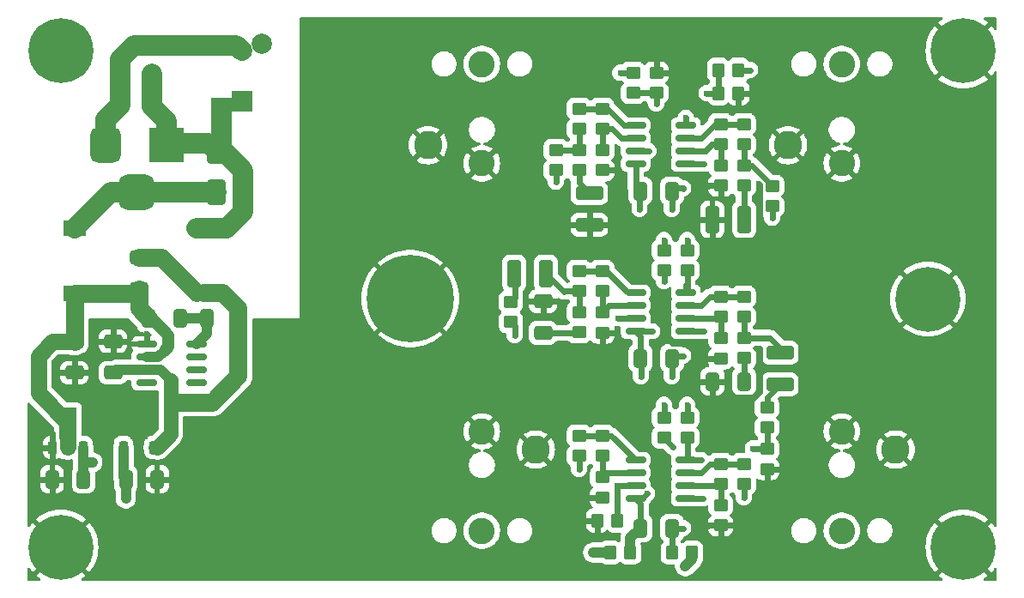
<source format=gtl>
G04 #@! TF.GenerationSoftware,KiCad,Pcbnew,8.0.3-8.0.3-0~ubuntu22.04.1*
G04 #@! TF.CreationDate,2024-07-07T23:08:19+03:00*
G04 #@! TF.ProjectId,riaa-preamp,72696161-2d70-4726-9561-6d702e6b6963,rev?*
G04 #@! TF.SameCoordinates,Original*
G04 #@! TF.FileFunction,Copper,L1,Top*
G04 #@! TF.FilePolarity,Positive*
%FSLAX46Y46*%
G04 Gerber Fmt 4.6, Leading zero omitted, Abs format (unit mm)*
G04 Created by KiCad (PCBNEW 8.0.3-8.0.3-0~ubuntu22.04.1) date 2024-07-07 23:08:19*
%MOMM*%
%LPD*%
G01*
G04 APERTURE LIST*
G04 Aperture macros list*
%AMRoundRect*
0 Rectangle with rounded corners*
0 $1 Rounding radius*
0 $2 $3 $4 $5 $6 $7 $8 $9 X,Y pos of 4 corners*
0 Add a 4 corners polygon primitive as box body*
4,1,4,$2,$3,$4,$5,$6,$7,$8,$9,$2,$3,0*
0 Add four circle primitives for the rounded corners*
1,1,$1+$1,$2,$3*
1,1,$1+$1,$4,$5*
1,1,$1+$1,$6,$7*
1,1,$1+$1,$8,$9*
0 Add four rect primitives between the rounded corners*
20,1,$1+$1,$2,$3,$4,$5,0*
20,1,$1+$1,$4,$5,$6,$7,0*
20,1,$1+$1,$6,$7,$8,$9,0*
20,1,$1+$1,$8,$9,$2,$3,0*%
%AMFreePoly0*
4,1,9,3.862500,-0.866500,0.737500,-0.866500,0.737500,-0.450000,-0.737500,-0.450000,-0.737500,0.450000,0.737500,0.450000,0.737500,0.866500,3.862500,0.866500,3.862500,-0.866500,3.862500,-0.866500,$1*%
G04 Aperture macros list end*
G04 #@! TA.AperFunction,ComponentPad*
%ADD10C,2.590800*%
G04 #@! TD*
G04 #@! TA.AperFunction,ComponentPad*
%ADD11C,2.794000*%
G04 #@! TD*
G04 #@! TA.AperFunction,SMDPad,CuDef*
%ADD12RoundRect,0.250000X0.450000X-0.350000X0.450000X0.350000X-0.450000X0.350000X-0.450000X-0.350000X0*%
G04 #@! TD*
G04 #@! TA.AperFunction,ComponentPad*
%ADD13C,0.800000*%
G04 #@! TD*
G04 #@! TA.AperFunction,ComponentPad*
%ADD14C,6.400000*%
G04 #@! TD*
G04 #@! TA.AperFunction,SMDPad,CuDef*
%ADD15RoundRect,0.250000X0.350000X0.450000X-0.350000X0.450000X-0.350000X-0.450000X0.350000X-0.450000X0*%
G04 #@! TD*
G04 #@! TA.AperFunction,SMDPad,CuDef*
%ADD16RoundRect,0.150000X-0.825000X-0.150000X0.825000X-0.150000X0.825000X0.150000X-0.825000X0.150000X0*%
G04 #@! TD*
G04 #@! TA.AperFunction,SMDPad,CuDef*
%ADD17RoundRect,0.225000X0.225000X-0.425000X0.225000X0.425000X-0.225000X0.425000X-0.225000X-0.425000X0*%
G04 #@! TD*
G04 #@! TA.AperFunction,SMDPad,CuDef*
%ADD18FreePoly0,90.000000*%
G04 #@! TD*
G04 #@! TA.AperFunction,SMDPad,CuDef*
%ADD19RoundRect,0.250000X0.412500X1.100000X-0.412500X1.100000X-0.412500X-1.100000X0.412500X-1.100000X0*%
G04 #@! TD*
G04 #@! TA.AperFunction,SMDPad,CuDef*
%ADD20RoundRect,0.250000X0.412500X0.650000X-0.412500X0.650000X-0.412500X-0.650000X0.412500X-0.650000X0*%
G04 #@! TD*
G04 #@! TA.AperFunction,SMDPad,CuDef*
%ADD21RoundRect,0.250000X-0.450000X0.350000X-0.450000X-0.350000X0.450000X-0.350000X0.450000X0.350000X0*%
G04 #@! TD*
G04 #@! TA.AperFunction,ComponentPad*
%ADD22R,3.500000X3.500000*%
G04 #@! TD*
G04 #@! TA.AperFunction,ComponentPad*
%ADD23RoundRect,0.750000X-0.750000X-1.000000X0.750000X-1.000000X0.750000X1.000000X-0.750000X1.000000X0*%
G04 #@! TD*
G04 #@! TA.AperFunction,ComponentPad*
%ADD24RoundRect,0.875000X-0.875000X-0.875000X0.875000X-0.875000X0.875000X0.875000X-0.875000X0.875000X0*%
G04 #@! TD*
G04 #@! TA.AperFunction,SMDPad,CuDef*
%ADD25RoundRect,0.250000X-0.350000X-0.450000X0.350000X-0.450000X0.350000X0.450000X-0.350000X0.450000X0*%
G04 #@! TD*
G04 #@! TA.AperFunction,SMDPad,CuDef*
%ADD26R,2.200000X1.500000*%
G04 #@! TD*
G04 #@! TA.AperFunction,SMDPad,CuDef*
%ADD27RoundRect,0.250000X0.650000X-0.412500X0.650000X0.412500X-0.650000X0.412500X-0.650000X-0.412500X0*%
G04 #@! TD*
G04 #@! TA.AperFunction,SMDPad,CuDef*
%ADD28RoundRect,0.250000X-0.650000X0.412500X-0.650000X-0.412500X0.650000X-0.412500X0.650000X0.412500X0*%
G04 #@! TD*
G04 #@! TA.AperFunction,SMDPad,CuDef*
%ADD29RoundRect,0.250000X-1.100000X0.412500X-1.100000X-0.412500X1.100000X-0.412500X1.100000X0.412500X0*%
G04 #@! TD*
G04 #@! TA.AperFunction,SMDPad,CuDef*
%ADD30RoundRect,0.250000X-0.412500X-0.650000X0.412500X-0.650000X0.412500X0.650000X-0.412500X0.650000X0*%
G04 #@! TD*
G04 #@! TA.AperFunction,SMDPad,CuDef*
%ADD31RoundRect,0.250000X-0.650000X1.000000X-0.650000X-1.000000X0.650000X-1.000000X0.650000X1.000000X0*%
G04 #@! TD*
G04 #@! TA.AperFunction,ComponentPad*
%ADD32R,2.000000X2.000000*%
G04 #@! TD*
G04 #@! TA.AperFunction,ComponentPad*
%ADD33C,2.000000*%
G04 #@! TD*
G04 #@! TA.AperFunction,ComponentPad*
%ADD34C,0.900000*%
G04 #@! TD*
G04 #@! TA.AperFunction,ComponentPad*
%ADD35C,8.600000*%
G04 #@! TD*
G04 #@! TA.AperFunction,ViaPad*
%ADD36C,0.600000*%
G04 #@! TD*
G04 #@! TA.AperFunction,Conductor*
%ADD37C,0.600000*%
G04 #@! TD*
G04 #@! TA.AperFunction,Conductor*
%ADD38C,2.000000*%
G04 #@! TD*
G04 #@! TA.AperFunction,Conductor*
%ADD39C,1.200000*%
G04 #@! TD*
G04 #@! TA.AperFunction,Conductor*
%ADD40C,1.800000*%
G04 #@! TD*
G04 #@! TA.AperFunction,Conductor*
%ADD41C,1.600000*%
G04 #@! TD*
G04 #@! TA.AperFunction,Conductor*
%ADD42C,1.000000*%
G04 #@! TD*
G04 #@! TA.AperFunction,Conductor*
%ADD43C,1.400000*%
G04 #@! TD*
G04 APERTURE END LIST*
D10*
X180524700Y-104809800D03*
X180524700Y-114614200D03*
D11*
X175216100Y-112810800D03*
D12*
X170860000Y-129762000D03*
X170860000Y-127762000D03*
X170860000Y-146272000D03*
X170860000Y-144272000D03*
D13*
X186621000Y-128000000D03*
X187323944Y-126302944D03*
X187323944Y-129697056D03*
X189021000Y-125600000D03*
D14*
X189021000Y-128000000D03*
D13*
X189021000Y-130400000D03*
X190718056Y-126302944D03*
X190718056Y-129697056D03*
X191421000Y-128000000D03*
D12*
X156890000Y-115284000D03*
X156890000Y-113284000D03*
D15*
X170336000Y-107680000D03*
X168336000Y-107680000D03*
D12*
X162986000Y-125174000D03*
X162986000Y-123174000D03*
D16*
X160195000Y-127365000D03*
X160195000Y-128635000D03*
X160195000Y-129905000D03*
X160195000Y-131175000D03*
X165145000Y-131175000D03*
X165145000Y-129905000D03*
X165145000Y-128635000D03*
X165145000Y-127365000D03*
D12*
X165272000Y-125174000D03*
X165272000Y-123174000D03*
X170860000Y-112744000D03*
X170860000Y-110744000D03*
X154604000Y-127222000D03*
X154604000Y-125222000D03*
D17*
X109670000Y-142650000D03*
D18*
X111170000Y-142562500D03*
D17*
X112670000Y-142650000D03*
D13*
X190100000Y-103500000D03*
X190802944Y-101802944D03*
X190802944Y-105197056D03*
X192500000Y-101100000D03*
D14*
X192500000Y-103500000D03*
D13*
X192500000Y-105900000D03*
X194197056Y-101802944D03*
X194197056Y-105197056D03*
X194900000Y-103500000D03*
D19*
X170898500Y-120126000D03*
X167773500Y-120126000D03*
D20*
X163786500Y-133842000D03*
X160661500Y-133842000D03*
D21*
X159938000Y-105664000D03*
X159938000Y-107664000D03*
D22*
X113950000Y-112760000D03*
D23*
X107950000Y-112760000D03*
D24*
X110950000Y-117460000D03*
D25*
X157668000Y-153019000D03*
X159668000Y-153019000D03*
D19*
X151340500Y-125460000D03*
X148215500Y-125460000D03*
D20*
X163786500Y-150606000D03*
X160661500Y-150606000D03*
D26*
X117520000Y-120990000D03*
X117520000Y-127390000D03*
D27*
X108630000Y-135277500D03*
X108630000Y-132152500D03*
D21*
X156890000Y-125222000D03*
X156890000Y-127222000D03*
D28*
X111170000Y-123897500D03*
X111170000Y-127022500D03*
D29*
X174416000Y-133295500D03*
X174416000Y-136420500D03*
D20*
X163786500Y-117332000D03*
X160661500Y-117332000D03*
D12*
X168574000Y-133842000D03*
X168574000Y-131842000D03*
D26*
X104820000Y-121015000D03*
X104820000Y-127415000D03*
D12*
X156890000Y-131302000D03*
X156890000Y-129302000D03*
X154604000Y-111220000D03*
X154604000Y-109220000D03*
D20*
X115272500Y-129905000D03*
X112147500Y-129905000D03*
D13*
X101100000Y-152500000D03*
X101802944Y-150802944D03*
X101802944Y-154197056D03*
X103500000Y-150100000D03*
D14*
X103500000Y-152500000D03*
D13*
X103500000Y-154900000D03*
X105197056Y-150802944D03*
X105197056Y-154197056D03*
X105900000Y-152500000D03*
D21*
X168574000Y-144272000D03*
X168574000Y-146272000D03*
D30*
X102622500Y-145780000D03*
X105747500Y-145780000D03*
D31*
X118790000Y-113427000D03*
X118790000Y-117427000D03*
D10*
X180524700Y-150860000D03*
X180524700Y-141055600D03*
D11*
X185833300Y-142859000D03*
D16*
X111935000Y-132445000D03*
X111935000Y-133715000D03*
X111935000Y-134985000D03*
X111935000Y-136255000D03*
X116885000Y-136255000D03*
X116885000Y-134985000D03*
X116885000Y-133715000D03*
X116885000Y-132445000D03*
D25*
X156398000Y-149844000D03*
X158398000Y-149844000D03*
D15*
X170336000Y-105394000D03*
X168336000Y-105394000D03*
D20*
X170898500Y-136128000D03*
X167773500Y-136128000D03*
D32*
X119330000Y-109183821D03*
X121330000Y-108511677D03*
D33*
X121330000Y-103511677D03*
X123330000Y-102839533D03*
D27*
X104820000Y-135277500D03*
X104820000Y-132152500D03*
D15*
X165764000Y-153019000D03*
X163764000Y-153019000D03*
D12*
X147873000Y-130270000D03*
X147873000Y-128270000D03*
D21*
X168574000Y-110744000D03*
X168574000Y-112744000D03*
D12*
X156890000Y-147558000D03*
X156890000Y-145558000D03*
X173654000Y-118840000D03*
X173654000Y-116840000D03*
D13*
X190100000Y-152500000D03*
X190802944Y-150802944D03*
X190802944Y-154197056D03*
X192500000Y-150100000D03*
D14*
X192500000Y-152500000D03*
D13*
X192500000Y-154900000D03*
X194197056Y-150802944D03*
X194197056Y-154197056D03*
X194900000Y-152500000D03*
D29*
X155620000Y-117547500D03*
X155620000Y-120672500D03*
D12*
X170860000Y-116808000D03*
X170860000Y-114808000D03*
X154604000Y-143478000D03*
X154604000Y-141478000D03*
X168574000Y-116808000D03*
X168574000Y-114808000D03*
D10*
X145028200Y-104809800D03*
X145028200Y-114614200D03*
D11*
X139719600Y-112810800D03*
D21*
X162224000Y-105664000D03*
X162224000Y-107664000D03*
D27*
X151048000Y-131340500D03*
X151048000Y-128215500D03*
D12*
X165272000Y-141684000D03*
X165272000Y-139684000D03*
X154604000Y-131286000D03*
X154604000Y-129286000D03*
D17*
X102685000Y-142650000D03*
D18*
X104185000Y-142562500D03*
D17*
X105685000Y-142650000D03*
D30*
X109900000Y-145780000D03*
X113025000Y-145780000D03*
D13*
X101100000Y-103500000D03*
X101802944Y-101802944D03*
X101802944Y-105197056D03*
X103500000Y-101100000D03*
D14*
X103500000Y-103500000D03*
D13*
X103500000Y-105900000D03*
X105197056Y-101802944D03*
X105197056Y-105197056D03*
X105900000Y-103500000D03*
D21*
X156890000Y-109220000D03*
X156890000Y-111220000D03*
D12*
X154604000Y-115284000D03*
X154604000Y-113284000D03*
X173146000Y-140684000D03*
X173146000Y-138684000D03*
X170860000Y-133826000D03*
X170860000Y-131826000D03*
D20*
X112440000Y-105775000D03*
X109315000Y-105775000D03*
D12*
X162986000Y-141684000D03*
X162986000Y-139684000D03*
D21*
X156890000Y-141478000D03*
X156890000Y-143478000D03*
D12*
X168574000Y-150336000D03*
X168574000Y-148336000D03*
D21*
X168574000Y-127762000D03*
X168574000Y-129762000D03*
D16*
X160195000Y-110855000D03*
X160195000Y-112125000D03*
X160195000Y-113395000D03*
X160195000Y-114665000D03*
X165145000Y-114665000D03*
X165145000Y-113395000D03*
X165145000Y-112125000D03*
X165145000Y-110855000D03*
D12*
X173146000Y-144764000D03*
X173146000Y-142764000D03*
D34*
X134742000Y-127953944D03*
X135686581Y-125673525D03*
X135686581Y-130234363D03*
X137967000Y-124728944D03*
D35*
X137967000Y-127953944D03*
D34*
X137967000Y-131178944D03*
X140247419Y-125673525D03*
X140247419Y-130234363D03*
X141192000Y-127953944D03*
D16*
X160195000Y-143875000D03*
X160195000Y-145145000D03*
X160195000Y-146415000D03*
X160195000Y-147685000D03*
X165145000Y-147685000D03*
X165145000Y-146415000D03*
X165145000Y-145145000D03*
X165145000Y-143875000D03*
D12*
X152318000Y-115284000D03*
X152318000Y-113284000D03*
D20*
X120987500Y-129905000D03*
X117862500Y-129905000D03*
D10*
X145028200Y-150860000D03*
X145028200Y-141055600D03*
D11*
X150336800Y-142859000D03*
D36*
X170479000Y-142605000D03*
X168574000Y-151876000D03*
X156382000Y-151368000D03*
X162986000Y-147050000D03*
X172384000Y-132826000D03*
X155620000Y-122158000D03*
X155747000Y-118982999D03*
X162986000Y-129016000D03*
X162732000Y-112760000D03*
X172326314Y-116627686D03*
X169336000Y-120126000D03*
X168574000Y-118094000D03*
X152572000Y-128254000D03*
X151048000Y-129778000D03*
X106915500Y-132127500D03*
X104820000Y-136763000D03*
X167304000Y-116824000D03*
X104820000Y-133969000D03*
X162224000Y-103997000D03*
X167812000Y-122158000D03*
X149397000Y-128254000D03*
X111932000Y-131429000D03*
X102661000Y-144002000D03*
X158160000Y-115300000D03*
X101346000Y-142650000D03*
X173146000Y-146034000D03*
X169844000Y-150352000D03*
X114472000Y-145780000D03*
X108630000Y-130794000D03*
X155620000Y-147558000D03*
X167304000Y-150352000D03*
X153588000Y-120634000D03*
X166923000Y-133715000D03*
X102661000Y-147431000D03*
X174289000Y-144764000D03*
X111678000Y-145780000D03*
X157652000Y-120672500D03*
X166415000Y-120126000D03*
X167773500Y-137779000D03*
X108630000Y-133461000D03*
X169336000Y-136128000D03*
X110027000Y-132191000D03*
X166288000Y-136128000D03*
X171495000Y-107680000D03*
X163494000Y-105648000D03*
X158287000Y-131302000D03*
X102661000Y-141208000D03*
X103169000Y-135239000D03*
X156890000Y-132572000D03*
X101264000Y-145780000D03*
X170352000Y-109204000D03*
X155112000Y-149844000D03*
X104058000Y-145780000D03*
X106471000Y-135239000D03*
X165081500Y-154352500D03*
X109900000Y-147685000D03*
X106598000Y-144129000D03*
X156001000Y-153019000D03*
X161335000Y-147177000D03*
X163875000Y-142605000D03*
X166669000Y-143875000D03*
X164891000Y-150606000D03*
X160700000Y-135620000D03*
X162986000Y-138414000D03*
X161843000Y-131175000D03*
X162986000Y-126222000D03*
X163748000Y-135620000D03*
X164891000Y-133588000D03*
X165272000Y-138414000D03*
X165272000Y-126476000D03*
X163748000Y-119110000D03*
X165145000Y-110093000D03*
X165272000Y-122158000D03*
X164891000Y-117078000D03*
X160573000Y-119110000D03*
X162986000Y-122158000D03*
X158668000Y-105648000D03*
X154604000Y-144764000D03*
X171495000Y-105394000D03*
X170860000Y-147558000D03*
X162224000Y-108696000D03*
X161462000Y-113395000D03*
X158414000Y-129905000D03*
X152318000Y-116443000D03*
X148254000Y-131556000D03*
X158398000Y-146415000D03*
X166923000Y-114665000D03*
X167177000Y-107680000D03*
X166923000Y-131175000D03*
X173654000Y-119999000D03*
X166796000Y-147685000D03*
X171749000Y-142732000D03*
D37*
X167773500Y-139899500D02*
X170479000Y-142605000D01*
X167773500Y-137779000D02*
X167773500Y-139899500D01*
X162986000Y-147050000D02*
X162986000Y-148828000D01*
X165780000Y-148828000D02*
X167304000Y-150352000D01*
X162986000Y-148828000D02*
X165780000Y-148828000D01*
X168574000Y-150336000D02*
X168574000Y-151876000D01*
X156398000Y-151352000D02*
X156382000Y-151368000D01*
X156398000Y-149844000D02*
X156398000Y-151352000D01*
X172384000Y-137144000D02*
X172384000Y-132826000D01*
X169336000Y-137652000D02*
X171876000Y-137652000D01*
X169336000Y-136128000D02*
X169336000Y-137652000D01*
X171876000Y-137652000D02*
X172384000Y-137144000D01*
X155620000Y-120672500D02*
X155620000Y-122158000D01*
X155620000Y-119109999D02*
X155747000Y-118982999D01*
X155620000Y-120672500D02*
X155620000Y-119109999D01*
X162986000Y-131556000D02*
X162986000Y-129016000D01*
X163748000Y-132318000D02*
X162986000Y-131556000D01*
X166923000Y-133715000D02*
X165526000Y-132318000D01*
X165526000Y-132318000D02*
X163748000Y-132318000D01*
X162732000Y-114792000D02*
X162732000Y-112760000D01*
X162224000Y-115300000D02*
X162732000Y-114792000D01*
X161677500Y-120672500D02*
X162224000Y-120126000D01*
X157652000Y-120672500D02*
X161677500Y-120672500D01*
X162224000Y-120126000D02*
X162224000Y-115300000D01*
X157652000Y-120672500D02*
X155620000Y-120672500D01*
X172326316Y-116627686D02*
X172326314Y-116627686D01*
X172384000Y-116685370D02*
X172326316Y-116627686D01*
X172384000Y-121650000D02*
X172384000Y-116685370D01*
X171368000Y-122666000D02*
X172384000Y-121650000D01*
X167812000Y-122158000D02*
X168320000Y-122666000D01*
X168320000Y-122666000D02*
X171368000Y-122666000D01*
X167773500Y-120126000D02*
X169336000Y-120126000D01*
X168574000Y-116808000D02*
X168574000Y-118094000D01*
D38*
X108375000Y-117460000D02*
X110950000Y-117460000D01*
X104820000Y-121015000D02*
X108375000Y-117460000D01*
X107950000Y-112760000D02*
X107950000Y-110265000D01*
X120799323Y-102981000D02*
X110662000Y-102981000D01*
X110950000Y-117460000D02*
X115995000Y-117460000D01*
X107950000Y-110265000D02*
X109315000Y-108900000D01*
X109315000Y-108900000D02*
X109315000Y-105775000D01*
X115995000Y-117460000D02*
X116028000Y-117427000D01*
X110662000Y-102981000D02*
X109315000Y-104328000D01*
X109315000Y-104328000D02*
X109315000Y-105775000D01*
X116028000Y-117427000D02*
X118790000Y-117427000D01*
X121330000Y-103511677D02*
X120799323Y-102981000D01*
X112440000Y-108950000D02*
X113950000Y-110460000D01*
X119330000Y-109183821D02*
X119330000Y-112887000D01*
X119330000Y-112887000D02*
X118790000Y-113427000D01*
X118790000Y-113427000D02*
X118028000Y-112665000D01*
X121457000Y-119364000D02*
X121457000Y-115300000D01*
X121457000Y-115300000D02*
X119584000Y-113427000D01*
X119831000Y-120990000D02*
X121457000Y-119364000D01*
X119584000Y-113427000D02*
X118790000Y-113427000D01*
X112440000Y-105775000D02*
X112440000Y-108950000D01*
X118028000Y-112665000D02*
X114045000Y-112665000D01*
X113950000Y-110460000D02*
X113950000Y-112760000D01*
X116885000Y-120990000D02*
X119831000Y-120990000D01*
D39*
X114091000Y-131556000D02*
X112440000Y-129905000D01*
X113710000Y-133080000D02*
X114091000Y-132699000D01*
D40*
X111170000Y-127022500D02*
X111170000Y-128927500D01*
X104820000Y-132152500D02*
X104820000Y-127415000D01*
D41*
X104820000Y-132152500D02*
X102699500Y-132152500D01*
D40*
X104820000Y-127415000D02*
X110777500Y-127415000D01*
D41*
X102699500Y-132152500D02*
X101264000Y-133588000D01*
D40*
X111170000Y-128927500D02*
X112147500Y-129905000D01*
X110777500Y-127415000D02*
X111170000Y-127022500D01*
D41*
X104185000Y-140192000D02*
X104185000Y-142562500D01*
D42*
X113075000Y-133715000D02*
X113710000Y-133080000D01*
D41*
X101264000Y-137271000D02*
X104185000Y-140192000D01*
D42*
X111935000Y-133715000D02*
X113075000Y-133715000D01*
X112440000Y-129905000D02*
X112147500Y-129905000D01*
D41*
X101264000Y-133588000D02*
X101264000Y-137271000D01*
D39*
X114091000Y-132699000D02*
X114091000Y-131556000D01*
D42*
X111935000Y-134985000D02*
X113329000Y-134985000D01*
D40*
X120987500Y-129905000D02*
X120987500Y-128927500D01*
X118409000Y-138160000D02*
X120987500Y-135581500D01*
X120987500Y-135581500D02*
X120987500Y-129905000D01*
X114980000Y-138160000D02*
X118409000Y-138160000D01*
D42*
X113329000Y-134985000D02*
X114345000Y-136001000D01*
X111935000Y-134985000D02*
X108922500Y-134985000D01*
D43*
X114345000Y-136001000D02*
X114345000Y-141335000D01*
D40*
X120987500Y-128927500D02*
X119450000Y-127390000D01*
X113392500Y-123897500D02*
X116885000Y-127390000D01*
D42*
X113030000Y-142650000D02*
X112670000Y-142650000D01*
D43*
X114345000Y-141335000D02*
X113030000Y-142650000D01*
D40*
X119450000Y-127390000D02*
X117520000Y-127390000D01*
X111170000Y-123897500D02*
X113392500Y-123897500D01*
D42*
X117862500Y-131467500D02*
X117862500Y-129905000D01*
X116885000Y-132445000D02*
X117862500Y-131467500D01*
X115272500Y-129905000D02*
X117862500Y-129905000D01*
D37*
X104820000Y-135277500D02*
X104820000Y-133969000D01*
X104820000Y-135277500D02*
X104820000Y-136763000D01*
X155620000Y-147558000D02*
X156890000Y-147558000D01*
X167050000Y-133842000D02*
X166923000Y-133715000D01*
X167320000Y-116808000D02*
X167304000Y-116824000D01*
X102685000Y-142650000D02*
X102685000Y-143978000D01*
X173146000Y-144764000D02*
X173146000Y-146034000D01*
X103207500Y-135277500D02*
X103169000Y-135239000D01*
X106915500Y-132127500D02*
X106940500Y-132152500D01*
X169828000Y-150336000D02*
X169844000Y-150352000D01*
X102622500Y-145780000D02*
X104058000Y-145780000D01*
X167773500Y-136128000D02*
X166288000Y-136128000D01*
X102622500Y-145780000D02*
X102622500Y-147392500D01*
X151048000Y-128215500D02*
X151048000Y-129778000D01*
X149435500Y-128215500D02*
X149397000Y-128254000D01*
X111935000Y-132445000D02*
X111935000Y-131432000D01*
X162224000Y-105664000D02*
X162224000Y-103997000D01*
X106940500Y-132152500D02*
X108630000Y-132152500D01*
X101346000Y-142650000D02*
X102685000Y-142650000D01*
X156890000Y-115284000D02*
X158144000Y-115284000D01*
X106471000Y-135239000D02*
X106432500Y-135277500D01*
X156398000Y-149844000D02*
X155112000Y-149844000D01*
X113025000Y-145780000D02*
X111678000Y-145780000D01*
X168574000Y-116808000D02*
X167320000Y-116808000D01*
X167812000Y-122158000D02*
X167773500Y-122119500D01*
X102685000Y-141232000D02*
X102661000Y-141208000D01*
X167773500Y-136128000D02*
X169336000Y-136128000D01*
X170336000Y-107680000D02*
X170336000Y-109188000D01*
X108630000Y-132152500D02*
X109988500Y-132152500D01*
X163494000Y-105648000D02*
X163478000Y-105664000D01*
X152533500Y-128215500D02*
X151048000Y-128215500D01*
X158144000Y-115284000D02*
X158160000Y-115300000D01*
X170336000Y-109188000D02*
X170352000Y-109204000D01*
X108630000Y-132152500D02*
X108630000Y-133461000D01*
X167773500Y-120126000D02*
X166415000Y-120126000D01*
X167773500Y-137779000D02*
X167773500Y-136128000D01*
X168574000Y-150336000D02*
X167320000Y-150336000D01*
X102685000Y-143978000D02*
X102661000Y-144002000D01*
X102685000Y-142650000D02*
X102685000Y-141232000D01*
X102622500Y-147392500D02*
X102661000Y-147431000D01*
X111935000Y-131432000D02*
X111932000Y-131429000D01*
X104820000Y-135277500D02*
X105505000Y-135277500D01*
X113025000Y-145780000D02*
X114472000Y-145780000D01*
X152572000Y-128254000D02*
X152533500Y-128215500D01*
X156890000Y-131302000D02*
X158287000Y-131302000D01*
X108630000Y-132152500D02*
X108630000Y-130794000D01*
X168574000Y-150336000D02*
X169828000Y-150336000D01*
X155620000Y-120672500D02*
X153626500Y-120672500D01*
X173146000Y-144764000D02*
X174289000Y-144764000D01*
X163478000Y-105664000D02*
X162224000Y-105664000D01*
X104820000Y-135277500D02*
X103207500Y-135277500D01*
X153626500Y-120672500D02*
X153588000Y-120634000D01*
X171495000Y-107680000D02*
X170336000Y-107680000D01*
X168574000Y-133842000D02*
X167050000Y-133842000D01*
X156890000Y-131302000D02*
X156890000Y-132572000D01*
X102622500Y-145780000D02*
X101264000Y-145780000D01*
X151048000Y-128215500D02*
X149435500Y-128215500D01*
X167320000Y-150336000D02*
X167304000Y-150352000D01*
X167773500Y-122119500D02*
X167773500Y-120126000D01*
X109988500Y-132152500D02*
X110027000Y-132191000D01*
X106432500Y-135277500D02*
X104820000Y-135277500D01*
D42*
X109670000Y-145550000D02*
X109900000Y-145780000D01*
X165764000Y-153670000D02*
X165764000Y-153019000D01*
X109900000Y-147685000D02*
X109900000Y-145780000D01*
X165081500Y-154352500D02*
X165764000Y-153670000D01*
X109670000Y-142650000D02*
X109670000Y-145550000D01*
X106598000Y-144129000D02*
X105685000Y-144129000D01*
X156001000Y-153019000D02*
X157668000Y-153019000D01*
X105685000Y-142650000D02*
X105685000Y-145717500D01*
X105685000Y-144129000D02*
X105685000Y-145717500D01*
D37*
X162986000Y-141716000D02*
X162986000Y-141684000D01*
X161335000Y-147177000D02*
X160827000Y-147685000D01*
X160827000Y-147685000D02*
X160195000Y-147685000D01*
X163875000Y-142605000D02*
X162986000Y-141716000D01*
D42*
X160661500Y-150606000D02*
X159668000Y-151599500D01*
D37*
X160661500Y-148151500D02*
X160195000Y-147685000D01*
D42*
X159668000Y-151599500D02*
X159668000Y-153019000D01*
D37*
X160661500Y-150606000D02*
X160661500Y-148151500D01*
X165272000Y-143748000D02*
X165145000Y-143875000D01*
X164891000Y-150606000D02*
X163786500Y-150606000D01*
X163764000Y-153019000D02*
X163764000Y-150628500D01*
X165272000Y-141684000D02*
X165272000Y-143748000D01*
X163764000Y-150628500D02*
X163786500Y-150606000D01*
X165145000Y-143875000D02*
X166669000Y-143875000D01*
X160661500Y-133842000D02*
X160661500Y-131641500D01*
X160700000Y-135620000D02*
X160700000Y-133880500D01*
X161843000Y-131175000D02*
X160195000Y-131175000D01*
X160661500Y-131641500D02*
X160195000Y-131175000D01*
X162986000Y-125174000D02*
X162986000Y-126222000D01*
X162986000Y-139684000D02*
X162986000Y-138414000D01*
X165272000Y-127238000D02*
X165145000Y-127365000D01*
X163748000Y-135620000D02*
X163748000Y-133880500D01*
X165272000Y-125174000D02*
X165272000Y-127238000D01*
X164891000Y-133588000D02*
X163532500Y-133588000D01*
X165272000Y-126476000D02*
X165145000Y-126603000D01*
X165145000Y-126603000D02*
X165145000Y-127365000D01*
X165272000Y-139684000D02*
X165272000Y-138414000D01*
X164891000Y-117078000D02*
X164852500Y-117039500D01*
X165145000Y-110855000D02*
X165145000Y-110093000D01*
X164852500Y-117039500D02*
X163748000Y-117039500D01*
X163748000Y-119110000D02*
X163748000Y-117116500D01*
X165272000Y-123174000D02*
X165272000Y-122158000D01*
X160195000Y-114665000D02*
X160195000Y-116865500D01*
X160195000Y-116865500D02*
X160661500Y-117332000D01*
X160573000Y-119110000D02*
X160573000Y-117166500D01*
X162986000Y-123174000D02*
X162986000Y-122158000D01*
X154604000Y-115284000D02*
X154604000Y-116531500D01*
X154604000Y-116531500D02*
X155620000Y-117547500D01*
X151048000Y-131340500D02*
X154549500Y-131340500D01*
X147873000Y-128270000D02*
X148254000Y-127889000D01*
X148254000Y-127889000D02*
X148254000Y-125498500D01*
X151340500Y-125460000D02*
X153118500Y-127238000D01*
X153134500Y-127222000D02*
X154604000Y-127222000D01*
X154604000Y-129286000D02*
X154604000Y-127222000D01*
X153118500Y-127238000D02*
X153134500Y-127222000D01*
X170860000Y-120087500D02*
X170860000Y-116808000D01*
X170898500Y-120126000D02*
X170860000Y-120087500D01*
X170860000Y-133826000D02*
X170860000Y-136089500D01*
X174416000Y-133295500D02*
X174416000Y-132826000D01*
X170860000Y-129762000D02*
X170860000Y-131826000D01*
X173416000Y-131826000D02*
X170860000Y-131826000D01*
X174416000Y-132826000D02*
X173416000Y-131826000D01*
X173146000Y-137690500D02*
X174416000Y-136420500D01*
X173146000Y-138684000D02*
X173146000Y-137690500D01*
X158684000Y-105664000D02*
X159938000Y-105664000D01*
X158668000Y-105648000D02*
X158684000Y-105664000D01*
X154604000Y-143478000D02*
X154604000Y-144764000D01*
X171495000Y-105394000D02*
X170336000Y-105394000D01*
X170860000Y-146272000D02*
X170860000Y-147558000D01*
X161462000Y-113395000D02*
X160195000Y-113395000D01*
X162224000Y-108696000D02*
X162224000Y-107664000D01*
X159938000Y-107664000D02*
X162224000Y-107664000D01*
X158795000Y-112125000D02*
X157890000Y-111220000D01*
X157890000Y-111220000D02*
X156890000Y-111220000D01*
X160195000Y-112125000D02*
X158795000Y-112125000D01*
X156890000Y-111220000D02*
X156890000Y-113284000D01*
X160195000Y-110855000D02*
X159049000Y-110855000D01*
X154604000Y-109220000D02*
X156890000Y-109220000D01*
X159049000Y-110855000D02*
X157414000Y-109220000D01*
X157414000Y-109220000D02*
X156890000Y-109220000D01*
X154604000Y-111220000D02*
X154604000Y-113284000D01*
X154604000Y-113284000D02*
X152318000Y-113284000D01*
X152318000Y-115284000D02*
X152318000Y-116443000D01*
X158414000Y-129905000D02*
X160195000Y-129905000D01*
X160195000Y-128635000D02*
X157557000Y-128635000D01*
X157557000Y-128635000D02*
X156890000Y-129302000D01*
X156890000Y-129302000D02*
X156890000Y-127222000D01*
X159430000Y-127365000D02*
X160195000Y-127365000D01*
X156890000Y-125222000D02*
X154604000Y-125222000D01*
X157287000Y-125222000D02*
X159430000Y-127365000D01*
X156890000Y-125222000D02*
X157287000Y-125222000D01*
X158398000Y-149844000D02*
X158398000Y-146415000D01*
X158398000Y-146415000D02*
X160195000Y-146415000D01*
X148254000Y-130651000D02*
X148254000Y-131556000D01*
X147873000Y-130270000D02*
X148254000Y-130651000D01*
X156890000Y-143478000D02*
X156890000Y-145558000D01*
X160195000Y-145145000D02*
X157303000Y-145145000D01*
X157303000Y-145145000D02*
X156890000Y-145558000D01*
X157798000Y-141478000D02*
X160195000Y-143875000D01*
X154604000Y-141478000D02*
X156890000Y-141478000D01*
X156890000Y-141478000D02*
X157798000Y-141478000D01*
X168336000Y-105394000D02*
X168336000Y-107680000D01*
X167177000Y-107680000D02*
X168336000Y-107680000D01*
X166923000Y-114665000D02*
X165145000Y-114665000D01*
X168574000Y-114808000D02*
X168574000Y-112744000D01*
X167701000Y-112744000D02*
X167050000Y-113395000D01*
X168574000Y-112744000D02*
X167701000Y-112744000D01*
X167050000Y-113395000D02*
X165145000Y-113395000D01*
X165145000Y-112125000D02*
X166669000Y-112125000D01*
X170860000Y-110744000D02*
X168574000Y-110744000D01*
X166669000Y-112125000D02*
X168050000Y-110744000D01*
X168050000Y-110744000D02*
X168574000Y-110744000D01*
X173654000Y-116824000D02*
X173654000Y-116840000D01*
X171638000Y-114808000D02*
X173654000Y-116824000D01*
X170860000Y-112744000D02*
X170860000Y-114808000D01*
X170860000Y-114808000D02*
X171638000Y-114808000D01*
X166923000Y-131175000D02*
X165145000Y-131175000D01*
X173654000Y-119999000D02*
X173654000Y-118840000D01*
X168574000Y-129762000D02*
X168574000Y-131842000D01*
X165145000Y-129905000D02*
X168431000Y-129905000D01*
X167542000Y-127762000D02*
X168574000Y-127762000D01*
X168574000Y-127762000D02*
X170860000Y-127762000D01*
X165145000Y-128635000D02*
X166669000Y-128635000D01*
X166669000Y-128635000D02*
X167542000Y-127762000D01*
X171749000Y-142732000D02*
X173114000Y-142732000D01*
X173146000Y-140684000D02*
X173146000Y-142764000D01*
X165145000Y-147685000D02*
X166796000Y-147685000D01*
X168574000Y-148336000D02*
X168574000Y-146272000D01*
X165145000Y-146415000D02*
X168431000Y-146415000D01*
X165145000Y-145145000D02*
X166669000Y-145145000D01*
X167542000Y-144272000D02*
X168574000Y-144272000D01*
X170860000Y-144272000D02*
X168574000Y-144272000D01*
X166669000Y-145145000D02*
X167542000Y-144272000D01*
G04 #@! TA.AperFunction,Conductor*
G36*
X102279588Y-153542330D02*
G01*
X102457670Y-153720412D01*
X102559300Y-153794251D01*
X101064648Y-155288903D01*
X101064649Y-155288904D01*
X101322202Y-155497465D01*
X101436212Y-155571505D01*
X101481714Y-155624526D01*
X101491328Y-155693731D01*
X101462001Y-155757148D01*
X101403044Y-155794642D01*
X101368676Y-155799500D01*
X100324500Y-155799500D01*
X100257461Y-155779815D01*
X100211706Y-155727011D01*
X100200500Y-155675500D01*
X100200500Y-154631323D01*
X100220185Y-154564284D01*
X100272989Y-154518529D01*
X100342147Y-154508585D01*
X100405703Y-154537610D01*
X100428495Y-154563788D01*
X100502531Y-154677793D01*
X100711095Y-154935350D01*
X100711096Y-154935350D01*
X102205748Y-153440698D01*
X102279588Y-153542330D01*
G37*
G04 #@! TD.AperFunction*
G04 #@! TA.AperFunction,Conductor*
G36*
X190435715Y-100220185D02*
G01*
X190481470Y-100272989D01*
X190491414Y-100342147D01*
X190462389Y-100405703D01*
X190436212Y-100428495D01*
X190322202Y-100502534D01*
X190064648Y-100711095D01*
X190064648Y-100711096D01*
X191559301Y-102205748D01*
X191457670Y-102279588D01*
X191279588Y-102457670D01*
X191205748Y-102559300D01*
X189711096Y-101064648D01*
X189711095Y-101064648D01*
X189502531Y-101322206D01*
X189291310Y-101647456D01*
X189115244Y-101993005D01*
X188976262Y-102355063D01*
X188875887Y-102729669D01*
X188875886Y-102729676D01*
X188815219Y-103112712D01*
X188794922Y-103499999D01*
X188794922Y-103500000D01*
X188815219Y-103887287D01*
X188875886Y-104270323D01*
X188875887Y-104270330D01*
X188976262Y-104644936D01*
X189115244Y-105006994D01*
X189291310Y-105352543D01*
X189502531Y-105677793D01*
X189711095Y-105935350D01*
X189711096Y-105935350D01*
X191205748Y-104440698D01*
X191279588Y-104542330D01*
X191457670Y-104720412D01*
X191559300Y-104794251D01*
X190064648Y-106288903D01*
X190064649Y-106288904D01*
X190322206Y-106497468D01*
X190647456Y-106708689D01*
X190993005Y-106884755D01*
X191355063Y-107023737D01*
X191729669Y-107124112D01*
X191729676Y-107124113D01*
X192112712Y-107184780D01*
X192499999Y-107205078D01*
X192500001Y-107205078D01*
X192887287Y-107184780D01*
X193270323Y-107124113D01*
X193270330Y-107124112D01*
X193644936Y-107023737D01*
X194006994Y-106884755D01*
X194352543Y-106708689D01*
X194677783Y-106497476D01*
X194677785Y-106497475D01*
X194935349Y-106288902D01*
X193440698Y-104794251D01*
X193542330Y-104720412D01*
X193720412Y-104542330D01*
X193794251Y-104440698D01*
X195288902Y-105935349D01*
X195497475Y-105677785D01*
X195497476Y-105677783D01*
X195571505Y-105563789D01*
X195624526Y-105518286D01*
X195693731Y-105508672D01*
X195757148Y-105537999D01*
X195794642Y-105596956D01*
X195799500Y-105631324D01*
X195799500Y-150368676D01*
X195779815Y-150435715D01*
X195727011Y-150481470D01*
X195657853Y-150491414D01*
X195594297Y-150462389D01*
X195571505Y-150436212D01*
X195497465Y-150322202D01*
X195288904Y-150064649D01*
X195288903Y-150064648D01*
X193794251Y-151559300D01*
X193720412Y-151457670D01*
X193542330Y-151279588D01*
X193440698Y-151205748D01*
X194935350Y-149711096D01*
X194935350Y-149711095D01*
X194677793Y-149502531D01*
X194352543Y-149291310D01*
X194006994Y-149115244D01*
X193644936Y-148976262D01*
X193270330Y-148875887D01*
X193270323Y-148875886D01*
X192887287Y-148815219D01*
X192500001Y-148794922D01*
X192499999Y-148794922D01*
X192112712Y-148815219D01*
X191729676Y-148875886D01*
X191729669Y-148875887D01*
X191355063Y-148976262D01*
X190993005Y-149115244D01*
X190647456Y-149291310D01*
X190322206Y-149502531D01*
X190064648Y-149711095D01*
X190064648Y-149711096D01*
X191559301Y-151205748D01*
X191457670Y-151279588D01*
X191279588Y-151457670D01*
X191205748Y-151559300D01*
X189711096Y-150064648D01*
X189711095Y-150064648D01*
X189502531Y-150322206D01*
X189291310Y-150647456D01*
X189115244Y-150993005D01*
X188976262Y-151355063D01*
X188875887Y-151729669D01*
X188875886Y-151729676D01*
X188815219Y-152112712D01*
X188794922Y-152499999D01*
X188794922Y-152500000D01*
X188815219Y-152887287D01*
X188875886Y-153270323D01*
X188875887Y-153270330D01*
X188976262Y-153644936D01*
X189115244Y-154006994D01*
X189291310Y-154352543D01*
X189502531Y-154677793D01*
X189711095Y-154935350D01*
X189711096Y-154935350D01*
X191205748Y-153440698D01*
X191279588Y-153542330D01*
X191457670Y-153720412D01*
X191559300Y-153794251D01*
X190064648Y-155288903D01*
X190064649Y-155288904D01*
X190322202Y-155497465D01*
X190436212Y-155571505D01*
X190481714Y-155624526D01*
X190491328Y-155693731D01*
X190462001Y-155757148D01*
X190403044Y-155794642D01*
X190368676Y-155799500D01*
X105631324Y-155799500D01*
X105564285Y-155779815D01*
X105518530Y-155727011D01*
X105508586Y-155657853D01*
X105537611Y-155594297D01*
X105563789Y-155571505D01*
X105677783Y-155497476D01*
X105677785Y-155497475D01*
X105935349Y-155288902D01*
X104440698Y-153794251D01*
X104542330Y-153720412D01*
X104720412Y-153542330D01*
X104794251Y-153440698D01*
X106288902Y-154935349D01*
X106497475Y-154677785D01*
X106497476Y-154677783D01*
X106708689Y-154352543D01*
X106884755Y-154006994D01*
X107023737Y-153644936D01*
X107124112Y-153270330D01*
X107124113Y-153270323D01*
X107184780Y-152887287D01*
X107205078Y-152500000D01*
X107205078Y-152499999D01*
X107184780Y-152112712D01*
X107124113Y-151729676D01*
X107124112Y-151729669D01*
X107023737Y-151355063D01*
X106884755Y-150993005D01*
X106767217Y-150762323D01*
X140040600Y-150762323D01*
X140040600Y-150957677D01*
X140048114Y-151005119D01*
X140071160Y-151150626D01*
X140131525Y-151336414D01*
X140131526Y-151336417D01*
X140176147Y-151423989D01*
X140215364Y-151500956D01*
X140220218Y-151510481D01*
X140335036Y-151668516D01*
X140335040Y-151668521D01*
X140473178Y-151806659D01*
X140473183Y-151806663D01*
X140582125Y-151885813D01*
X140631222Y-151921484D01*
X140728791Y-151971198D01*
X140805282Y-152010173D01*
X140805285Y-152010174D01*
X140898179Y-152040356D01*
X140991075Y-152070540D01*
X141184023Y-152101100D01*
X141184024Y-152101100D01*
X141379376Y-152101100D01*
X141379377Y-152101100D01*
X141572325Y-152070540D01*
X141758117Y-152010173D01*
X141932178Y-151921484D01*
X142090223Y-151806658D01*
X142228358Y-151668523D01*
X142343184Y-151510478D01*
X142431873Y-151336417D01*
X142492240Y-151150625D01*
X142522800Y-150957677D01*
X142522800Y-150859995D01*
X143227264Y-150859995D01*
X143227264Y-150860004D01*
X143247377Y-151128406D01*
X143247378Y-151128411D01*
X143307271Y-151390821D01*
X143307273Y-151390830D01*
X143307275Y-151390835D01*
X143405613Y-151641397D01*
X143525835Y-151849628D01*
X143540199Y-151874506D01*
X143685692Y-152056950D01*
X143708020Y-152084948D01*
X143820958Y-152189738D01*
X143905330Y-152268024D01*
X143905332Y-152268025D01*
X143905335Y-152268028D01*
X144127732Y-152419656D01*
X144370244Y-152536444D01*
X144627454Y-152615783D01*
X144627455Y-152615783D01*
X144627458Y-152615784D01*
X144893608Y-152655899D01*
X144893613Y-152655899D01*
X144893616Y-152655900D01*
X144893617Y-152655900D01*
X145162783Y-152655900D01*
X145162784Y-152655900D01*
X145162791Y-152655899D01*
X145428941Y-152615784D01*
X145428942Y-152615783D01*
X145428946Y-152615783D01*
X145686156Y-152536444D01*
X145928668Y-152419656D01*
X146151065Y-152268028D01*
X146348380Y-152084948D01*
X146516203Y-151874503D01*
X146650787Y-151641397D01*
X146749125Y-151390835D01*
X146809021Y-151128416D01*
X146809233Y-151125586D01*
X146829136Y-150860004D01*
X146829136Y-150859995D01*
X146821816Y-150762323D01*
X147533600Y-150762323D01*
X147533600Y-150957677D01*
X147541114Y-151005119D01*
X147564160Y-151150626D01*
X147624525Y-151336414D01*
X147624526Y-151336417D01*
X147669147Y-151423989D01*
X147708364Y-151500956D01*
X147713218Y-151510481D01*
X147828036Y-151668516D01*
X147828040Y-151668521D01*
X147966178Y-151806659D01*
X147966183Y-151806663D01*
X148075125Y-151885813D01*
X148124222Y-151921484D01*
X148221791Y-151971198D01*
X148298282Y-152010173D01*
X148298285Y-152010174D01*
X148391179Y-152040356D01*
X148484075Y-152070540D01*
X148677023Y-152101100D01*
X148677024Y-152101100D01*
X148872376Y-152101100D01*
X148872377Y-152101100D01*
X149065325Y-152070540D01*
X149251117Y-152010173D01*
X149425178Y-151921484D01*
X149583223Y-151806658D01*
X149721358Y-151668523D01*
X149836184Y-151510478D01*
X149924873Y-151336417D01*
X149985240Y-151150625D01*
X150015800Y-150957677D01*
X150015800Y-150762323D01*
X149985240Y-150569375D01*
X149941812Y-150435715D01*
X149924874Y-150383585D01*
X149924873Y-150383582D01*
X149904697Y-150343986D01*
X155298001Y-150343986D01*
X155308494Y-150446697D01*
X155363641Y-150613119D01*
X155363643Y-150613124D01*
X155455684Y-150762345D01*
X155579654Y-150886315D01*
X155728875Y-150978356D01*
X155728880Y-150978358D01*
X155895302Y-151033505D01*
X155895309Y-151033506D01*
X155998019Y-151043999D01*
X156147999Y-151043999D01*
X156148000Y-151043998D01*
X156148000Y-150094000D01*
X155298001Y-150094000D01*
X155298001Y-150343986D01*
X149904697Y-150343986D01*
X149850327Y-150237280D01*
X149836184Y-150209522D01*
X149752253Y-150094000D01*
X149721363Y-150051483D01*
X149721359Y-150051478D01*
X149583221Y-149913340D01*
X149583216Y-149913336D01*
X149425181Y-149798518D01*
X149425180Y-149798517D01*
X149425178Y-149798516D01*
X149369413Y-149770102D01*
X149251117Y-149709826D01*
X149251114Y-149709825D01*
X149065326Y-149649460D01*
X148968851Y-149634180D01*
X148872377Y-149618900D01*
X148677023Y-149618900D01*
X148612707Y-149629086D01*
X148484073Y-149649460D01*
X148298285Y-149709825D01*
X148298282Y-149709826D01*
X148124218Y-149798518D01*
X147966183Y-149913336D01*
X147966178Y-149913340D01*
X147828040Y-150051478D01*
X147828036Y-150051483D01*
X147713218Y-150209518D01*
X147624526Y-150383582D01*
X147624525Y-150383585D01*
X147564160Y-150569373D01*
X147552336Y-150644029D01*
X147533600Y-150762323D01*
X146821816Y-150762323D01*
X146809022Y-150591593D01*
X146809021Y-150591588D01*
X146809021Y-150591584D01*
X146749125Y-150329165D01*
X146650787Y-150078603D01*
X146516203Y-149845497D01*
X146508839Y-149836263D01*
X146348385Y-149635058D01*
X146348383Y-149635056D01*
X146348380Y-149635052D01*
X146205555Y-149502531D01*
X146151069Y-149451975D01*
X146151065Y-149451972D01*
X145928668Y-149300344D01*
X145928665Y-149300343D01*
X145928663Y-149300341D01*
X145686156Y-149183556D01*
X145428947Y-149104217D01*
X145428941Y-149104215D01*
X145162791Y-149064100D01*
X145162784Y-149064100D01*
X144893616Y-149064100D01*
X144893608Y-149064100D01*
X144627458Y-149104215D01*
X144627452Y-149104217D01*
X144370243Y-149183556D01*
X144127736Y-149300341D01*
X143905330Y-149451975D01*
X143708022Y-149635050D01*
X143708014Y-149635058D01*
X143540199Y-149845493D01*
X143405613Y-150078602D01*
X143307277Y-150329159D01*
X143307271Y-150329178D01*
X143247378Y-150591588D01*
X143247377Y-150591593D01*
X143227264Y-150859995D01*
X142522800Y-150859995D01*
X142522800Y-150762323D01*
X142492240Y-150569375D01*
X142448812Y-150435715D01*
X142431874Y-150383585D01*
X142431873Y-150383582D01*
X142357327Y-150237280D01*
X142343184Y-150209522D01*
X142259253Y-150094000D01*
X142228363Y-150051483D01*
X142228359Y-150051478D01*
X142090221Y-149913340D01*
X142090216Y-149913336D01*
X141932181Y-149798518D01*
X141932180Y-149798517D01*
X141932178Y-149798516D01*
X141876413Y-149770102D01*
X141758117Y-149709826D01*
X141758114Y-149709825D01*
X141572326Y-149649460D01*
X141475851Y-149634180D01*
X141379377Y-149618900D01*
X141184023Y-149618900D01*
X141119707Y-149629086D01*
X140991073Y-149649460D01*
X140805285Y-149709825D01*
X140805282Y-149709826D01*
X140631218Y-149798518D01*
X140473183Y-149913336D01*
X140473178Y-149913340D01*
X140335040Y-150051478D01*
X140335036Y-150051483D01*
X140220218Y-150209518D01*
X140131526Y-150383582D01*
X140131525Y-150383585D01*
X140071160Y-150569373D01*
X140059336Y-150644029D01*
X140040600Y-150762323D01*
X106767217Y-150762323D01*
X106708689Y-150647456D01*
X106497468Y-150322206D01*
X106288904Y-150064649D01*
X106288903Y-150064648D01*
X104794251Y-151559300D01*
X104720412Y-151457670D01*
X104542330Y-151279588D01*
X104440698Y-151205748D01*
X105935350Y-149711096D01*
X105935350Y-149711095D01*
X105677793Y-149502531D01*
X105352543Y-149291310D01*
X105006994Y-149115244D01*
X104644936Y-148976262D01*
X104270330Y-148875887D01*
X104270323Y-148875886D01*
X103887287Y-148815219D01*
X103500001Y-148794922D01*
X103499999Y-148794922D01*
X103112712Y-148815219D01*
X102729676Y-148875886D01*
X102729669Y-148875887D01*
X102355063Y-148976262D01*
X101993005Y-149115244D01*
X101647456Y-149291310D01*
X101322206Y-149502531D01*
X101064648Y-149711095D01*
X101064648Y-149711096D01*
X102559301Y-151205748D01*
X102457670Y-151279588D01*
X102279588Y-151457670D01*
X102205748Y-151559300D01*
X100711096Y-150064648D01*
X100711095Y-150064648D01*
X100502534Y-150322202D01*
X100428495Y-150436212D01*
X100375474Y-150481714D01*
X100306269Y-150491328D01*
X100242852Y-150462001D01*
X100205358Y-150403044D01*
X100200500Y-150368676D01*
X100200500Y-146479986D01*
X101460001Y-146479986D01*
X101470494Y-146582697D01*
X101525641Y-146749119D01*
X101525643Y-146749124D01*
X101617684Y-146898345D01*
X101741654Y-147022315D01*
X101890875Y-147114356D01*
X101890880Y-147114358D01*
X102057302Y-147169505D01*
X102057309Y-147169506D01*
X102160019Y-147179999D01*
X102372499Y-147179999D01*
X102872500Y-147179999D01*
X103084972Y-147179999D01*
X103084986Y-147179998D01*
X103187697Y-147169505D01*
X103354119Y-147114358D01*
X103354124Y-147114356D01*
X103503345Y-147022315D01*
X103627315Y-146898345D01*
X103719356Y-146749124D01*
X103719358Y-146749119D01*
X103774505Y-146582697D01*
X103774506Y-146582690D01*
X103784999Y-146479986D01*
X103785000Y-146479973D01*
X103785000Y-146030000D01*
X102872500Y-146030000D01*
X102872500Y-147179999D01*
X102372499Y-147179999D01*
X102372500Y-147179998D01*
X102372500Y-146030000D01*
X101460001Y-146030000D01*
X101460001Y-146479986D01*
X100200500Y-146479986D01*
X100200500Y-145080013D01*
X101460000Y-145080013D01*
X101460000Y-145530000D01*
X102372500Y-145530000D01*
X102872500Y-145530000D01*
X103784999Y-145530000D01*
X103784999Y-145080028D01*
X103784998Y-145080013D01*
X103774505Y-144977302D01*
X103719358Y-144810880D01*
X103719356Y-144810875D01*
X103627315Y-144661654D01*
X103503345Y-144537684D01*
X103354124Y-144445643D01*
X103354119Y-144445641D01*
X103187697Y-144390494D01*
X103187690Y-144390493D01*
X103084986Y-144380000D01*
X102872500Y-144380000D01*
X102872500Y-145530000D01*
X102372500Y-145530000D01*
X102372500Y-144380000D01*
X102160029Y-144380000D01*
X102160012Y-144380001D01*
X102057302Y-144390494D01*
X101890880Y-144445641D01*
X101890875Y-144445643D01*
X101741654Y-144537684D01*
X101617684Y-144661654D01*
X101525643Y-144810875D01*
X101525641Y-144810880D01*
X101470494Y-144977302D01*
X101470493Y-144977309D01*
X101460000Y-145080013D01*
X100200500Y-145080013D01*
X100200500Y-143123322D01*
X101735001Y-143123322D01*
X101745144Y-143222607D01*
X101798452Y-143383481D01*
X101798457Y-143383492D01*
X101887424Y-143527728D01*
X101887427Y-143527732D01*
X102007267Y-143647572D01*
X102007271Y-143647575D01*
X102151507Y-143736542D01*
X102151518Y-143736547D01*
X102312393Y-143789855D01*
X102411683Y-143799999D01*
X102435000Y-143799998D01*
X102435000Y-142900000D01*
X101735001Y-142900000D01*
X101735001Y-143123322D01*
X100200500Y-143123322D01*
X100200500Y-142176677D01*
X101735000Y-142176677D01*
X101735000Y-142400000D01*
X102435000Y-142400000D01*
X102435000Y-141499999D01*
X102411693Y-141500000D01*
X102411674Y-141500001D01*
X102312392Y-141510144D01*
X102151518Y-141563452D01*
X102151507Y-141563457D01*
X102007271Y-141652424D01*
X102007267Y-141652427D01*
X101887427Y-141772267D01*
X101887424Y-141772271D01*
X101798457Y-141916507D01*
X101798452Y-141916518D01*
X101745144Y-142077393D01*
X101735000Y-142176677D01*
X100200500Y-142176677D01*
X100200500Y-138346046D01*
X100220185Y-138279007D01*
X100272989Y-138233252D01*
X100342147Y-138223308D01*
X100405703Y-138252333D01*
X100412167Y-138258352D01*
X101611711Y-139457895D01*
X102776681Y-140622865D01*
X102810166Y-140684188D01*
X102813000Y-140710546D01*
X102813000Y-141825002D01*
X102818144Y-141896940D01*
X102836030Y-141957851D01*
X102858681Y-142034992D01*
X102858682Y-142034993D01*
X102864814Y-142044535D01*
X102884500Y-142111574D01*
X102884500Y-142664851D01*
X102916522Y-142867030D01*
X102916522Y-142867031D01*
X102916523Y-142867034D01*
X102927234Y-142900000D01*
X102928931Y-142905221D01*
X102935000Y-142943539D01*
X102935000Y-143799999D01*
X102958308Y-143799999D01*
X102958322Y-143799998D01*
X103057607Y-143789855D01*
X103218481Y-143736547D01*
X103218487Y-143736544D01*
X103290687Y-143692010D01*
X103358079Y-143673569D01*
X103424743Y-143694490D01*
X103436988Y-143703836D01*
X103461700Y-143725249D01*
X103461706Y-143725254D01*
X103487422Y-143736998D01*
X103592580Y-143785023D01*
X103592583Y-143785023D01*
X103592584Y-143785024D01*
X103735000Y-143805500D01*
X103782417Y-143805500D01*
X103820733Y-143811568D01*
X103880466Y-143830977D01*
X104082648Y-143863000D01*
X104082649Y-143863000D01*
X104287351Y-143863000D01*
X104287352Y-143863000D01*
X104489534Y-143830977D01*
X104522182Y-143820368D01*
X104592021Y-143818372D01*
X104651855Y-143854452D01*
X104682684Y-143917152D01*
X104684500Y-143938299D01*
X104684500Y-144719867D01*
X104666040Y-144784961D01*
X104650187Y-144810663D01*
X104650186Y-144810665D01*
X104626547Y-144882003D01*
X104595001Y-144977203D01*
X104595001Y-144977204D01*
X104595000Y-144977204D01*
X104584500Y-145079983D01*
X104584500Y-146480001D01*
X104584501Y-146480018D01*
X104595000Y-146582796D01*
X104595001Y-146582799D01*
X104650185Y-146749331D01*
X104650187Y-146749336D01*
X104680092Y-146797820D01*
X104742288Y-146898656D01*
X104866344Y-147022712D01*
X105015666Y-147114814D01*
X105182203Y-147169999D01*
X105284991Y-147180500D01*
X106210008Y-147180499D01*
X106210016Y-147180498D01*
X106210019Y-147180498D01*
X106266302Y-147174748D01*
X106312797Y-147169999D01*
X106479334Y-147114814D01*
X106628656Y-147022712D01*
X106752712Y-146898656D01*
X106844814Y-146749334D01*
X106899999Y-146582797D01*
X106910500Y-146480009D01*
X106910499Y-145165344D01*
X106930184Y-145098306D01*
X106982987Y-145052551D01*
X106987001Y-145050803D01*
X107071914Y-145015632D01*
X107235782Y-144906139D01*
X107375139Y-144766782D01*
X107484632Y-144602914D01*
X107560051Y-144420835D01*
X107585512Y-144292834D01*
X107598500Y-144227543D01*
X107598500Y-144030456D01*
X107560052Y-143837170D01*
X107560051Y-143837169D01*
X107560051Y-143837165D01*
X107557488Y-143830977D01*
X107484635Y-143655092D01*
X107484628Y-143655079D01*
X107375139Y-143491218D01*
X107375136Y-143491214D01*
X107235785Y-143351863D01*
X107235781Y-143351860D01*
X107071920Y-143242371D01*
X107071907Y-143242364D01*
X106889839Y-143166950D01*
X106889829Y-143166947D01*
X106785308Y-143146156D01*
X106723397Y-143113771D01*
X106688823Y-143053055D01*
X106685500Y-143024539D01*
X106685500Y-142551456D01*
X108669500Y-142551456D01*
X108669500Y-145648544D01*
X108706645Y-145835280D01*
X108707949Y-145841836D01*
X108727561Y-145889184D01*
X108737000Y-145936635D01*
X108737000Y-146480001D01*
X108737001Y-146480019D01*
X108747500Y-146582796D01*
X108747501Y-146582799D01*
X108775593Y-146667573D01*
X108802686Y-146749334D01*
X108881039Y-146876366D01*
X108899500Y-146941461D01*
X108899500Y-147783541D01*
X108899500Y-147783543D01*
X108899499Y-147783543D01*
X108937947Y-147976829D01*
X108937950Y-147976839D01*
X109013364Y-148158907D01*
X109013371Y-148158920D01*
X109122860Y-148322781D01*
X109122863Y-148322785D01*
X109262214Y-148462136D01*
X109262218Y-148462139D01*
X109426079Y-148571628D01*
X109426092Y-148571635D01*
X109595758Y-148641912D01*
X109608165Y-148647051D01*
X109608169Y-148647051D01*
X109608170Y-148647052D01*
X109801456Y-148685500D01*
X109801459Y-148685500D01*
X109998543Y-148685500D01*
X110128582Y-148659632D01*
X110191835Y-148647051D01*
X110373914Y-148571632D01*
X110537782Y-148462139D01*
X110677139Y-148322782D01*
X110786632Y-148158914D01*
X110862051Y-147976835D01*
X110888556Y-147843586D01*
X110900500Y-147783543D01*
X110900500Y-146941461D01*
X110918960Y-146876366D01*
X110997314Y-146749334D01*
X111052499Y-146582797D01*
X111063000Y-146480009D01*
X111063000Y-146479986D01*
X111862501Y-146479986D01*
X111872994Y-146582697D01*
X111928141Y-146749119D01*
X111928143Y-146749124D01*
X112020184Y-146898345D01*
X112144154Y-147022315D01*
X112293375Y-147114356D01*
X112293380Y-147114358D01*
X112459802Y-147169505D01*
X112459809Y-147169506D01*
X112562519Y-147179999D01*
X112774999Y-147179999D01*
X113275000Y-147179999D01*
X113487472Y-147179999D01*
X113487486Y-147179998D01*
X113590197Y-147169505D01*
X113756619Y-147114358D01*
X113756624Y-147114356D01*
X113905845Y-147022315D01*
X114029815Y-146898345D01*
X114121856Y-146749124D01*
X114121858Y-146749119D01*
X114177005Y-146582697D01*
X114177006Y-146582690D01*
X114187499Y-146479986D01*
X114187500Y-146479973D01*
X114187500Y-146030000D01*
X113275000Y-146030000D01*
X113275000Y-147179999D01*
X112774999Y-147179999D01*
X112775000Y-147179998D01*
X112775000Y-146030000D01*
X111862501Y-146030000D01*
X111862501Y-146479986D01*
X111063000Y-146479986D01*
X111062999Y-145080013D01*
X111862500Y-145080013D01*
X111862500Y-145530000D01*
X112775000Y-145530000D01*
X113275000Y-145530000D01*
X114187499Y-145530000D01*
X114187499Y-145080028D01*
X114187498Y-145080013D01*
X114177005Y-144977302D01*
X114121858Y-144810880D01*
X114121856Y-144810875D01*
X114029815Y-144661654D01*
X113905845Y-144537684D01*
X113756624Y-144445643D01*
X113756619Y-144445641D01*
X113590197Y-144390494D01*
X113590190Y-144390493D01*
X113487486Y-144380000D01*
X113275000Y-144380000D01*
X113275000Y-145530000D01*
X112775000Y-145530000D01*
X112775000Y-144380000D01*
X112562529Y-144380000D01*
X112562512Y-144380001D01*
X112459802Y-144390494D01*
X112293380Y-144445641D01*
X112293375Y-144445643D01*
X112144154Y-144537684D01*
X112020184Y-144661654D01*
X111928143Y-144810875D01*
X111928141Y-144810880D01*
X111872994Y-144977302D01*
X111872993Y-144977309D01*
X111862500Y-145080013D01*
X111062999Y-145080013D01*
X111062999Y-145079992D01*
X111052499Y-144977203D01*
X110997314Y-144810666D01*
X110905212Y-144661344D01*
X110781156Y-144537288D01*
X110781155Y-144537287D01*
X110729402Y-144505365D01*
X110682678Y-144453416D01*
X110670500Y-144399827D01*
X110670500Y-142551456D01*
X110632052Y-142358170D01*
X110632051Y-142358166D01*
X110632051Y-142358165D01*
X110632049Y-142358160D01*
X110629938Y-142353063D01*
X110620499Y-142305611D01*
X110620499Y-142176662D01*
X110620498Y-142176644D01*
X110610349Y-142077292D01*
X110610348Y-142077289D01*
X110603618Y-142056980D01*
X110557003Y-141916303D01*
X110556999Y-141916297D01*
X110556998Y-141916294D01*
X110467970Y-141771959D01*
X110467967Y-141771955D01*
X110348044Y-141652032D01*
X110348040Y-141652029D01*
X110203705Y-141563001D01*
X110203699Y-141562998D01*
X110203697Y-141562997D01*
X110203694Y-141562996D01*
X110042709Y-141509651D01*
X109943346Y-141499500D01*
X109396662Y-141499500D01*
X109396644Y-141499501D01*
X109297292Y-141509650D01*
X109297289Y-141509651D01*
X109136305Y-141562996D01*
X109136294Y-141563001D01*
X108991959Y-141652029D01*
X108991955Y-141652032D01*
X108872032Y-141771955D01*
X108872029Y-141771959D01*
X108783001Y-141916294D01*
X108782996Y-141916305D01*
X108729651Y-142077290D01*
X108719500Y-142176647D01*
X108719500Y-142305612D01*
X108710063Y-142353060D01*
X108707949Y-142358163D01*
X108707948Y-142358166D01*
X108669500Y-142551456D01*
X106685500Y-142551456D01*
X106647052Y-142358170D01*
X106647051Y-142358166D01*
X106647051Y-142358165D01*
X106647049Y-142358160D01*
X106644938Y-142353063D01*
X106635499Y-142305611D01*
X106635499Y-142176662D01*
X106635498Y-142176644D01*
X106625349Y-142077292D01*
X106625348Y-142077289D01*
X106618618Y-142056980D01*
X106572003Y-141916303D01*
X106571999Y-141916297D01*
X106571998Y-141916294D01*
X106482970Y-141771959D01*
X106482967Y-141771955D01*
X106363044Y-141652032D01*
X106363040Y-141652029D01*
X106218705Y-141563001D01*
X106218699Y-141562998D01*
X106218697Y-141562997D01*
X106218694Y-141562996D01*
X106057709Y-141509651D01*
X105958352Y-141499500D01*
X105958345Y-141499500D01*
X105681000Y-141499500D01*
X105613961Y-141479815D01*
X105568206Y-141427011D01*
X105557000Y-141375500D01*
X105557000Y-138700000D01*
X105551855Y-138628060D01*
X105511319Y-138490008D01*
X105462472Y-138414001D01*
X105433532Y-138368969D01*
X105433528Y-138368965D01*
X105324799Y-138274750D01*
X105324797Y-138274748D01*
X105324794Y-138274746D01*
X105324790Y-138274744D01*
X105193919Y-138214976D01*
X105193914Y-138214975D01*
X105051500Y-138194500D01*
X104078046Y-138194500D01*
X104011007Y-138174815D01*
X103990365Y-138158181D01*
X102600819Y-136768634D01*
X102567334Y-136707311D01*
X102564500Y-136680953D01*
X102564500Y-135739986D01*
X103420001Y-135739986D01*
X103430494Y-135842697D01*
X103485641Y-136009119D01*
X103485643Y-136009124D01*
X103577684Y-136158345D01*
X103701654Y-136282315D01*
X103850875Y-136374356D01*
X103850880Y-136374358D01*
X104017302Y-136429505D01*
X104017309Y-136429506D01*
X104120019Y-136439999D01*
X104569999Y-136439999D01*
X105070000Y-136439999D01*
X105519972Y-136439999D01*
X105519986Y-136439998D01*
X105622697Y-136429505D01*
X105789119Y-136374358D01*
X105789124Y-136374356D01*
X105938345Y-136282315D01*
X106062315Y-136158345D01*
X106154356Y-136009124D01*
X106154358Y-136009119D01*
X106209505Y-135842697D01*
X106209506Y-135842690D01*
X106219999Y-135739986D01*
X106220000Y-135739973D01*
X106220000Y-135527500D01*
X105070000Y-135527500D01*
X105070000Y-136439999D01*
X104569999Y-136439999D01*
X104570000Y-136439998D01*
X104570000Y-135527500D01*
X103420001Y-135527500D01*
X103420001Y-135739986D01*
X102564500Y-135739986D01*
X102564500Y-134815013D01*
X103420000Y-134815013D01*
X103420000Y-135027500D01*
X104570000Y-135027500D01*
X105070000Y-135027500D01*
X106219999Y-135027500D01*
X106219999Y-134815028D01*
X106219998Y-134815013D01*
X106209505Y-134712302D01*
X106154358Y-134545880D01*
X106154356Y-134545875D01*
X106062315Y-134396654D01*
X105938345Y-134272684D01*
X105789124Y-134180643D01*
X105789119Y-134180641D01*
X105622697Y-134125494D01*
X105622690Y-134125493D01*
X105519986Y-134115000D01*
X105070000Y-134115000D01*
X105070000Y-135027500D01*
X104570000Y-135027500D01*
X104570000Y-134115000D01*
X104120028Y-134115000D01*
X104120012Y-134115001D01*
X104017302Y-134125494D01*
X103850880Y-134180641D01*
X103850875Y-134180643D01*
X103701654Y-134272684D01*
X103577684Y-134396654D01*
X103485643Y-134545875D01*
X103485641Y-134545880D01*
X103430494Y-134712302D01*
X103430493Y-134712309D01*
X103420000Y-134815013D01*
X102564500Y-134815013D01*
X102564500Y-134178046D01*
X102584185Y-134111007D01*
X102600819Y-134090365D01*
X103201865Y-133489319D01*
X103263188Y-133455834D01*
X103289546Y-133453000D01*
X104270773Y-133453000D01*
X104309088Y-133459068D01*
X104492049Y-133518515D01*
X104709778Y-133553000D01*
X104709779Y-133553000D01*
X104930221Y-133553000D01*
X104930222Y-133553000D01*
X105147951Y-133518515D01*
X105357606Y-133450395D01*
X105554022Y-133350315D01*
X105595436Y-133320225D01*
X105629316Y-133302839D01*
X105654618Y-133294454D01*
X105789334Y-133249814D01*
X105938656Y-133157712D01*
X106062712Y-133033656D01*
X106154814Y-132884334D01*
X106209999Y-132717797D01*
X106220500Y-132615009D01*
X106220500Y-132614986D01*
X107230001Y-132614986D01*
X107240494Y-132717697D01*
X107295641Y-132884119D01*
X107295643Y-132884124D01*
X107387684Y-133033345D01*
X107511654Y-133157315D01*
X107660875Y-133249356D01*
X107660880Y-133249358D01*
X107827302Y-133304505D01*
X107827309Y-133304506D01*
X107930019Y-133314999D01*
X108379999Y-133314999D01*
X108880000Y-133314999D01*
X109329972Y-133314999D01*
X109329986Y-133314998D01*
X109432697Y-133304505D01*
X109599119Y-133249358D01*
X109599124Y-133249356D01*
X109748345Y-133157315D01*
X109872315Y-133033345D01*
X109964356Y-132884124D01*
X109964358Y-132884119D01*
X110019505Y-132717697D01*
X110019506Y-132717690D01*
X110029999Y-132614986D01*
X110030000Y-132614973D01*
X110030000Y-132402500D01*
X108880000Y-132402500D01*
X108880000Y-133314999D01*
X108379999Y-133314999D01*
X108380000Y-133314998D01*
X108380000Y-132402500D01*
X107230001Y-132402500D01*
X107230001Y-132614986D01*
X106220500Y-132614986D01*
X106220500Y-132194998D01*
X110462704Y-132194998D01*
X110462705Y-132195000D01*
X111685000Y-132195000D01*
X111685000Y-131645000D01*
X111044350Y-131645000D01*
X111007510Y-131647899D01*
X111007504Y-131647900D01*
X110849806Y-131693716D01*
X110849803Y-131693717D01*
X110708447Y-131777314D01*
X110708438Y-131777321D01*
X110592321Y-131893438D01*
X110592314Y-131893447D01*
X110508718Y-132034801D01*
X110462899Y-132192513D01*
X110462704Y-132194998D01*
X106220500Y-132194998D01*
X106220500Y-132153164D01*
X106220500Y-131690013D01*
X107230000Y-131690013D01*
X107230000Y-131902500D01*
X108380000Y-131902500D01*
X108880000Y-131902500D01*
X110029999Y-131902500D01*
X110029999Y-131690028D01*
X110029998Y-131690013D01*
X110019505Y-131587302D01*
X109964358Y-131420880D01*
X109964356Y-131420875D01*
X109872315Y-131271654D01*
X109748345Y-131147684D01*
X109599124Y-131055643D01*
X109599119Y-131055641D01*
X109432697Y-131000494D01*
X109432690Y-131000493D01*
X109329986Y-130990000D01*
X108880000Y-130990000D01*
X108880000Y-131902500D01*
X108380000Y-131902500D01*
X108380000Y-130990000D01*
X107930028Y-130990000D01*
X107930012Y-130990001D01*
X107827302Y-131000494D01*
X107660880Y-131055641D01*
X107660875Y-131055643D01*
X107511654Y-131147684D01*
X107387684Y-131271654D01*
X107295643Y-131420875D01*
X107295641Y-131420880D01*
X107240494Y-131587302D01*
X107240493Y-131587309D01*
X107230000Y-131690013D01*
X106220500Y-131690013D01*
X106220500Y-130029000D01*
X106240185Y-129961961D01*
X106292989Y-129916206D01*
X106344500Y-129905000D01*
X110115531Y-129905000D01*
X110182570Y-129924685D01*
X110203213Y-129941320D01*
X110261954Y-130000062D01*
X110261976Y-130000082D01*
X110986762Y-130724868D01*
X111016787Y-130773544D01*
X111050186Y-130874333D01*
X111050187Y-130874336D01*
X111062428Y-130894181D01*
X111142288Y-131023656D01*
X111266344Y-131147712D01*
X111415666Y-131239814D01*
X111582203Y-131294999D01*
X111684991Y-131305500D01*
X112030474Y-131305499D01*
X112030512Y-131305501D01*
X112232797Y-131305501D01*
X112299836Y-131325186D01*
X112320478Y-131341820D01*
X112411977Y-131433319D01*
X112445462Y-131494642D01*
X112440478Y-131564334D01*
X112398606Y-131620267D01*
X112333142Y-131644684D01*
X112324296Y-131645000D01*
X112185000Y-131645000D01*
X112185000Y-132571000D01*
X112165315Y-132638039D01*
X112112511Y-132683794D01*
X112061000Y-132695000D01*
X110462705Y-132695000D01*
X110462704Y-132695001D01*
X110462899Y-132697486D01*
X110508718Y-132855198D01*
X110592314Y-132996552D01*
X110597100Y-133002722D01*
X110594640Y-133004629D01*
X110621210Y-133053288D01*
X110616226Y-133122980D01*
X110595162Y-133155781D01*
X110596699Y-133156974D01*
X110591915Y-133163140D01*
X110508255Y-133304603D01*
X110508254Y-133304606D01*
X110462402Y-133462426D01*
X110462401Y-133462432D01*
X110459500Y-133499298D01*
X110459500Y-133860500D01*
X110439815Y-133927539D01*
X110387011Y-133973294D01*
X110335500Y-133984500D01*
X108823957Y-133984500D01*
X108630670Y-134022947D01*
X108630660Y-134022950D01*
X108448585Y-134098368D01*
X108445790Y-134099862D01*
X108443737Y-134100375D01*
X108442958Y-134100699D01*
X108442910Y-134100583D01*
X108387344Y-134114500D01*
X107929998Y-134114500D01*
X107929980Y-134114501D01*
X107827203Y-134125000D01*
X107827200Y-134125001D01*
X107660668Y-134180185D01*
X107660663Y-134180187D01*
X107511342Y-134272289D01*
X107387289Y-134396342D01*
X107295187Y-134545663D01*
X107295185Y-134545668D01*
X107285597Y-134574603D01*
X107240001Y-134712203D01*
X107240001Y-134712204D01*
X107240000Y-134712204D01*
X107229500Y-134814983D01*
X107229500Y-135740001D01*
X107229501Y-135740019D01*
X107240000Y-135842796D01*
X107240001Y-135842798D01*
X107285416Y-135979850D01*
X107295186Y-136009334D01*
X107387288Y-136158656D01*
X107511344Y-136282712D01*
X107660666Y-136374814D01*
X107827203Y-136429999D01*
X107929991Y-136440500D01*
X109330008Y-136440499D01*
X109432797Y-136429999D01*
X109599334Y-136374814D01*
X109748656Y-136282712D01*
X109872712Y-136158656D01*
X109943183Y-136044402D01*
X109995131Y-135997679D01*
X110048722Y-135985500D01*
X110335500Y-135985500D01*
X110402539Y-136005185D01*
X110448294Y-136057989D01*
X110459500Y-136109500D01*
X110459500Y-136470701D01*
X110462401Y-136507567D01*
X110462402Y-136507573D01*
X110508254Y-136665393D01*
X110508255Y-136665396D01*
X110591917Y-136806862D01*
X110591923Y-136806870D01*
X110708129Y-136923076D01*
X110708133Y-136923079D01*
X110708135Y-136923081D01*
X110849602Y-137006744D01*
X110884094Y-137016765D01*
X111007426Y-137052597D01*
X111007429Y-137052597D01*
X111007431Y-137052598D01*
X111044306Y-137055500D01*
X111044314Y-137055500D01*
X112825686Y-137055500D01*
X112825694Y-137055500D01*
X112862569Y-137052598D01*
X112985905Y-137016765D01*
X113055774Y-137016964D01*
X113114444Y-137054906D01*
X113143288Y-137118544D01*
X113144500Y-137135841D01*
X113144500Y-140786373D01*
X113124815Y-140853412D01*
X113108181Y-140874054D01*
X112519053Y-141463181D01*
X112457730Y-141496666D01*
X112431375Y-141499500D01*
X112396664Y-141499500D01*
X112396644Y-141499501D01*
X112297292Y-141509650D01*
X112297289Y-141509651D01*
X112136305Y-141562996D01*
X112136294Y-141563001D01*
X111991959Y-141652029D01*
X111991955Y-141652032D01*
X111872032Y-141771955D01*
X111872029Y-141771959D01*
X111783001Y-141916294D01*
X111782996Y-141916305D01*
X111729651Y-142077290D01*
X111719500Y-142176647D01*
X111719500Y-142305612D01*
X111710063Y-142353060D01*
X111707949Y-142358163D01*
X111707948Y-142358166D01*
X111669500Y-142551456D01*
X111669500Y-142551459D01*
X111669500Y-142748541D01*
X111669500Y-142748543D01*
X111669499Y-142748543D01*
X111707948Y-142941833D01*
X111707949Y-142941837D01*
X111710061Y-142946935D01*
X111719500Y-142994386D01*
X111719500Y-143123336D01*
X111719501Y-143123355D01*
X111729650Y-143222707D01*
X111729651Y-143222710D01*
X111782996Y-143383694D01*
X111783001Y-143383705D01*
X111872029Y-143528040D01*
X111872032Y-143528044D01*
X111991955Y-143647967D01*
X111991959Y-143647970D01*
X112136294Y-143736998D01*
X112136297Y-143736999D01*
X112136303Y-143737003D01*
X112297292Y-143790349D01*
X112396655Y-143800500D01*
X112666331Y-143800499D01*
X112704648Y-143806568D01*
X112734272Y-143816193D01*
X112748882Y-143820940D01*
X112812248Y-143830976D01*
X112935514Y-143850500D01*
X112935519Y-143850500D01*
X113124486Y-143850500D01*
X113311118Y-143820940D01*
X113319021Y-143818372D01*
X113490832Y-143762547D01*
X113659199Y-143676760D01*
X113812074Y-143565690D01*
X115260690Y-142117073D01*
X115371760Y-141964199D01*
X115457547Y-141795832D01*
X115515940Y-141616118D01*
X115524281Y-141563457D01*
X115545500Y-141429486D01*
X115545500Y-141055595D01*
X143227766Y-141055595D01*
X143227766Y-141055604D01*
X143247873Y-141323931D01*
X143247874Y-141323936D01*
X143307750Y-141586273D01*
X143307756Y-141586292D01*
X143406065Y-141836779D01*
X143406064Y-141836779D01*
X143540614Y-142069824D01*
X143593767Y-142136477D01*
X143593768Y-142136477D01*
X144135778Y-141594467D01*
X144219292Y-141719454D01*
X144364346Y-141864508D01*
X144489331Y-141948020D01*
X143946359Y-142490992D01*
X144127989Y-142614825D01*
X144127990Y-142614826D01*
X144370422Y-142731574D01*
X144370441Y-142731581D01*
X144627553Y-142810889D01*
X144627563Y-142810891D01*
X144811719Y-142838650D01*
X144875076Y-142868107D01*
X144912449Y-142927141D01*
X144911974Y-142997009D01*
X144873800Y-143055528D01*
X144812635Y-143083738D01*
X144725677Y-143097511D01*
X144532284Y-143160347D01*
X144351096Y-143252668D01*
X144289033Y-143297760D01*
X144186584Y-143372194D01*
X144186582Y-143372196D01*
X144186581Y-143372196D01*
X144042796Y-143515981D01*
X144042796Y-143515982D01*
X144042794Y-143515984D01*
X143994355Y-143582654D01*
X143923268Y-143680496D01*
X143830947Y-143861684D01*
X143768111Y-144055077D01*
X143753499Y-144147334D01*
X143736300Y-144255925D01*
X143736300Y-144459275D01*
X143748519Y-144536421D01*
X143768111Y-144660122D01*
X143830947Y-144853515D01*
X143894024Y-144977309D01*
X143923268Y-145034703D01*
X144042794Y-145199216D01*
X144186584Y-145343006D01*
X144351097Y-145462532D01*
X144499501Y-145538148D01*
X144532284Y-145554852D01*
X144564379Y-145565280D01*
X144725679Y-145617689D01*
X144926525Y-145649500D01*
X144926526Y-145649500D01*
X145129874Y-145649500D01*
X145129875Y-145649500D01*
X145330721Y-145617689D01*
X145521527Y-145555693D01*
X145524115Y-145554852D01*
X145524115Y-145554851D01*
X145524118Y-145554851D01*
X145705303Y-145462532D01*
X145869816Y-145343006D01*
X146013606Y-145199216D01*
X146133132Y-145034703D01*
X146225451Y-144853518D01*
X146288289Y-144660121D01*
X146320100Y-144459275D01*
X146320100Y-144255925D01*
X146288289Y-144055079D01*
X146243474Y-143917152D01*
X146225452Y-143861684D01*
X146197369Y-143806568D01*
X146133132Y-143680497D01*
X146013606Y-143515984D01*
X145869816Y-143372194D01*
X145705303Y-143252668D01*
X145685088Y-143242368D01*
X145524115Y-143160347D01*
X145330722Y-143097511D01*
X145243764Y-143083738D01*
X145180629Y-143053809D01*
X145143698Y-142994497D01*
X145144696Y-142924635D01*
X145183306Y-142866402D01*
X145199680Y-142858998D01*
X148434954Y-142858998D01*
X148434954Y-142859001D01*
X148454312Y-143129666D01*
X148511989Y-143394803D01*
X148606822Y-143649061D01*
X148736861Y-143887210D01*
X148736861Y-143887211D01*
X148830264Y-144011981D01*
X149369724Y-143472521D01*
X149464969Y-143603614D01*
X149592186Y-143730831D01*
X149723277Y-143826074D01*
X149183817Y-144365534D01*
X149183818Y-144365535D01*
X149308580Y-144458933D01*
X149546738Y-144588977D01*
X149800996Y-144683810D01*
X150066133Y-144741487D01*
X150336799Y-144760846D01*
X150336801Y-144760846D01*
X150607466Y-144741487D01*
X150872603Y-144683810D01*
X151126861Y-144588977D01*
X151365019Y-144458933D01*
X151489781Y-144365535D01*
X151489781Y-144365534D01*
X150950322Y-143826074D01*
X151081414Y-143730831D01*
X151208631Y-143603614D01*
X151303875Y-143472522D01*
X151843334Y-144011981D01*
X151843335Y-144011981D01*
X151936733Y-143887219D01*
X152066777Y-143649061D01*
X152161610Y-143394803D01*
X152219287Y-143129666D01*
X152238646Y-142859001D01*
X152238646Y-142858998D01*
X152219287Y-142588333D01*
X152161610Y-142323196D01*
X152066777Y-142068938D01*
X151936733Y-141830780D01*
X151843335Y-141706018D01*
X151843334Y-141706017D01*
X151303874Y-142245477D01*
X151208631Y-142114386D01*
X151081414Y-141987169D01*
X150950321Y-141891924D01*
X151489781Y-141352464D01*
X151365011Y-141259061D01*
X151126861Y-141129022D01*
X150990020Y-141077983D01*
X153403500Y-141077983D01*
X153403500Y-141878001D01*
X153403501Y-141878019D01*
X153414000Y-141980796D01*
X153414001Y-141980799D01*
X153469185Y-142147331D01*
X153469187Y-142147336D01*
X153487285Y-142176677D01*
X153561252Y-142296598D01*
X153561289Y-142296657D01*
X153654951Y-142390319D01*
X153688436Y-142451642D01*
X153683452Y-142521334D01*
X153654951Y-142565681D01*
X153561289Y-142659342D01*
X153469187Y-142808663D01*
X153469185Y-142808668D01*
X153452075Y-142860303D01*
X153414001Y-142975203D01*
X153414001Y-142975204D01*
X153414000Y-142975204D01*
X153403500Y-143077983D01*
X153403500Y-143878001D01*
X153403501Y-143878019D01*
X153414000Y-143980796D01*
X153414001Y-143980799D01*
X153469185Y-144147331D01*
X153469187Y-144147336D01*
X153474165Y-144155406D01*
X153561288Y-144296656D01*
X153685344Y-144420712D01*
X153744596Y-144457258D01*
X153791321Y-144509204D01*
X153803500Y-144562797D01*
X153803500Y-144712085D01*
X153802720Y-144725969D01*
X153798435Y-144763998D01*
X153798435Y-144764001D01*
X153802720Y-144802029D01*
X153803500Y-144815914D01*
X153803500Y-144842844D01*
X153811288Y-144882003D01*
X153812890Y-144892303D01*
X153818632Y-144943252D01*
X153818633Y-144943260D01*
X153826976Y-144967104D01*
X153831550Y-144983860D01*
X153834262Y-144997496D01*
X153854509Y-145046377D01*
X153856986Y-145052867D01*
X153872886Y-145098306D01*
X153878212Y-145113524D01*
X153884709Y-145123865D01*
X153894268Y-145142365D01*
X153894603Y-145143173D01*
X153894605Y-145143179D01*
X153931223Y-145197982D01*
X153933114Y-145200900D01*
X153974180Y-145266257D01*
X153974182Y-145266260D01*
X153974184Y-145266262D01*
X154101738Y-145393816D01*
X154167096Y-145434883D01*
X154167131Y-145434905D01*
X154170040Y-145436790D01*
X154224821Y-145473394D01*
X154225606Y-145473719D01*
X154244134Y-145483289D01*
X154254478Y-145489789D01*
X154315175Y-145511028D01*
X154321607Y-145513484D01*
X154350021Y-145525253D01*
X154370497Y-145533735D01*
X154370498Y-145533735D01*
X154370503Y-145533737D01*
X154384139Y-145536449D01*
X154400898Y-145541023D01*
X154424745Y-145549368D01*
X154475714Y-145555110D01*
X154485992Y-145556709D01*
X154513140Y-145562109D01*
X154525157Y-145564500D01*
X154525158Y-145564500D01*
X154552085Y-145564500D01*
X154565969Y-145565280D01*
X154603998Y-145569565D01*
X154604000Y-145569565D01*
X154604002Y-145569565D01*
X154642031Y-145565280D01*
X154655915Y-145564500D01*
X154682841Y-145564500D01*
X154682842Y-145564500D01*
X154722017Y-145556707D01*
X154732283Y-145555110D01*
X154783255Y-145549368D01*
X154807100Y-145541023D01*
X154823862Y-145536448D01*
X154837497Y-145533737D01*
X154886389Y-145513484D01*
X154892837Y-145511023D01*
X154953522Y-145489789D01*
X154963868Y-145483287D01*
X154982390Y-145473720D01*
X154983179Y-145473394D01*
X155037987Y-145436771D01*
X155040825Y-145434931D01*
X155106262Y-145393816D01*
X155233816Y-145266262D01*
X155274931Y-145200825D01*
X155276777Y-145197979D01*
X155299491Y-145163986D01*
X155313394Y-145143179D01*
X155313720Y-145142390D01*
X155323287Y-145123868D01*
X155329789Y-145113522D01*
X155351023Y-145052837D01*
X155353490Y-145046377D01*
X155373737Y-144997497D01*
X155376449Y-144983860D01*
X155381023Y-144967100D01*
X155389368Y-144943255D01*
X155395110Y-144892283D01*
X155396707Y-144882017D01*
X155404500Y-144842842D01*
X155404500Y-144815914D01*
X155405280Y-144802029D01*
X155409565Y-144764001D01*
X155409565Y-144763998D01*
X155405280Y-144725969D01*
X155404500Y-144712085D01*
X155404500Y-144562797D01*
X155424185Y-144495758D01*
X155463403Y-144457258D01*
X155522656Y-144420712D01*
X155646712Y-144296656D01*
X155646715Y-144296650D01*
X155649734Y-144292834D01*
X155706755Y-144252457D01*
X155776555Y-144249319D01*
X155836970Y-144284414D01*
X155844266Y-144292834D01*
X155847288Y-144296656D01*
X155971345Y-144420713D01*
X155971379Y-144420740D01*
X155971395Y-144420763D01*
X155976451Y-144425819D01*
X155975586Y-144426683D01*
X156011751Y-144477765D01*
X156014884Y-144547565D01*
X155979783Y-144607978D01*
X155971379Y-144615260D01*
X155971345Y-144615286D01*
X155847289Y-144739342D01*
X155755187Y-144888663D01*
X155755185Y-144888668D01*
X155737098Y-144943252D01*
X155700001Y-145055203D01*
X155700001Y-145055204D01*
X155700000Y-145055204D01*
X155689500Y-145157983D01*
X155689500Y-145958001D01*
X155689501Y-145958019D01*
X155700000Y-146060796D01*
X155700001Y-146060799D01*
X155755185Y-146227331D01*
X155755187Y-146227336D01*
X155847289Y-146376657D01*
X155941304Y-146470672D01*
X155974789Y-146531995D01*
X155969805Y-146601687D01*
X155941305Y-146646034D01*
X155847682Y-146739657D01*
X155755643Y-146888875D01*
X155755641Y-146888880D01*
X155700494Y-147055302D01*
X155700493Y-147055309D01*
X155690000Y-147158013D01*
X155690000Y-147308000D01*
X157016000Y-147308000D01*
X157083039Y-147327685D01*
X157128794Y-147380489D01*
X157140000Y-147432000D01*
X157140000Y-147684000D01*
X157120315Y-147751039D01*
X157067511Y-147796794D01*
X157016000Y-147808000D01*
X155690001Y-147808000D01*
X155690001Y-147957986D01*
X155700494Y-148060697D01*
X155755641Y-148227119D01*
X155755643Y-148227124D01*
X155847684Y-148376345D01*
X155926303Y-148454964D01*
X155959788Y-148516287D01*
X155954804Y-148585979D01*
X155912932Y-148641912D01*
X155877627Y-148660351D01*
X155728878Y-148709642D01*
X155728875Y-148709643D01*
X155579654Y-148801684D01*
X155455684Y-148925654D01*
X155363643Y-149074875D01*
X155363641Y-149074880D01*
X155308494Y-149241302D01*
X155308493Y-149241309D01*
X155298000Y-149344013D01*
X155298000Y-149594000D01*
X156524000Y-149594000D01*
X156591039Y-149613685D01*
X156636794Y-149666489D01*
X156648000Y-149718000D01*
X156648000Y-151043999D01*
X156797972Y-151043999D01*
X156797986Y-151043998D01*
X156900697Y-151033505D01*
X157067119Y-150978358D01*
X157067124Y-150978356D01*
X157216342Y-150886317D01*
X157309964Y-150792695D01*
X157371287Y-150759210D01*
X157440979Y-150764194D01*
X157485327Y-150792695D01*
X157579344Y-150886712D01*
X157728666Y-150978814D01*
X157895203Y-151033999D01*
X157997991Y-151044500D01*
X158629377Y-151044499D01*
X158696416Y-151064183D01*
X158742171Y-151116987D01*
X158752115Y-151186146D01*
X158743937Y-151215954D01*
X158735709Y-151235814D01*
X158735710Y-151235815D01*
X158705949Y-151307662D01*
X158705949Y-151307664D01*
X158701150Y-151331788D01*
X158701150Y-151331789D01*
X158667500Y-151500956D01*
X158667500Y-151865659D01*
X158647815Y-151932698D01*
X158595011Y-151978453D01*
X158525853Y-151988397D01*
X158478404Y-151971198D01*
X158337340Y-151884189D01*
X158337335Y-151884187D01*
X158337334Y-151884186D01*
X158170797Y-151829001D01*
X158170795Y-151829000D01*
X158068010Y-151818500D01*
X157267998Y-151818500D01*
X157267980Y-151818501D01*
X157165203Y-151829000D01*
X157165200Y-151829001D01*
X156998668Y-151884185D01*
X156998663Y-151884187D01*
X156849342Y-151976289D01*
X156843451Y-151982181D01*
X156782128Y-152015666D01*
X156755770Y-152018500D01*
X155902457Y-152018500D01*
X155709170Y-152056947D01*
X155709160Y-152056950D01*
X155527092Y-152132364D01*
X155527079Y-152132371D01*
X155363218Y-152241860D01*
X155363214Y-152241863D01*
X155223863Y-152381214D01*
X155223860Y-152381218D01*
X155114371Y-152545079D01*
X155114364Y-152545092D01*
X155038950Y-152727160D01*
X155038947Y-152727170D01*
X155000500Y-152920456D01*
X155000500Y-152920459D01*
X155000500Y-153117541D01*
X155000500Y-153117543D01*
X155000499Y-153117543D01*
X155038947Y-153310829D01*
X155038950Y-153310839D01*
X155114364Y-153492907D01*
X155114371Y-153492920D01*
X155223860Y-153656781D01*
X155223863Y-153656785D01*
X155363214Y-153796136D01*
X155363218Y-153796139D01*
X155527079Y-153905628D01*
X155527092Y-153905635D01*
X155677775Y-153968049D01*
X155709165Y-153981051D01*
X155709169Y-153981051D01*
X155709170Y-153981052D01*
X155902456Y-154019500D01*
X155902459Y-154019500D01*
X156755770Y-154019500D01*
X156822809Y-154039185D01*
X156843451Y-154055819D01*
X156849344Y-154061712D01*
X156998666Y-154153814D01*
X157165203Y-154208999D01*
X157267991Y-154219500D01*
X158068008Y-154219499D01*
X158068016Y-154219498D01*
X158068019Y-154219498D01*
X158124302Y-154213748D01*
X158170797Y-154208999D01*
X158337334Y-154153814D01*
X158486656Y-154061712D01*
X158580319Y-153968049D01*
X158641642Y-153934564D01*
X158711334Y-153939548D01*
X158755681Y-153968049D01*
X158849344Y-154061712D01*
X158998666Y-154153814D01*
X159165203Y-154208999D01*
X159267991Y-154219500D01*
X160068008Y-154219499D01*
X160068016Y-154219498D01*
X160068019Y-154219498D01*
X160124302Y-154213748D01*
X160170797Y-154208999D01*
X160337334Y-154153814D01*
X160486656Y-154061712D01*
X160610712Y-153937656D01*
X160702814Y-153788334D01*
X160757999Y-153621797D01*
X160768500Y-153519009D01*
X160768499Y-152518992D01*
X160757999Y-152416203D01*
X160702814Y-152249666D01*
X160697999Y-152241860D01*
X160686960Y-152223961D01*
X160668500Y-152158867D01*
X160668500Y-152130499D01*
X160688185Y-152063460D01*
X160740989Y-152017705D01*
X160792500Y-152006499D01*
X161124002Y-152006499D01*
X161124008Y-152006499D01*
X161226797Y-151995999D01*
X161393334Y-151940814D01*
X161542656Y-151848712D01*
X161666712Y-151724656D01*
X161758814Y-151575334D01*
X161813999Y-151408797D01*
X161824500Y-151306009D01*
X161824499Y-149905992D01*
X161824498Y-149905983D01*
X162623500Y-149905983D01*
X162623500Y-151306001D01*
X162623501Y-151306018D01*
X162634000Y-151408796D01*
X162634001Y-151408799D01*
X162689185Y-151575331D01*
X162689187Y-151575336D01*
X162781289Y-151724657D01*
X162901450Y-151844818D01*
X162934935Y-151906141D01*
X162929951Y-151975833D01*
X162901451Y-152020179D01*
X162821289Y-152100342D01*
X162729187Y-152249663D01*
X162729185Y-152249668D01*
X162723101Y-152268028D01*
X162674001Y-152416203D01*
X162674001Y-152416204D01*
X162674000Y-152416204D01*
X162663500Y-152518983D01*
X162663500Y-153519001D01*
X162663501Y-153519019D01*
X162674000Y-153621796D01*
X162674001Y-153621799D01*
X162706679Y-153720412D01*
X162729186Y-153788334D01*
X162821288Y-153937656D01*
X162945344Y-154061712D01*
X163094666Y-154153814D01*
X163261203Y-154208999D01*
X163363991Y-154219500D01*
X163957000Y-154219499D01*
X164024039Y-154239183D01*
X164069794Y-154291987D01*
X164081000Y-154343499D01*
X164081000Y-154451044D01*
X164119447Y-154644328D01*
X164119449Y-154644336D01*
X164194867Y-154826410D01*
X164194872Y-154826420D01*
X164304360Y-154990280D01*
X164304363Y-154990284D01*
X164443715Y-155129636D01*
X164443719Y-155129639D01*
X164607579Y-155239127D01*
X164607583Y-155239129D01*
X164607586Y-155239131D01*
X164789664Y-155314551D01*
X164982955Y-155352999D01*
X164982958Y-155353000D01*
X164982960Y-155353000D01*
X165180042Y-155353000D01*
X165180043Y-155352999D01*
X165373336Y-155314551D01*
X165555414Y-155239131D01*
X165719281Y-155129639D01*
X166541140Y-154307781D01*
X166600127Y-154219500D01*
X166650632Y-154143914D01*
X166726051Y-153961835D01*
X166737999Y-153901764D01*
X166754072Y-153860870D01*
X166798814Y-153788334D01*
X166853999Y-153621797D01*
X166864500Y-153519009D01*
X166864499Y-152518992D01*
X166853999Y-152416203D01*
X166798814Y-152249666D01*
X166706712Y-152100344D01*
X166582656Y-151976288D01*
X166433334Y-151884186D01*
X166266797Y-151829001D01*
X166266795Y-151829000D01*
X166164010Y-151818500D01*
X165363998Y-151818500D01*
X165363980Y-151818501D01*
X165261203Y-151829000D01*
X165261200Y-151829001D01*
X165094668Y-151884185D01*
X165094663Y-151884187D01*
X164945345Y-151976287D01*
X164851681Y-152069951D01*
X164790357Y-152103435D01*
X164720666Y-152098451D01*
X164676320Y-152069952D01*
X164663315Y-152056947D01*
X164647067Y-152040699D01*
X164613583Y-151979379D01*
X164618566Y-151909687D01*
X164660437Y-151853753D01*
X164666496Y-151849628D01*
X164667654Y-151848713D01*
X164667653Y-151848713D01*
X164667656Y-151848712D01*
X164791712Y-151724656D01*
X164883814Y-151575334D01*
X164914929Y-151481432D01*
X164954702Y-151423989D01*
X165008441Y-151398821D01*
X165009006Y-151398709D01*
X165019283Y-151397110D01*
X165070255Y-151391368D01*
X165094100Y-151383023D01*
X165110862Y-151378448D01*
X165124497Y-151375737D01*
X165173389Y-151355484D01*
X165179837Y-151353023D01*
X165240522Y-151331789D01*
X165250868Y-151325287D01*
X165269390Y-151315720D01*
X165270179Y-151315394D01*
X165324987Y-151278771D01*
X165327825Y-151276931D01*
X165393262Y-151235816D01*
X165520816Y-151108262D01*
X165561931Y-151042825D01*
X165563777Y-151039979D01*
X165567773Y-151033999D01*
X165600394Y-150985179D01*
X165600720Y-150984390D01*
X165610287Y-150965868D01*
X165616789Y-150955522D01*
X165638023Y-150894837D01*
X165640484Y-150888389D01*
X165660737Y-150839497D01*
X165663448Y-150825862D01*
X165668023Y-150809100D01*
X165676368Y-150785255D01*
X165681918Y-150735986D01*
X167374001Y-150735986D01*
X167384494Y-150838697D01*
X167439641Y-151005119D01*
X167439643Y-151005124D01*
X167531684Y-151154345D01*
X167655654Y-151278315D01*
X167804875Y-151370356D01*
X167804880Y-151370358D01*
X167971302Y-151425505D01*
X167971309Y-151425506D01*
X168074019Y-151435999D01*
X168323999Y-151435999D01*
X168824000Y-151435999D01*
X169073972Y-151435999D01*
X169073986Y-151435998D01*
X169176697Y-151425505D01*
X169343119Y-151370358D01*
X169343124Y-151370356D01*
X169492345Y-151278315D01*
X169616315Y-151154345D01*
X169708356Y-151005124D01*
X169708358Y-151005119D01*
X169763505Y-150838697D01*
X169763506Y-150838690D01*
X169771308Y-150762323D01*
X175537100Y-150762323D01*
X175537100Y-150957677D01*
X175544614Y-151005119D01*
X175567660Y-151150626D01*
X175628025Y-151336414D01*
X175628026Y-151336417D01*
X175672647Y-151423989D01*
X175711864Y-151500956D01*
X175716718Y-151510481D01*
X175831536Y-151668516D01*
X175831540Y-151668521D01*
X175969678Y-151806659D01*
X175969683Y-151806663D01*
X176078625Y-151885813D01*
X176127722Y-151921484D01*
X176225291Y-151971198D01*
X176301782Y-152010173D01*
X176301785Y-152010174D01*
X176394679Y-152040356D01*
X176487575Y-152070540D01*
X176680523Y-152101100D01*
X176680524Y-152101100D01*
X176875876Y-152101100D01*
X176875877Y-152101100D01*
X177068825Y-152070540D01*
X177254617Y-152010173D01*
X177428678Y-151921484D01*
X177586723Y-151806658D01*
X177724858Y-151668523D01*
X177839684Y-151510478D01*
X177928373Y-151336417D01*
X177988740Y-151150625D01*
X178019300Y-150957677D01*
X178019300Y-150859995D01*
X178723764Y-150859995D01*
X178723764Y-150860004D01*
X178743877Y-151128406D01*
X178743878Y-151128411D01*
X178803771Y-151390821D01*
X178803773Y-151390830D01*
X178803775Y-151390835D01*
X178902113Y-151641397D01*
X179022335Y-151849628D01*
X179036699Y-151874506D01*
X179182192Y-152056950D01*
X179204520Y-152084948D01*
X179317458Y-152189738D01*
X179401830Y-152268024D01*
X179401832Y-152268025D01*
X179401835Y-152268028D01*
X179624232Y-152419656D01*
X179866744Y-152536444D01*
X180123954Y-152615783D01*
X180123955Y-152615783D01*
X180123958Y-152615784D01*
X180390108Y-152655899D01*
X180390113Y-152655899D01*
X180390116Y-152655900D01*
X180390117Y-152655900D01*
X180659283Y-152655900D01*
X180659284Y-152655900D01*
X180659291Y-152655899D01*
X180925441Y-152615784D01*
X180925442Y-152615783D01*
X180925446Y-152615783D01*
X181182656Y-152536444D01*
X181425168Y-152419656D01*
X181647565Y-152268028D01*
X181844880Y-152084948D01*
X182012703Y-151874503D01*
X182147287Y-151641397D01*
X182245625Y-151390835D01*
X182305521Y-151128416D01*
X182305733Y-151125586D01*
X182325636Y-150860004D01*
X182325636Y-150859995D01*
X182318316Y-150762323D01*
X183030100Y-150762323D01*
X183030100Y-150957677D01*
X183037614Y-151005119D01*
X183060660Y-151150626D01*
X183121025Y-151336414D01*
X183121026Y-151336417D01*
X183165647Y-151423989D01*
X183204864Y-151500956D01*
X183209718Y-151510481D01*
X183324536Y-151668516D01*
X183324540Y-151668521D01*
X183462678Y-151806659D01*
X183462683Y-151806663D01*
X183571625Y-151885813D01*
X183620722Y-151921484D01*
X183718291Y-151971198D01*
X183794782Y-152010173D01*
X183794785Y-152010174D01*
X183887679Y-152040356D01*
X183980575Y-152070540D01*
X184173523Y-152101100D01*
X184173524Y-152101100D01*
X184368876Y-152101100D01*
X184368877Y-152101100D01*
X184561825Y-152070540D01*
X184747617Y-152010173D01*
X184921678Y-151921484D01*
X185079723Y-151806658D01*
X185217858Y-151668523D01*
X185332684Y-151510478D01*
X185421373Y-151336417D01*
X185481740Y-151150625D01*
X185512300Y-150957677D01*
X185512300Y-150762323D01*
X185481740Y-150569375D01*
X185438312Y-150435715D01*
X185421374Y-150383585D01*
X185421373Y-150383582D01*
X185346827Y-150237280D01*
X185332684Y-150209522D01*
X185248753Y-150094000D01*
X185217863Y-150051483D01*
X185217859Y-150051478D01*
X185079721Y-149913340D01*
X185079716Y-149913336D01*
X184921681Y-149798518D01*
X184921680Y-149798517D01*
X184921678Y-149798516D01*
X184865913Y-149770102D01*
X184747617Y-149709826D01*
X184747614Y-149709825D01*
X184561826Y-149649460D01*
X184465351Y-149634180D01*
X184368877Y-149618900D01*
X184173523Y-149618900D01*
X184109207Y-149629086D01*
X183980573Y-149649460D01*
X183794785Y-149709825D01*
X183794782Y-149709826D01*
X183620718Y-149798518D01*
X183462683Y-149913336D01*
X183462678Y-149913340D01*
X183324540Y-150051478D01*
X183324536Y-150051483D01*
X183209718Y-150209518D01*
X183121026Y-150383582D01*
X183121025Y-150383585D01*
X183060660Y-150569373D01*
X183048836Y-150644029D01*
X183030100Y-150762323D01*
X182318316Y-150762323D01*
X182305522Y-150591593D01*
X182305521Y-150591588D01*
X182305521Y-150591584D01*
X182245625Y-150329165D01*
X182147287Y-150078603D01*
X182012703Y-149845497D01*
X182005339Y-149836263D01*
X181844885Y-149635058D01*
X181844883Y-149635056D01*
X181844880Y-149635052D01*
X181702055Y-149502531D01*
X181647569Y-149451975D01*
X181647565Y-149451972D01*
X181425168Y-149300344D01*
X181425165Y-149300343D01*
X181425163Y-149300341D01*
X181182656Y-149183556D01*
X180925447Y-149104217D01*
X180925441Y-149104215D01*
X180659291Y-149064100D01*
X180659284Y-149064100D01*
X180390116Y-149064100D01*
X180390108Y-149064100D01*
X180123958Y-149104215D01*
X180123952Y-149104217D01*
X179866743Y-149183556D01*
X179624236Y-149300341D01*
X179401830Y-149451975D01*
X179204522Y-149635050D01*
X179204514Y-149635058D01*
X179036699Y-149845493D01*
X178902113Y-150078602D01*
X178803777Y-150329159D01*
X178803771Y-150329178D01*
X178743878Y-150591588D01*
X178743877Y-150591593D01*
X178723764Y-150859995D01*
X178019300Y-150859995D01*
X178019300Y-150762323D01*
X177988740Y-150569375D01*
X177945312Y-150435715D01*
X177928374Y-150383585D01*
X177928373Y-150383582D01*
X177853827Y-150237280D01*
X177839684Y-150209522D01*
X177755753Y-150094000D01*
X177724863Y-150051483D01*
X177724859Y-150051478D01*
X177586721Y-149913340D01*
X177586716Y-149913336D01*
X177428681Y-149798518D01*
X177428680Y-149798517D01*
X177428678Y-149798516D01*
X177372913Y-149770102D01*
X177254617Y-149709826D01*
X177254614Y-149709825D01*
X177068826Y-149649460D01*
X176972351Y-149634180D01*
X176875877Y-149618900D01*
X176680523Y-149618900D01*
X176616207Y-149629086D01*
X176487573Y-149649460D01*
X176301785Y-149709825D01*
X176301782Y-149709826D01*
X176127718Y-149798518D01*
X175969683Y-149913336D01*
X175969678Y-149913340D01*
X175831540Y-150051478D01*
X175831536Y-150051483D01*
X175716718Y-150209518D01*
X175628026Y-150383582D01*
X175628025Y-150383585D01*
X175567660Y-150569373D01*
X175555836Y-150644029D01*
X175537100Y-150762323D01*
X169771308Y-150762323D01*
X169773999Y-150735986D01*
X169774000Y-150735973D01*
X169774000Y-150586000D01*
X168824000Y-150586000D01*
X168824000Y-151435999D01*
X168323999Y-151435999D01*
X168324000Y-151435998D01*
X168324000Y-150586000D01*
X167374001Y-150586000D01*
X167374001Y-150735986D01*
X165681918Y-150735986D01*
X165682110Y-150734283D01*
X165683707Y-150724017D01*
X165691500Y-150684842D01*
X165691500Y-150657914D01*
X165692280Y-150644029D01*
X165696565Y-150606001D01*
X165696565Y-150605998D01*
X165692280Y-150567969D01*
X165691500Y-150554085D01*
X165691500Y-150527157D01*
X165684390Y-150491414D01*
X165683709Y-150487992D01*
X165682110Y-150477714D01*
X165676368Y-150426745D01*
X165668023Y-150402898D01*
X165663449Y-150386139D01*
X165660737Y-150372503D01*
X165640484Y-150323607D01*
X165638028Y-150317175D01*
X165616789Y-150256478D01*
X165610289Y-150246134D01*
X165600719Y-150227606D01*
X165600394Y-150226821D01*
X165563790Y-150172040D01*
X165561905Y-150169131D01*
X165520815Y-150103737D01*
X165393260Y-149976182D01*
X165393257Y-149976180D01*
X165327900Y-149935114D01*
X165324982Y-149933223D01*
X165270179Y-149896605D01*
X165270173Y-149896603D01*
X165269365Y-149896268D01*
X165250865Y-149886709D01*
X165240524Y-149880212D01*
X165240523Y-149880211D01*
X165240522Y-149880211D01*
X165179867Y-149858986D01*
X165173377Y-149856509D01*
X165124496Y-149836262D01*
X165110860Y-149833550D01*
X165094104Y-149828976D01*
X165070260Y-149820633D01*
X165070256Y-149820632D01*
X165070255Y-149820632D01*
X165049575Y-149818301D01*
X165019303Y-149814890D01*
X165009124Y-149813312D01*
X165008568Y-149813202D01*
X164946624Y-149780881D01*
X164914929Y-149730566D01*
X164883814Y-149636666D01*
X164791712Y-149487344D01*
X164667656Y-149363288D01*
X164553731Y-149293019D01*
X164518336Y-149271187D01*
X164518331Y-149271185D01*
X164450388Y-149248671D01*
X164351797Y-149216001D01*
X164351795Y-149216000D01*
X164249010Y-149205500D01*
X163323998Y-149205500D01*
X163323980Y-149205501D01*
X163221203Y-149216000D01*
X163221200Y-149216001D01*
X163054668Y-149271185D01*
X163054663Y-149271187D01*
X162905342Y-149363289D01*
X162781289Y-149487342D01*
X162689187Y-149636663D01*
X162689185Y-149636668D01*
X162679174Y-149666880D01*
X162634001Y-149803203D01*
X162634001Y-149803204D01*
X162634000Y-149803204D01*
X162623500Y-149905983D01*
X161824498Y-149905983D01*
X161821865Y-149880211D01*
X161813999Y-149803203D01*
X161813998Y-149803200D01*
X161806602Y-149780881D01*
X161758814Y-149636666D01*
X161666712Y-149487344D01*
X161542656Y-149363288D01*
X161541721Y-149362711D01*
X161520900Y-149349868D01*
X161474177Y-149297918D01*
X161462000Y-149244331D01*
X161462000Y-148364308D01*
X161481685Y-148297269D01*
X161498320Y-148276626D01*
X161538076Y-148236870D01*
X161538081Y-148236865D01*
X161621744Y-148095398D01*
X161642781Y-148022983D01*
X161674172Y-147969904D01*
X161956788Y-147687290D01*
X161964816Y-147679262D01*
X162005943Y-147613806D01*
X162007761Y-147611001D01*
X162044393Y-147556179D01*
X162044719Y-147555389D01*
X162054293Y-147536859D01*
X162060789Y-147526522D01*
X162082020Y-147465843D01*
X162084494Y-147459365D01*
X162095651Y-147432432D01*
X162104737Y-147410498D01*
X162107450Y-147396855D01*
X162112021Y-147380107D01*
X162120368Y-147356255D01*
X162126111Y-147305282D01*
X162127707Y-147295015D01*
X162135500Y-147255843D01*
X162135500Y-147228914D01*
X162136280Y-147215029D01*
X162140565Y-147177001D01*
X162140565Y-147176998D01*
X162136280Y-147138969D01*
X162135500Y-147125085D01*
X162135500Y-147098157D01*
X162133109Y-147086140D01*
X162127709Y-147058992D01*
X162126110Y-147048714D01*
X162120368Y-146997745D01*
X162112023Y-146973898D01*
X162107449Y-146957139D01*
X162104737Y-146943503D01*
X162104735Y-146943498D01*
X162104734Y-146943494D01*
X162084492Y-146894627D01*
X162082022Y-146888160D01*
X162060789Y-146827478D01*
X162054287Y-146817132D01*
X162044717Y-146798603D01*
X162044394Y-146797823D01*
X162044392Y-146797820D01*
X162029008Y-146774797D01*
X162011996Y-146749336D01*
X162007791Y-146743043D01*
X162005926Y-146740166D01*
X161964816Y-146674738D01*
X161837262Y-146547184D01*
X161771842Y-146506078D01*
X161768948Y-146504203D01*
X161725607Y-146475243D01*
X161680804Y-146421631D01*
X161670500Y-146372142D01*
X161670500Y-146199313D01*
X161670499Y-146199298D01*
X161667598Y-146162432D01*
X161667597Y-146162426D01*
X161621745Y-146004606D01*
X161621744Y-146004603D01*
X161621744Y-146004602D01*
X161538081Y-145863135D01*
X161538078Y-145863132D01*
X161533298Y-145856969D01*
X161535750Y-145855066D01*
X161509155Y-145806421D01*
X161514104Y-145736726D01*
X161534940Y-145704304D01*
X161533298Y-145703031D01*
X161538075Y-145696870D01*
X161538081Y-145696865D01*
X161621744Y-145555398D01*
X161667598Y-145397569D01*
X161670500Y-145360694D01*
X161670500Y-144929306D01*
X161667598Y-144892431D01*
X161667562Y-144892308D01*
X161621745Y-144734606D01*
X161621744Y-144734603D01*
X161621744Y-144734602D01*
X161538081Y-144593135D01*
X161538078Y-144593132D01*
X161533298Y-144586969D01*
X161535750Y-144585066D01*
X161509155Y-144536421D01*
X161514104Y-144466726D01*
X161534940Y-144434304D01*
X161533298Y-144433031D01*
X161538075Y-144426870D01*
X161538081Y-144426865D01*
X161621744Y-144285398D01*
X161667598Y-144127569D01*
X161670500Y-144090694D01*
X161670500Y-143659306D01*
X161667598Y-143622431D01*
X161665789Y-143616205D01*
X161623748Y-143471500D01*
X161621744Y-143464602D01*
X161538081Y-143323135D01*
X161538079Y-143323133D01*
X161538076Y-143323129D01*
X161421870Y-143206923D01*
X161421862Y-143206917D01*
X161286142Y-143126653D01*
X161280398Y-143123256D01*
X161280397Y-143123255D01*
X161280396Y-143123255D01*
X161280393Y-143123254D01*
X161122573Y-143077402D01*
X161122567Y-143077401D01*
X161085701Y-143074500D01*
X161085694Y-143074500D01*
X160577940Y-143074500D01*
X160510901Y-143054815D01*
X160490259Y-143038181D01*
X158308292Y-140856213D01*
X158308288Y-140856210D01*
X158177185Y-140768609D01*
X158177172Y-140768602D01*
X158031499Y-140708263D01*
X158031494Y-140708262D01*
X158004937Y-140702979D01*
X157943027Y-140670592D01*
X157934026Y-140660658D01*
X157808657Y-140535289D01*
X157808656Y-140535288D01*
X157659334Y-140443186D01*
X157492797Y-140388001D01*
X157492795Y-140388000D01*
X157390010Y-140377500D01*
X156389998Y-140377500D01*
X156389980Y-140377501D01*
X156287203Y-140388000D01*
X156287200Y-140388001D01*
X156120668Y-140443185D01*
X156120663Y-140443187D01*
X155971345Y-140535287D01*
X155865450Y-140641182D01*
X155804127Y-140674666D01*
X155777769Y-140677500D01*
X155716231Y-140677500D01*
X155649192Y-140657815D01*
X155628550Y-140641182D01*
X155583687Y-140596319D01*
X155522656Y-140535288D01*
X155373334Y-140443186D01*
X155206797Y-140388001D01*
X155206795Y-140388000D01*
X155104010Y-140377500D01*
X154103998Y-140377500D01*
X154103980Y-140377501D01*
X154001203Y-140388000D01*
X154001200Y-140388001D01*
X153834668Y-140443185D01*
X153834663Y-140443187D01*
X153685342Y-140535289D01*
X153561289Y-140659342D01*
X153469187Y-140808663D01*
X153469185Y-140808668D01*
X153441349Y-140892670D01*
X153414001Y-140975203D01*
X153414001Y-140975204D01*
X153414000Y-140975204D01*
X153403500Y-141077983D01*
X150990020Y-141077983D01*
X150872603Y-141034189D01*
X150607466Y-140976512D01*
X150336801Y-140957154D01*
X150336799Y-140957154D01*
X150066133Y-140976512D01*
X149800996Y-141034189D01*
X149546738Y-141129022D01*
X149308589Y-141259061D01*
X149308581Y-141259066D01*
X149183818Y-141352463D01*
X149183817Y-141352464D01*
X149723278Y-141891924D01*
X149592186Y-141987169D01*
X149464969Y-142114386D01*
X149369724Y-142245477D01*
X148830264Y-141706017D01*
X148830263Y-141706018D01*
X148736866Y-141830781D01*
X148736861Y-141830789D01*
X148606822Y-142068938D01*
X148511989Y-142323196D01*
X148454312Y-142588333D01*
X148434954Y-142858998D01*
X145199680Y-142858998D01*
X145244680Y-142838650D01*
X145428836Y-142810891D01*
X145428846Y-142810889D01*
X145685958Y-142731581D01*
X145685977Y-142731574D01*
X145928409Y-142614826D01*
X145928419Y-142614819D01*
X146110039Y-142490992D01*
X145567068Y-141948020D01*
X145692054Y-141864508D01*
X145837108Y-141719454D01*
X145920620Y-141594468D01*
X146462630Y-142136477D01*
X146462631Y-142136476D01*
X146515781Y-142069830D01*
X146515788Y-142069819D01*
X146650334Y-141836779D01*
X146748643Y-141586292D01*
X146748649Y-141586273D01*
X146808525Y-141323936D01*
X146808526Y-141323931D01*
X146828634Y-141055604D01*
X146828634Y-141055595D01*
X146808526Y-140787268D01*
X146808525Y-140787263D01*
X146748649Y-140524926D01*
X146748643Y-140524907D01*
X146650334Y-140274420D01*
X146650335Y-140274420D01*
X146515785Y-140041375D01*
X146462631Y-139974721D01*
X145920620Y-140516731D01*
X145837108Y-140391746D01*
X145692054Y-140246692D01*
X145567067Y-140163178D01*
X146110039Y-139620206D01*
X145928410Y-139496374D01*
X145928409Y-139496373D01*
X145685977Y-139379625D01*
X145685958Y-139379618D01*
X145428846Y-139300310D01*
X145428836Y-139300308D01*
X145320533Y-139283983D01*
X161785500Y-139283983D01*
X161785500Y-140084001D01*
X161785501Y-140084019D01*
X161796000Y-140186796D01*
X161796001Y-140186799D01*
X161851185Y-140353331D01*
X161851187Y-140353336D01*
X161886069Y-140409888D01*
X161906607Y-140443187D01*
X161943289Y-140502657D01*
X162036951Y-140596319D01*
X162070436Y-140657642D01*
X162065452Y-140727334D01*
X162036951Y-140771681D01*
X161943289Y-140865342D01*
X161851187Y-141014663D01*
X161851185Y-141014668D01*
X161843000Y-141039369D01*
X161796001Y-141181203D01*
X161796001Y-141181204D01*
X161796000Y-141181204D01*
X161785500Y-141283983D01*
X161785500Y-142084001D01*
X161785501Y-142084019D01*
X161796000Y-142186796D01*
X161796001Y-142186799D01*
X161851185Y-142353331D01*
X161851187Y-142353336D01*
X161869161Y-142382477D01*
X161943288Y-142502656D01*
X162067344Y-142626712D01*
X162216666Y-142718814D01*
X162383203Y-142773999D01*
X162485991Y-142784500D01*
X162871059Y-142784499D01*
X162938098Y-142804183D01*
X162958740Y-142820818D01*
X163245184Y-143107262D01*
X163372738Y-143234816D01*
X163438131Y-143275905D01*
X163441040Y-143277790D01*
X163495821Y-143314394D01*
X163496606Y-143314719D01*
X163515134Y-143324289D01*
X163525478Y-143330789D01*
X163586175Y-143352028D01*
X163592607Y-143354484D01*
X163622524Y-143366875D01*
X163630706Y-143370265D01*
X163685109Y-143414106D01*
X163707173Y-143480401D01*
X163702329Y-143519419D01*
X163672401Y-143622432D01*
X163669500Y-143659298D01*
X163669500Y-144090701D01*
X163672401Y-144127567D01*
X163672402Y-144127573D01*
X163718254Y-144285393D01*
X163718255Y-144285396D01*
X163801917Y-144426862D01*
X163806702Y-144433031D01*
X163804256Y-144434927D01*
X163830857Y-144483642D01*
X163825873Y-144553334D01*
X163805069Y-144585703D01*
X163806702Y-144586969D01*
X163801917Y-144593137D01*
X163718255Y-144734603D01*
X163718254Y-144734606D01*
X163672402Y-144892426D01*
X163672401Y-144892432D01*
X163669500Y-144929298D01*
X163669500Y-145360701D01*
X163672401Y-145397567D01*
X163672402Y-145397573D01*
X163718254Y-145555393D01*
X163718255Y-145555396D01*
X163718256Y-145555398D01*
X163719033Y-145556711D01*
X163801917Y-145696862D01*
X163806702Y-145703031D01*
X163804256Y-145704927D01*
X163830857Y-145753642D01*
X163825873Y-145823334D01*
X163805069Y-145855703D01*
X163806702Y-145856969D01*
X163801917Y-145863137D01*
X163718255Y-146004603D01*
X163718254Y-146004606D01*
X163672402Y-146162426D01*
X163672401Y-146162432D01*
X163669500Y-146199298D01*
X163669500Y-146630701D01*
X163672401Y-146667567D01*
X163672402Y-146667573D01*
X163718254Y-146825393D01*
X163718255Y-146825396D01*
X163801917Y-146966862D01*
X163806702Y-146973031D01*
X163804256Y-146974927D01*
X163830857Y-147023642D01*
X163825873Y-147093334D01*
X163805069Y-147125703D01*
X163806702Y-147126969D01*
X163801917Y-147133137D01*
X163718255Y-147274603D01*
X163718254Y-147274606D01*
X163672402Y-147432426D01*
X163672401Y-147432432D01*
X163669500Y-147469298D01*
X163669500Y-147900701D01*
X163672401Y-147937567D01*
X163672402Y-147937573D01*
X163718254Y-148095393D01*
X163718255Y-148095396D01*
X163801917Y-148236862D01*
X163801923Y-148236870D01*
X163918129Y-148353076D01*
X163918133Y-148353079D01*
X163918135Y-148353081D01*
X164059602Y-148436744D01*
X164071997Y-148440345D01*
X164217426Y-148482597D01*
X164217429Y-148482597D01*
X164217431Y-148482598D01*
X164254306Y-148485500D01*
X165066158Y-148485500D01*
X166744085Y-148485500D01*
X166757969Y-148486280D01*
X166795998Y-148490565D01*
X166796000Y-148490565D01*
X166796002Y-148490565D01*
X166834031Y-148486280D01*
X166847915Y-148485500D01*
X166874841Y-148485500D01*
X166874842Y-148485500D01*
X166914017Y-148477707D01*
X166924283Y-148476110D01*
X166975255Y-148470368D01*
X166999100Y-148462023D01*
X167015862Y-148457448D01*
X167029497Y-148454737D01*
X167078389Y-148434484D01*
X167084837Y-148432023D01*
X167145522Y-148410789D01*
X167155868Y-148404287D01*
X167174390Y-148394720D01*
X167175179Y-148394394D01*
X167180607Y-148390767D01*
X167247280Y-148369887D01*
X167314661Y-148388368D01*
X167361354Y-148440345D01*
X167373500Y-148493866D01*
X167373500Y-148736000D01*
X167373501Y-148736019D01*
X167384000Y-148838796D01*
X167384001Y-148838799D01*
X167439185Y-149005331D01*
X167439187Y-149005336D01*
X167531289Y-149154657D01*
X167625304Y-149248672D01*
X167658789Y-149309995D01*
X167653805Y-149379687D01*
X167625305Y-149424034D01*
X167531682Y-149517657D01*
X167439643Y-149666875D01*
X167439641Y-149666880D01*
X167384494Y-149833302D01*
X167384493Y-149833309D01*
X167374000Y-149936013D01*
X167374000Y-150086000D01*
X169773999Y-150086000D01*
X169773999Y-149936028D01*
X169773998Y-149936013D01*
X169763505Y-149833302D01*
X169708358Y-149666880D01*
X169708356Y-149666875D01*
X169616315Y-149517654D01*
X169522695Y-149424034D01*
X169489210Y-149362711D01*
X169494194Y-149293019D01*
X169522691Y-149248676D01*
X169616712Y-149154656D01*
X169708814Y-149005334D01*
X169763999Y-148838797D01*
X169774500Y-148736009D01*
X169774499Y-147935992D01*
X169763999Y-147833203D01*
X169708814Y-147666666D01*
X169616712Y-147517344D01*
X169492656Y-147393288D01*
X169491049Y-147391681D01*
X169457564Y-147330358D01*
X169462548Y-147260666D01*
X169491049Y-147216319D01*
X169549355Y-147158013D01*
X169616712Y-147090656D01*
X169616715Y-147090650D01*
X169619734Y-147086834D01*
X169676755Y-147046457D01*
X169746555Y-147043319D01*
X169806970Y-147078414D01*
X169814266Y-147086834D01*
X169817288Y-147090656D01*
X169941344Y-147214712D01*
X170000596Y-147251258D01*
X170047321Y-147303204D01*
X170059500Y-147356797D01*
X170059500Y-147506085D01*
X170058720Y-147519969D01*
X170054435Y-147557998D01*
X170054435Y-147558001D01*
X170058720Y-147596029D01*
X170059500Y-147609914D01*
X170059500Y-147636844D01*
X170067288Y-147676003D01*
X170068890Y-147686303D01*
X170074632Y-147737252D01*
X170074633Y-147737260D01*
X170082976Y-147761104D01*
X170087550Y-147777860D01*
X170090262Y-147791496D01*
X170110509Y-147840377D01*
X170112988Y-147846872D01*
X170134212Y-147907524D01*
X170140709Y-147917865D01*
X170150268Y-147936365D01*
X170150603Y-147937173D01*
X170150605Y-147937179D01*
X170187223Y-147991982D01*
X170189114Y-147994900D01*
X170230180Y-148060257D01*
X170230182Y-148060260D01*
X170230184Y-148060262D01*
X170357738Y-148187816D01*
X170423096Y-148228883D01*
X170423131Y-148228905D01*
X170426040Y-148230790D01*
X170480821Y-148267394D01*
X170481606Y-148267719D01*
X170500134Y-148277289D01*
X170510478Y-148283789D01*
X170571175Y-148305028D01*
X170577607Y-148307484D01*
X170606021Y-148319253D01*
X170626497Y-148327735D01*
X170626498Y-148327735D01*
X170626503Y-148327737D01*
X170640139Y-148330449D01*
X170656898Y-148335023D01*
X170680745Y-148343368D01*
X170731714Y-148349110D01*
X170741992Y-148350709D01*
X170769140Y-148356109D01*
X170781157Y-148358500D01*
X170781158Y-148358500D01*
X170808085Y-148358500D01*
X170821969Y-148359280D01*
X170859998Y-148363565D01*
X170860000Y-148363565D01*
X170860002Y-148363565D01*
X170898031Y-148359280D01*
X170911915Y-148358500D01*
X170938841Y-148358500D01*
X170938842Y-148358500D01*
X170978017Y-148350707D01*
X170988283Y-148349110D01*
X171039255Y-148343368D01*
X171063100Y-148335023D01*
X171079862Y-148330448D01*
X171093497Y-148327737D01*
X171142389Y-148307484D01*
X171148837Y-148305023D01*
X171209522Y-148283789D01*
X171219868Y-148277287D01*
X171238390Y-148267720D01*
X171239179Y-148267394D01*
X171293987Y-148230771D01*
X171296825Y-148228931D01*
X171362262Y-148187816D01*
X171489816Y-148060262D01*
X171530931Y-147994825D01*
X171532777Y-147991979D01*
X171569394Y-147937179D01*
X171569720Y-147936390D01*
X171579287Y-147917868D01*
X171585789Y-147907522D01*
X171607023Y-147846837D01*
X171609490Y-147840377D01*
X171629737Y-147791497D01*
X171632449Y-147777860D01*
X171637023Y-147761100D01*
X171645368Y-147737255D01*
X171651110Y-147686283D01*
X171652707Y-147676017D01*
X171660500Y-147636842D01*
X171660500Y-147609914D01*
X171661280Y-147596029D01*
X171665565Y-147558001D01*
X171665565Y-147557998D01*
X171661280Y-147519969D01*
X171660500Y-147506085D01*
X171660500Y-147356797D01*
X171680185Y-147289758D01*
X171719403Y-147251258D01*
X171778656Y-147214712D01*
X171902712Y-147090656D01*
X171994814Y-146941334D01*
X172049999Y-146774797D01*
X172060500Y-146672009D01*
X172060499Y-145871992D01*
X172059682Y-145863998D01*
X172056749Y-145835280D01*
X172069519Y-145766588D01*
X172117400Y-145715703D01*
X172185190Y-145698783D01*
X172245204Y-145717140D01*
X172376875Y-145798356D01*
X172376880Y-145798358D01*
X172543302Y-145853505D01*
X172543309Y-145853506D01*
X172646019Y-145863999D01*
X172895999Y-145863999D01*
X173396000Y-145863999D01*
X173645972Y-145863999D01*
X173645986Y-145863998D01*
X173748697Y-145853505D01*
X173915119Y-145798358D01*
X173915124Y-145798356D01*
X174064345Y-145706315D01*
X174188315Y-145582345D01*
X174280356Y-145433124D01*
X174280358Y-145433119D01*
X174335505Y-145266697D01*
X174335506Y-145266690D01*
X174345999Y-145163986D01*
X174346000Y-145163973D01*
X174346000Y-145014000D01*
X173396000Y-145014000D01*
X173396000Y-145863999D01*
X172895999Y-145863999D01*
X172896000Y-145863998D01*
X172896000Y-144638000D01*
X172915685Y-144570961D01*
X172968489Y-144525206D01*
X173020000Y-144514000D01*
X174345999Y-144514000D01*
X174345999Y-144364028D01*
X174345998Y-144364013D01*
X174335505Y-144261302D01*
X174280358Y-144094880D01*
X174280356Y-144094875D01*
X174188315Y-143945654D01*
X174094695Y-143852034D01*
X174061210Y-143790711D01*
X174066194Y-143721019D01*
X174094691Y-143676676D01*
X174188712Y-143582656D01*
X174280814Y-143433334D01*
X174335999Y-143266797D01*
X174346500Y-143164009D01*
X174346499Y-142363992D01*
X174345441Y-142353639D01*
X174335999Y-142261203D01*
X174335998Y-142261200D01*
X174325574Y-142229742D01*
X174280814Y-142094666D01*
X174188712Y-141945344D01*
X174064656Y-141821288D01*
X174064653Y-141821286D01*
X174064628Y-141821266D01*
X174064613Y-141821245D01*
X174059549Y-141816181D01*
X174060414Y-141815315D01*
X174024251Y-141764245D01*
X174021113Y-141694445D01*
X174056208Y-141634030D01*
X174064628Y-141626734D01*
X174064654Y-141626713D01*
X174064656Y-141626712D01*
X174188712Y-141502656D01*
X174280814Y-141353334D01*
X174335999Y-141186797D01*
X174346500Y-141084009D01*
X174346500Y-141055595D01*
X178724266Y-141055595D01*
X178724266Y-141055604D01*
X178744373Y-141323931D01*
X178744374Y-141323936D01*
X178804250Y-141586273D01*
X178804256Y-141586292D01*
X178902565Y-141836779D01*
X178902564Y-141836779D01*
X179037114Y-142069824D01*
X179090267Y-142136477D01*
X179090268Y-142136477D01*
X179632278Y-141594467D01*
X179715792Y-141719454D01*
X179860846Y-141864508D01*
X179985831Y-141948020D01*
X179442859Y-142490992D01*
X179624489Y-142614825D01*
X179624490Y-142614826D01*
X179866922Y-142731574D01*
X179866941Y-142731581D01*
X180124053Y-142810889D01*
X180124063Y-142810891D01*
X180308219Y-142838650D01*
X180371576Y-142868107D01*
X180408949Y-142927141D01*
X180408474Y-142997009D01*
X180370300Y-143055528D01*
X180309135Y-143083738D01*
X180222177Y-143097511D01*
X180028784Y-143160347D01*
X179847596Y-143252668D01*
X179785533Y-143297760D01*
X179683084Y-143372194D01*
X179683082Y-143372196D01*
X179683081Y-143372196D01*
X179539296Y-143515981D01*
X179539296Y-143515982D01*
X179539294Y-143515984D01*
X179490855Y-143582654D01*
X179419768Y-143680496D01*
X179327447Y-143861684D01*
X179264611Y-144055077D01*
X179249999Y-144147334D01*
X179232800Y-144255925D01*
X179232800Y-144459275D01*
X179245019Y-144536421D01*
X179264611Y-144660122D01*
X179327447Y-144853515D01*
X179390524Y-144977309D01*
X179419768Y-145034703D01*
X179539294Y-145199216D01*
X179683084Y-145343006D01*
X179847597Y-145462532D01*
X179996001Y-145538148D01*
X180028784Y-145554852D01*
X180060879Y-145565280D01*
X180222179Y-145617689D01*
X180423025Y-145649500D01*
X180423026Y-145649500D01*
X180626374Y-145649500D01*
X180626375Y-145649500D01*
X180827221Y-145617689D01*
X181018027Y-145555693D01*
X181020615Y-145554852D01*
X181020615Y-145554851D01*
X181020618Y-145554851D01*
X181201803Y-145462532D01*
X181366316Y-145343006D01*
X181510106Y-145199216D01*
X181629632Y-145034703D01*
X181721951Y-144853518D01*
X181784789Y-144660121D01*
X181816600Y-144459275D01*
X181816600Y-144255925D01*
X181784789Y-144055079D01*
X181739974Y-143917152D01*
X181721952Y-143861684D01*
X181693869Y-143806568D01*
X181629632Y-143680497D01*
X181510106Y-143515984D01*
X181366316Y-143372194D01*
X181201803Y-143252668D01*
X181181588Y-143242368D01*
X181020615Y-143160347D01*
X180827222Y-143097511D01*
X180740264Y-143083738D01*
X180677129Y-143053809D01*
X180640198Y-142994497D01*
X180641196Y-142924635D01*
X180679806Y-142866402D01*
X180696180Y-142858998D01*
X183931454Y-142858998D01*
X183931454Y-142859001D01*
X183950812Y-143129666D01*
X184008489Y-143394803D01*
X184103322Y-143649061D01*
X184233361Y-143887210D01*
X184233361Y-143887211D01*
X184326764Y-144011981D01*
X184866224Y-143472521D01*
X184961469Y-143603614D01*
X185088686Y-143730831D01*
X185219777Y-143826074D01*
X184680317Y-144365534D01*
X184680318Y-144365535D01*
X184805080Y-144458933D01*
X185043238Y-144588977D01*
X185297496Y-144683810D01*
X185562633Y-144741487D01*
X185833299Y-144760846D01*
X185833301Y-144760846D01*
X186103966Y-144741487D01*
X186369103Y-144683810D01*
X186623361Y-144588977D01*
X186861519Y-144458933D01*
X186986281Y-144365535D01*
X186986281Y-144365534D01*
X186446822Y-143826074D01*
X186577914Y-143730831D01*
X186705131Y-143603614D01*
X186800375Y-143472522D01*
X187339834Y-144011981D01*
X187339835Y-144011981D01*
X187433233Y-143887219D01*
X187563277Y-143649061D01*
X187658110Y-143394803D01*
X187715787Y-143129666D01*
X187735146Y-142859001D01*
X187735146Y-142858998D01*
X187715787Y-142588333D01*
X187658110Y-142323196D01*
X187563277Y-142068938D01*
X187433233Y-141830780D01*
X187339835Y-141706018D01*
X187339834Y-141706017D01*
X186800374Y-142245477D01*
X186705131Y-142114386D01*
X186577914Y-141987169D01*
X186446821Y-141891924D01*
X186986281Y-141352464D01*
X186861511Y-141259061D01*
X186623361Y-141129022D01*
X186369103Y-141034189D01*
X186103966Y-140976512D01*
X185833301Y-140957154D01*
X185833299Y-140957154D01*
X185562633Y-140976512D01*
X185297496Y-141034189D01*
X185043238Y-141129022D01*
X184805089Y-141259061D01*
X184805081Y-141259066D01*
X184680318Y-141352463D01*
X184680317Y-141352464D01*
X185219778Y-141891924D01*
X185088686Y-141987169D01*
X184961469Y-142114386D01*
X184866224Y-142245477D01*
X184326764Y-141706017D01*
X184326763Y-141706018D01*
X184233366Y-141830781D01*
X184233361Y-141830789D01*
X184103322Y-142068938D01*
X184008489Y-142323196D01*
X183950812Y-142588333D01*
X183931454Y-142858998D01*
X180696180Y-142858998D01*
X180741180Y-142838650D01*
X180925336Y-142810891D01*
X180925346Y-142810889D01*
X181182458Y-142731581D01*
X181182477Y-142731574D01*
X181424909Y-142614826D01*
X181424919Y-142614819D01*
X181606539Y-142490992D01*
X181063568Y-141948020D01*
X181188554Y-141864508D01*
X181333608Y-141719454D01*
X181417120Y-141594468D01*
X181959130Y-142136477D01*
X181959131Y-142136476D01*
X182012281Y-142069830D01*
X182012288Y-142069819D01*
X182146834Y-141836779D01*
X182245143Y-141586292D01*
X182245149Y-141586273D01*
X182305025Y-141323936D01*
X182305026Y-141323931D01*
X182325134Y-141055604D01*
X182325134Y-141055595D01*
X182305026Y-140787268D01*
X182305025Y-140787263D01*
X182245149Y-140524926D01*
X182245143Y-140524907D01*
X182146834Y-140274420D01*
X182146835Y-140274420D01*
X182012285Y-140041375D01*
X181959131Y-139974721D01*
X181417120Y-140516731D01*
X181333608Y-140391746D01*
X181188554Y-140246692D01*
X181063567Y-140163178D01*
X181606539Y-139620206D01*
X181424910Y-139496374D01*
X181424909Y-139496373D01*
X181182477Y-139379625D01*
X181182458Y-139379618D01*
X180925346Y-139300310D01*
X180925336Y-139300308D01*
X180659252Y-139260200D01*
X180390147Y-139260200D01*
X180124063Y-139300308D01*
X180124053Y-139300310D01*
X179866941Y-139379618D01*
X179866922Y-139379625D01*
X179624490Y-139496373D01*
X179624482Y-139496378D01*
X179442859Y-139620206D01*
X179985832Y-140163178D01*
X179860846Y-140246692D01*
X179715792Y-140391746D01*
X179632278Y-140516732D01*
X179090268Y-139974722D01*
X179037112Y-140041378D01*
X178902565Y-140274420D01*
X178804256Y-140524907D01*
X178804250Y-140524926D01*
X178744374Y-140787263D01*
X178744373Y-140787268D01*
X178724266Y-141055595D01*
X174346500Y-141055595D01*
X174346499Y-140283992D01*
X174335999Y-140181203D01*
X174280814Y-140014666D01*
X174188712Y-139865344D01*
X174095049Y-139771681D01*
X174061564Y-139710358D01*
X174066548Y-139640666D01*
X174095049Y-139596319D01*
X174130868Y-139560500D01*
X174188712Y-139502656D01*
X174280814Y-139353334D01*
X174335999Y-139186797D01*
X174346500Y-139084009D01*
X174346499Y-138283992D01*
X174345554Y-138274744D01*
X174335999Y-138181203D01*
X174335998Y-138181200D01*
X174318506Y-138128413D01*
X174280814Y-138014666D01*
X174207572Y-137895921D01*
X174189133Y-137828531D01*
X174210056Y-137761868D01*
X174225427Y-137743149D01*
X174348759Y-137619817D01*
X174410082Y-137586333D01*
X174436440Y-137583499D01*
X175566002Y-137583499D01*
X175566008Y-137583499D01*
X175668797Y-137572999D01*
X175835334Y-137517814D01*
X175984656Y-137425712D01*
X176108712Y-137301656D01*
X176200814Y-137152334D01*
X176255999Y-136985797D01*
X176266500Y-136883009D01*
X176266499Y-135957992D01*
X176261540Y-135909451D01*
X176255999Y-135855203D01*
X176255998Y-135855200D01*
X176237461Y-135799260D01*
X176200814Y-135688666D01*
X176108712Y-135539344D01*
X175984656Y-135415288D01*
X175838604Y-135325203D01*
X175835336Y-135323187D01*
X175835331Y-135323185D01*
X175833862Y-135322698D01*
X175668797Y-135268001D01*
X175668795Y-135268000D01*
X175566010Y-135257500D01*
X173265998Y-135257500D01*
X173265981Y-135257501D01*
X173163203Y-135268000D01*
X173163200Y-135268001D01*
X172996668Y-135323185D01*
X172996663Y-135323187D01*
X172847342Y-135415289D01*
X172723289Y-135539342D01*
X172631187Y-135688663D01*
X172631185Y-135688668D01*
X172603349Y-135772670D01*
X172576001Y-135855203D01*
X172576001Y-135855204D01*
X172576000Y-135855204D01*
X172565500Y-135957983D01*
X172565500Y-136883001D01*
X172565501Y-136883019D01*
X172576001Y-136985799D01*
X172587440Y-137020321D01*
X172589841Y-137090150D01*
X172557418Y-137147003D01*
X172524208Y-137180214D01*
X172436609Y-137311314D01*
X172436602Y-137311327D01*
X172376264Y-137456998D01*
X172376261Y-137457010D01*
X172344311Y-137617632D01*
X172342977Y-137617366D01*
X172319407Y-137675734D01*
X172287264Y-137704328D01*
X172227347Y-137741285D01*
X172227343Y-137741288D01*
X172103289Y-137865342D01*
X172011187Y-138014663D01*
X172011185Y-138014668D01*
X171994680Y-138064477D01*
X171956001Y-138181203D01*
X171956001Y-138181204D01*
X171956000Y-138181204D01*
X171945500Y-138283983D01*
X171945500Y-139084001D01*
X171945501Y-139084019D01*
X171956000Y-139186796D01*
X171956001Y-139186799D01*
X172011185Y-139353331D01*
X172011186Y-139353334D01*
X172099413Y-139496374D01*
X172103289Y-139502657D01*
X172196951Y-139596319D01*
X172230436Y-139657642D01*
X172225452Y-139727334D01*
X172196951Y-139771681D01*
X172103289Y-139865342D01*
X172011187Y-140014663D01*
X172011185Y-140014668D01*
X171998079Y-140054220D01*
X171956001Y-140181203D01*
X171956001Y-140181204D01*
X171956000Y-140181204D01*
X171945500Y-140283983D01*
X171945500Y-141084001D01*
X171945501Y-141084019D01*
X171956000Y-141186796D01*
X171956001Y-141186799D01*
X171988204Y-141283980D01*
X172011186Y-141353334D01*
X172101650Y-141500001D01*
X172103289Y-141502657D01*
X172227345Y-141626713D01*
X172227379Y-141626740D01*
X172227395Y-141626763D01*
X172232451Y-141631819D01*
X172231586Y-141632683D01*
X172267751Y-141683765D01*
X172270884Y-141753565D01*
X172235783Y-141813978D01*
X172227379Y-141821260D01*
X172227345Y-141821286D01*
X172153451Y-141895181D01*
X172092128Y-141928666D01*
X172065770Y-141931500D01*
X171800915Y-141931500D01*
X171787031Y-141930720D01*
X171749002Y-141926435D01*
X171748998Y-141926435D01*
X171710969Y-141930720D01*
X171697085Y-141931500D01*
X171670152Y-141931500D01*
X171630994Y-141939288D01*
X171620696Y-141940890D01*
X171569742Y-141946632D01*
X171569735Y-141946634D01*
X171545898Y-141954975D01*
X171529140Y-141959550D01*
X171515502Y-141962263D01*
X171515496Y-141962264D01*
X171466631Y-141982504D01*
X171460140Y-141984982D01*
X171399477Y-142006210D01*
X171399474Y-142006212D01*
X171389127Y-142012713D01*
X171370639Y-142022266D01*
X171369832Y-142022600D01*
X171369824Y-142022604D01*
X171369821Y-142022605D01*
X171369821Y-142022606D01*
X171318376Y-142056980D01*
X171315047Y-142059204D01*
X171312132Y-142061092D01*
X171246742Y-142102180D01*
X171246735Y-142102186D01*
X171119186Y-142229735D01*
X171119180Y-142229742D01*
X171078092Y-142295132D01*
X171076204Y-142298047D01*
X171039604Y-142352824D01*
X171039600Y-142352832D01*
X171039266Y-142353639D01*
X171029713Y-142372127D01*
X171023212Y-142382474D01*
X171023210Y-142382477D01*
X171001982Y-142443140D01*
X170999504Y-142449631D01*
X170979264Y-142498496D01*
X170979263Y-142498502D01*
X170976550Y-142512140D01*
X170971975Y-142528898D01*
X170963634Y-142552735D01*
X170963632Y-142552742D01*
X170957890Y-142603696D01*
X170956288Y-142613994D01*
X170948500Y-142653152D01*
X170948500Y-142680085D01*
X170947720Y-142693969D01*
X170943435Y-142731998D01*
X170943435Y-142732001D01*
X170947720Y-142770029D01*
X170948500Y-142783914D01*
X170948500Y-142810844D01*
X170956288Y-142850003D01*
X170957890Y-142860303D01*
X170963632Y-142911252D01*
X170963633Y-142911260D01*
X170971976Y-142935104D01*
X170976550Y-142951860D01*
X170979263Y-142965497D01*
X170979263Y-142965499D01*
X170993574Y-143000050D01*
X171001041Y-143069519D01*
X170969765Y-143131998D01*
X170909675Y-143167649D01*
X170879012Y-143171500D01*
X170359998Y-143171500D01*
X170359980Y-143171501D01*
X170257203Y-143182000D01*
X170257200Y-143182001D01*
X170090668Y-143237185D01*
X170090663Y-143237187D01*
X169941345Y-143329287D01*
X169835450Y-143435182D01*
X169774127Y-143468666D01*
X169747769Y-143471500D01*
X169686231Y-143471500D01*
X169619192Y-143451815D01*
X169598550Y-143435182D01*
X169546849Y-143383481D01*
X169492656Y-143329288D01*
X169391338Y-143266795D01*
X169343336Y-143237187D01*
X169343331Y-143237185D01*
X169299639Y-143222707D01*
X169176797Y-143182001D01*
X169176795Y-143182000D01*
X169074010Y-143171500D01*
X168073998Y-143171500D01*
X168073980Y-143171501D01*
X167971203Y-143182000D01*
X167971200Y-143182001D01*
X167804668Y-143237185D01*
X167804663Y-143237187D01*
X167655345Y-143329287D01*
X167549450Y-143435182D01*
X167488127Y-143468666D01*
X167469198Y-143470701D01*
X167469218Y-143470903D01*
X167463153Y-143471500D01*
X167455984Y-143472926D01*
X167386392Y-143466696D01*
X167331217Y-143423831D01*
X167326812Y-143417294D01*
X167298816Y-143372738D01*
X167171262Y-143245184D01*
X167171260Y-143245182D01*
X167171257Y-143245180D01*
X167105900Y-143204114D01*
X167102982Y-143202223D01*
X167048179Y-143165605D01*
X167048173Y-143165603D01*
X167047365Y-143165268D01*
X167028865Y-143155709D01*
X167018524Y-143149212D01*
X167018523Y-143149211D01*
X167018522Y-143149211D01*
X166957867Y-143127986D01*
X166951377Y-143125509D01*
X166902496Y-143105262D01*
X166888860Y-143102550D01*
X166872104Y-143097976D01*
X166848260Y-143089633D01*
X166848256Y-143089632D01*
X166848255Y-143089632D01*
X166827575Y-143087301D01*
X166797303Y-143083890D01*
X166787003Y-143082288D01*
X166747844Y-143074500D01*
X166747842Y-143074500D01*
X166720915Y-143074500D01*
X166707031Y-143073720D01*
X166669002Y-143069435D01*
X166668998Y-143069435D01*
X166630969Y-143073720D01*
X166617085Y-143074500D01*
X166196500Y-143074500D01*
X166129461Y-143054815D01*
X166083706Y-143002011D01*
X166072500Y-142950500D01*
X166072500Y-142768797D01*
X166092185Y-142701758D01*
X166131403Y-142663258D01*
X166190656Y-142626712D01*
X166314712Y-142502656D01*
X166406814Y-142353334D01*
X166461999Y-142186797D01*
X166471411Y-142094668D01*
X166472500Y-142084012D01*
X166472500Y-142084008D01*
X166472499Y-141283992D01*
X166461999Y-141181203D01*
X166406814Y-141014666D01*
X166314712Y-140865344D01*
X166221049Y-140771681D01*
X166187564Y-140710358D01*
X166192548Y-140640666D01*
X166221049Y-140596319D01*
X166255056Y-140562312D01*
X166314712Y-140502656D01*
X166406814Y-140353334D01*
X166461999Y-140186797D01*
X166472500Y-140084009D01*
X166472499Y-139283992D01*
X166461999Y-139181203D01*
X166406814Y-139014666D01*
X166314712Y-138865344D01*
X166190656Y-138741288D01*
X166190655Y-138741287D01*
X166131402Y-138704739D01*
X166084678Y-138652791D01*
X166072500Y-138599201D01*
X166072500Y-138465914D01*
X166073280Y-138452029D01*
X166077565Y-138414001D01*
X166077565Y-138413998D01*
X166073280Y-138375969D01*
X166072500Y-138362085D01*
X166072500Y-138335157D01*
X166064711Y-138296003D01*
X166063110Y-138285714D01*
X166057368Y-138234745D01*
X166049023Y-138210898D01*
X166044449Y-138194139D01*
X166041737Y-138180503D01*
X166041734Y-138180496D01*
X166032491Y-138158181D01*
X166021484Y-138131607D01*
X166019028Y-138125175D01*
X165997789Y-138064478D01*
X165991289Y-138054134D01*
X165981719Y-138035606D01*
X165981394Y-138034821D01*
X165944790Y-137980040D01*
X165942905Y-137977131D01*
X165901816Y-137911738D01*
X165774262Y-137784184D01*
X165774260Y-137784182D01*
X165774257Y-137784180D01*
X165708900Y-137743114D01*
X165705982Y-137741223D01*
X165651179Y-137704605D01*
X165651173Y-137704603D01*
X165650365Y-137704268D01*
X165631865Y-137694709D01*
X165621524Y-137688212D01*
X165621523Y-137688211D01*
X165621522Y-137688211D01*
X165560867Y-137666986D01*
X165554377Y-137664509D01*
X165505496Y-137644262D01*
X165491860Y-137641550D01*
X165475104Y-137636976D01*
X165451260Y-137628633D01*
X165451256Y-137628632D01*
X165451255Y-137628632D01*
X165430575Y-137626301D01*
X165400303Y-137622890D01*
X165390003Y-137621288D01*
X165350844Y-137613500D01*
X165350842Y-137613500D01*
X165323915Y-137613500D01*
X165310031Y-137612720D01*
X165272002Y-137608435D01*
X165271998Y-137608435D01*
X165233969Y-137612720D01*
X165220085Y-137613500D01*
X165193152Y-137613500D01*
X165153994Y-137621288D01*
X165143696Y-137622890D01*
X165092742Y-137628632D01*
X165092735Y-137628634D01*
X165068898Y-137636975D01*
X165052140Y-137641550D01*
X165038502Y-137644263D01*
X165038496Y-137644264D01*
X164989631Y-137664504D01*
X164983140Y-137666982D01*
X164922477Y-137688210D01*
X164922474Y-137688212D01*
X164912127Y-137694713D01*
X164893639Y-137704266D01*
X164892832Y-137704600D01*
X164892824Y-137704604D01*
X164838047Y-137741204D01*
X164835132Y-137743092D01*
X164769742Y-137784180D01*
X164769735Y-137784186D01*
X164642186Y-137911735D01*
X164642180Y-137911742D01*
X164601092Y-137977132D01*
X164599209Y-137980038D01*
X164572669Y-138019760D01*
X164562604Y-138034824D01*
X164562600Y-138034832D01*
X164562266Y-138035639D01*
X164552713Y-138054127D01*
X164546212Y-138064474D01*
X164546210Y-138064477D01*
X164524982Y-138125140D01*
X164522504Y-138131631D01*
X164502264Y-138180496D01*
X164502263Y-138180502D01*
X164499550Y-138194140D01*
X164494975Y-138210898D01*
X164486634Y-138234735D01*
X164486632Y-138234742D01*
X164480890Y-138285696D01*
X164479288Y-138295994D01*
X164471500Y-138335152D01*
X164471500Y-138362085D01*
X164470720Y-138375969D01*
X164466435Y-138413998D01*
X164466435Y-138414001D01*
X164470720Y-138452029D01*
X164471500Y-138465914D01*
X164471500Y-138599201D01*
X164451815Y-138666240D01*
X164412598Y-138704739D01*
X164353344Y-138741287D01*
X164229286Y-138865345D01*
X164226262Y-138869170D01*
X164169239Y-138909544D01*
X164099439Y-138912679D01*
X164039025Y-138877580D01*
X164031738Y-138869170D01*
X164028713Y-138865345D01*
X163904655Y-138741287D01*
X163845402Y-138704739D01*
X163798678Y-138652791D01*
X163786500Y-138599201D01*
X163786500Y-138465914D01*
X163787280Y-138452029D01*
X163791565Y-138414001D01*
X163791565Y-138413998D01*
X163787280Y-138375969D01*
X163786500Y-138362085D01*
X163786500Y-138335157D01*
X163778711Y-138296003D01*
X163777110Y-138285714D01*
X163771368Y-138234745D01*
X163763023Y-138210898D01*
X163758449Y-138194139D01*
X163755737Y-138180503D01*
X163755734Y-138180496D01*
X163746491Y-138158181D01*
X163735484Y-138131607D01*
X163733028Y-138125175D01*
X163711789Y-138064478D01*
X163705289Y-138054134D01*
X163695719Y-138035606D01*
X163695394Y-138034821D01*
X163658790Y-137980040D01*
X163656905Y-137977131D01*
X163615816Y-137911738D01*
X163488262Y-137784184D01*
X163488260Y-137784182D01*
X163488257Y-137784180D01*
X163422900Y-137743114D01*
X163419982Y-137741223D01*
X163365179Y-137704605D01*
X163365173Y-137704603D01*
X163364365Y-137704268D01*
X163345865Y-137694709D01*
X163335524Y-137688212D01*
X163335523Y-137688211D01*
X163335522Y-137688211D01*
X163274867Y-137666986D01*
X163268377Y-137664509D01*
X163219496Y-137644262D01*
X163205860Y-137641550D01*
X163189104Y-137636976D01*
X163165260Y-137628633D01*
X163165256Y-137628632D01*
X163165255Y-137628632D01*
X163144575Y-137626301D01*
X163114303Y-137622890D01*
X163104003Y-137621288D01*
X163064844Y-137613500D01*
X163064842Y-137613500D01*
X163037915Y-137613500D01*
X163024031Y-137612720D01*
X162986002Y-137608435D01*
X162985998Y-137608435D01*
X162947969Y-137612720D01*
X162934085Y-137613500D01*
X162907152Y-137613500D01*
X162867994Y-137621288D01*
X162857696Y-137622890D01*
X162806742Y-137628632D01*
X162806735Y-137628634D01*
X162782898Y-137636975D01*
X162766140Y-137641550D01*
X162752502Y-137644263D01*
X162752496Y-137644264D01*
X162703631Y-137664504D01*
X162697140Y-137666982D01*
X162636477Y-137688210D01*
X162636474Y-137688212D01*
X162626127Y-137694713D01*
X162607639Y-137704266D01*
X162606832Y-137704600D01*
X162606824Y-137704604D01*
X162552047Y-137741204D01*
X162549132Y-137743092D01*
X162483742Y-137784180D01*
X162483735Y-137784186D01*
X162356186Y-137911735D01*
X162356180Y-137911742D01*
X162315092Y-137977132D01*
X162313209Y-137980038D01*
X162286669Y-138019760D01*
X162276604Y-138034824D01*
X162276600Y-138034832D01*
X162276266Y-138035639D01*
X162266713Y-138054127D01*
X162260212Y-138064474D01*
X162260210Y-138064477D01*
X162238982Y-138125140D01*
X162236504Y-138131631D01*
X162216264Y-138180496D01*
X162216263Y-138180502D01*
X162213550Y-138194140D01*
X162208975Y-138210898D01*
X162200634Y-138234735D01*
X162200632Y-138234742D01*
X162194890Y-138285696D01*
X162193288Y-138295994D01*
X162185500Y-138335152D01*
X162185500Y-138362085D01*
X162184720Y-138375969D01*
X162180435Y-138413998D01*
X162180435Y-138414001D01*
X162184720Y-138452029D01*
X162185500Y-138465914D01*
X162185500Y-138599201D01*
X162165815Y-138666240D01*
X162126598Y-138704739D01*
X162067344Y-138741287D01*
X161943289Y-138865342D01*
X161851187Y-139014663D01*
X161851185Y-139014668D01*
X161832068Y-139072361D01*
X161796001Y-139181203D01*
X161796001Y-139181204D01*
X161796000Y-139181204D01*
X161785500Y-139283983D01*
X145320533Y-139283983D01*
X145162752Y-139260200D01*
X144893647Y-139260200D01*
X144627563Y-139300308D01*
X144627553Y-139300310D01*
X144370441Y-139379618D01*
X144370422Y-139379625D01*
X144127990Y-139496373D01*
X144127982Y-139496378D01*
X143946359Y-139620206D01*
X144489332Y-140163178D01*
X144364346Y-140246692D01*
X144219292Y-140391746D01*
X144135778Y-140516732D01*
X143593768Y-139974722D01*
X143540612Y-140041378D01*
X143406065Y-140274420D01*
X143307756Y-140524907D01*
X143307750Y-140524926D01*
X143247874Y-140787263D01*
X143247873Y-140787268D01*
X143227766Y-141055595D01*
X115545500Y-141055595D01*
X115545500Y-139684500D01*
X115565185Y-139617461D01*
X115617989Y-139571706D01*
X115669500Y-139560500D01*
X118293643Y-139560500D01*
X118293667Y-139560501D01*
X118298778Y-139560501D01*
X118519221Y-139560501D01*
X118519222Y-139560501D01*
X118736951Y-139526015D01*
X118946606Y-139457895D01*
X119143022Y-139357815D01*
X119244631Y-139283992D01*
X119321365Y-139228242D01*
X119477242Y-139072365D01*
X119477243Y-139072363D01*
X119484303Y-139065303D01*
X119484309Y-139065296D01*
X121721619Y-136827986D01*
X166611001Y-136827986D01*
X166621494Y-136930697D01*
X166676641Y-137097119D01*
X166676643Y-137097124D01*
X166768684Y-137246345D01*
X166892654Y-137370315D01*
X167041875Y-137462356D01*
X167041880Y-137462358D01*
X167208302Y-137517505D01*
X167208309Y-137517506D01*
X167311019Y-137527999D01*
X167523499Y-137527999D01*
X168023500Y-137527999D01*
X168235972Y-137527999D01*
X168235986Y-137527998D01*
X168338697Y-137517505D01*
X168505119Y-137462358D01*
X168505124Y-137462356D01*
X168654345Y-137370315D01*
X168778315Y-137246345D01*
X168870356Y-137097124D01*
X168870358Y-137097119D01*
X168925505Y-136930697D01*
X168925506Y-136930690D01*
X168935999Y-136827986D01*
X168936000Y-136827973D01*
X168936000Y-136378000D01*
X168023500Y-136378000D01*
X168023500Y-137527999D01*
X167523499Y-137527999D01*
X167523500Y-137527998D01*
X167523500Y-136378000D01*
X166611001Y-136378000D01*
X166611001Y-136827986D01*
X121721619Y-136827986D01*
X121892796Y-136656809D01*
X121892803Y-136656803D01*
X121899863Y-136649743D01*
X121899865Y-136649742D01*
X122055742Y-136493865D01*
X122185315Y-136315522D01*
X122285395Y-136119106D01*
X122353515Y-135909451D01*
X122364072Y-135842797D01*
X122388001Y-135691721D01*
X122388001Y-135471278D01*
X122388001Y-135466877D01*
X122388000Y-135466862D01*
X122388000Y-130029000D01*
X122407685Y-129961961D01*
X122460489Y-129916206D01*
X122512000Y-129905000D01*
X127045000Y-129905000D01*
X127045000Y-127953940D01*
X133162162Y-127953940D01*
X133162162Y-127953947D01*
X133181504Y-128384636D01*
X133181505Y-128384645D01*
X133239378Y-128811882D01*
X133335313Y-129232202D01*
X133468542Y-129642240D01*
X133468545Y-129642248D01*
X133637985Y-130038674D01*
X133637989Y-130038682D01*
X133842294Y-130418343D01*
X134079799Y-130778151D01*
X134079800Y-130778152D01*
X134348608Y-131115226D01*
X134399223Y-131168165D01*
X136280097Y-129287291D01*
X136347076Y-129374579D01*
X136546365Y-129573868D01*
X136633651Y-129640845D01*
X134753877Y-131520619D01*
X134971227Y-131710513D01*
X134971244Y-131710526D01*
X135320024Y-131963930D01*
X135690140Y-132185064D01*
X135690146Y-132185067D01*
X136078569Y-132372122D01*
X136078583Y-132372128D01*
X136482209Y-132523611D01*
X136482234Y-132523619D01*
X136897816Y-132638313D01*
X137322023Y-132715295D01*
X137751435Y-132753943D01*
X137751438Y-132753944D01*
X138182562Y-132753944D01*
X138182564Y-132753943D01*
X138611976Y-132715295D01*
X139036183Y-132638313D01*
X139451765Y-132523619D01*
X139451790Y-132523611D01*
X139855416Y-132372128D01*
X139855430Y-132372122D01*
X140243853Y-132185067D01*
X140243859Y-132185064D01*
X140613975Y-131963930D01*
X140962755Y-131710526D01*
X140962772Y-131710513D01*
X141180121Y-131520619D01*
X139300348Y-129640845D01*
X139387635Y-129573868D01*
X139586924Y-129374579D01*
X139653901Y-129287292D01*
X141534775Y-131168166D01*
X141534776Y-131168166D01*
X141585386Y-131115233D01*
X141585386Y-131115232D01*
X141854199Y-130778152D01*
X141854200Y-130778151D01*
X142091705Y-130418343D01*
X142296010Y-130038682D01*
X142296014Y-130038674D01*
X142465454Y-129642248D01*
X142465457Y-129642240D01*
X142598686Y-129232202D01*
X142694621Y-128811882D01*
X142752494Y-128384645D01*
X142752495Y-128384636D01*
X142771838Y-127953947D01*
X142771838Y-127953940D01*
X142768067Y-127869983D01*
X146672500Y-127869983D01*
X146672500Y-128670001D01*
X146672501Y-128670019D01*
X146683000Y-128772796D01*
X146683001Y-128772799D01*
X146708816Y-128850701D01*
X146738186Y-128939334D01*
X146803606Y-129045398D01*
X146830289Y-129088657D01*
X146923951Y-129182319D01*
X146957436Y-129243642D01*
X146952452Y-129313334D01*
X146923951Y-129357681D01*
X146830289Y-129451342D01*
X146738187Y-129600663D01*
X146738186Y-129600666D01*
X146683001Y-129767203D01*
X146683001Y-129767204D01*
X146683000Y-129767204D01*
X146672500Y-129869983D01*
X146672500Y-130670001D01*
X146672501Y-130670019D01*
X146683000Y-130772796D01*
X146683001Y-130772799D01*
X146738185Y-130939331D01*
X146738187Y-130939336D01*
X146758276Y-130971905D01*
X146830288Y-131088656D01*
X146954344Y-131212712D01*
X147103666Y-131304814D01*
X147270203Y-131359999D01*
X147342103Y-131367344D01*
X147406794Y-131393740D01*
X147446945Y-131450920D01*
X147453500Y-131490702D01*
X147453500Y-131504085D01*
X147452720Y-131517969D01*
X147448435Y-131555998D01*
X147448435Y-131556001D01*
X147452720Y-131594029D01*
X147453500Y-131607914D01*
X147453500Y-131634844D01*
X147461288Y-131674003D01*
X147462890Y-131684303D01*
X147468632Y-131735252D01*
X147468633Y-131735260D01*
X147476976Y-131759104D01*
X147481550Y-131775860D01*
X147484262Y-131789496D01*
X147504509Y-131838377D01*
X147506986Y-131844867D01*
X147526554Y-131900788D01*
X147528212Y-131905524D01*
X147534709Y-131915865D01*
X147544268Y-131934365D01*
X147544603Y-131935173D01*
X147544605Y-131935179D01*
X147581223Y-131989982D01*
X147583114Y-131992900D01*
X147624180Y-132058257D01*
X147624182Y-132058260D01*
X147624184Y-132058262D01*
X147751738Y-132185816D01*
X147780993Y-132204198D01*
X147817131Y-132226905D01*
X147820040Y-132228790D01*
X147874821Y-132265394D01*
X147875606Y-132265719D01*
X147894134Y-132275289D01*
X147904478Y-132281789D01*
X147965175Y-132303028D01*
X147971607Y-132305484D01*
X148000021Y-132317253D01*
X148020497Y-132325735D01*
X148020498Y-132325735D01*
X148020503Y-132325737D01*
X148034139Y-132328449D01*
X148050898Y-132333023D01*
X148074745Y-132341368D01*
X148125714Y-132347110D01*
X148135992Y-132348709D01*
X148163140Y-132354109D01*
X148175157Y-132356500D01*
X148175158Y-132356500D01*
X148202085Y-132356500D01*
X148215969Y-132357280D01*
X148253998Y-132361565D01*
X148254000Y-132361565D01*
X148254002Y-132361565D01*
X148292031Y-132357280D01*
X148305915Y-132356500D01*
X148332841Y-132356500D01*
X148332842Y-132356500D01*
X148372017Y-132348707D01*
X148382283Y-132347110D01*
X148433255Y-132341368D01*
X148457100Y-132333023D01*
X148473862Y-132328448D01*
X148487497Y-132325737D01*
X148536389Y-132305484D01*
X148542837Y-132303023D01*
X148603522Y-132281789D01*
X148613868Y-132275287D01*
X148632390Y-132265720D01*
X148633179Y-132265394D01*
X148687987Y-132228771D01*
X148690825Y-132226931D01*
X148756262Y-132185816D01*
X148883816Y-132058262D01*
X148924931Y-131992825D01*
X148926777Y-131989979D01*
X148928964Y-131986706D01*
X148963394Y-131935179D01*
X148963720Y-131934390D01*
X148973287Y-131915868D01*
X148979789Y-131905522D01*
X149001023Y-131844837D01*
X149003490Y-131838377D01*
X149023737Y-131789497D01*
X149026449Y-131775860D01*
X149031023Y-131759100D01*
X149039368Y-131735255D01*
X149045110Y-131684283D01*
X149046707Y-131674017D01*
X149054500Y-131634842D01*
X149054500Y-131607914D01*
X149055280Y-131594029D01*
X149059565Y-131556001D01*
X149059565Y-131555998D01*
X149055280Y-131517969D01*
X149054500Y-131504085D01*
X149054500Y-130877983D01*
X149647500Y-130877983D01*
X149647500Y-131803001D01*
X149647501Y-131803019D01*
X149658000Y-131905796D01*
X149658001Y-131905799D01*
X149713185Y-132072331D01*
X149713187Y-132072336D01*
X149729942Y-132099500D01*
X149805288Y-132221656D01*
X149929344Y-132345712D01*
X150078666Y-132437814D01*
X150245203Y-132492999D01*
X150347991Y-132503500D01*
X151748008Y-132503499D01*
X151850797Y-132492999D01*
X152017334Y-132437814D01*
X152166656Y-132345712D01*
X152290712Y-132221656D01*
X152296337Y-132212534D01*
X152304130Y-132199903D01*
X152356078Y-132153178D01*
X152409668Y-132141000D01*
X153546270Y-132141000D01*
X153613309Y-132160685D01*
X153633951Y-132177319D01*
X153685344Y-132228712D01*
X153834666Y-132320814D01*
X154001203Y-132375999D01*
X154103991Y-132386500D01*
X155104008Y-132386499D01*
X155104016Y-132386498D01*
X155104019Y-132386498D01*
X155160302Y-132380748D01*
X155206797Y-132375999D01*
X155373334Y-132320814D01*
X155522656Y-132228712D01*
X155646712Y-132104656D01*
X155646712Y-132104655D01*
X155651819Y-132099549D01*
X155653467Y-132101197D01*
X155701342Y-132067286D01*
X155771140Y-132064136D01*
X155831562Y-132099222D01*
X155847141Y-132119466D01*
X155847680Y-132120341D01*
X155971654Y-132244315D01*
X156120875Y-132336356D01*
X156120880Y-132336358D01*
X156287302Y-132391505D01*
X156287309Y-132391506D01*
X156390019Y-132401999D01*
X156639999Y-132401999D01*
X157140000Y-132401999D01*
X157389972Y-132401999D01*
X157389986Y-132401998D01*
X157492697Y-132391505D01*
X157659119Y-132336358D01*
X157659124Y-132336356D01*
X157808345Y-132244315D01*
X157932315Y-132120345D01*
X158024356Y-131971124D01*
X158024358Y-131971119D01*
X158079505Y-131804697D01*
X158079506Y-131804690D01*
X158089999Y-131701986D01*
X158090000Y-131701973D01*
X158090000Y-131552000D01*
X157140000Y-131552000D01*
X157140000Y-132401999D01*
X156639999Y-132401999D01*
X156640000Y-132401998D01*
X156640000Y-131176000D01*
X156659685Y-131108961D01*
X156712489Y-131063206D01*
X156764000Y-131052000D01*
X158089999Y-131052000D01*
X158089999Y-130902028D01*
X158089998Y-130902013D01*
X158081972Y-130823445D01*
X158094742Y-130754752D01*
X158142622Y-130703868D01*
X158210412Y-130686947D01*
X158232931Y-130689954D01*
X158234742Y-130690367D01*
X158234745Y-130690368D01*
X158285714Y-130696110D01*
X158295992Y-130697709D01*
X158323140Y-130703109D01*
X158335157Y-130705500D01*
X158335158Y-130705500D01*
X158362085Y-130705500D01*
X158375969Y-130706280D01*
X158413998Y-130710565D01*
X158414000Y-130710565D01*
X158414002Y-130710565D01*
X158452031Y-130706280D01*
X158465915Y-130705500D01*
X158620274Y-130705500D01*
X158687313Y-130725185D01*
X158733068Y-130777989D01*
X158743012Y-130847147D01*
X158739350Y-130864095D01*
X158722402Y-130922426D01*
X158722401Y-130922432D01*
X158719500Y-130959298D01*
X158719500Y-131390701D01*
X158722401Y-131427567D01*
X158722402Y-131427573D01*
X158768254Y-131585393D01*
X158768255Y-131585396D01*
X158768256Y-131585398D01*
X158803504Y-131645000D01*
X158851917Y-131726862D01*
X158851923Y-131726870D01*
X158968129Y-131843076D01*
X158968133Y-131843079D01*
X158968135Y-131843081D01*
X159109602Y-131926744D01*
X159135978Y-131934407D01*
X159267426Y-131972597D01*
X159267429Y-131972597D01*
X159267431Y-131972598D01*
X159304306Y-131975500D01*
X159737000Y-131975500D01*
X159804039Y-131995185D01*
X159849794Y-132047989D01*
X159861000Y-132099500D01*
X159861000Y-132480331D01*
X159841315Y-132547370D01*
X159802100Y-132585868D01*
X159780343Y-132599288D01*
X159656289Y-132723342D01*
X159564187Y-132872663D01*
X159564185Y-132872668D01*
X159549457Y-132917114D01*
X159509001Y-133039203D01*
X159509001Y-133039204D01*
X159509000Y-133039204D01*
X159498500Y-133141983D01*
X159498500Y-134542001D01*
X159498501Y-134542018D01*
X159509000Y-134644796D01*
X159509001Y-134644799D01*
X159564185Y-134811331D01*
X159564187Y-134811336D01*
X159575736Y-134830060D01*
X159656288Y-134960656D01*
X159780344Y-135084712D01*
X159840598Y-135121876D01*
X159887321Y-135173821D01*
X159899500Y-135227413D01*
X159899500Y-135568085D01*
X159898720Y-135581969D01*
X159894435Y-135619998D01*
X159894435Y-135620001D01*
X159898720Y-135658029D01*
X159899500Y-135671914D01*
X159899500Y-135698844D01*
X159907288Y-135738003D01*
X159908890Y-135748303D01*
X159914632Y-135799252D01*
X159914633Y-135799260D01*
X159922976Y-135823104D01*
X159927550Y-135839860D01*
X159930262Y-135853496D01*
X159950509Y-135902377D01*
X159952986Y-135908867D01*
X159970178Y-135957998D01*
X159974212Y-135969524D01*
X159980709Y-135979865D01*
X159990268Y-135998365D01*
X159990603Y-135999173D01*
X159990605Y-135999179D01*
X160027223Y-136053982D01*
X160029114Y-136056900D01*
X160070180Y-136122257D01*
X160070182Y-136122260D01*
X160070184Y-136122262D01*
X160197738Y-136249816D01*
X160250092Y-136282712D01*
X160263131Y-136290905D01*
X160266040Y-136292790D01*
X160320821Y-136329394D01*
X160321606Y-136329719D01*
X160340134Y-136339289D01*
X160350478Y-136345789D01*
X160411175Y-136367028D01*
X160417607Y-136369484D01*
X160438167Y-136378000D01*
X160466497Y-136389735D01*
X160466498Y-136389735D01*
X160466503Y-136389737D01*
X160480139Y-136392449D01*
X160496898Y-136397023D01*
X160520745Y-136405368D01*
X160571714Y-136411110D01*
X160581992Y-136412709D01*
X160609140Y-136418109D01*
X160621157Y-136420500D01*
X160621158Y-136420500D01*
X160648085Y-136420500D01*
X160661969Y-136421280D01*
X160699998Y-136425565D01*
X160700000Y-136425565D01*
X160700002Y-136425565D01*
X160738031Y-136421280D01*
X160751915Y-136420500D01*
X160778841Y-136420500D01*
X160778842Y-136420500D01*
X160818017Y-136412707D01*
X160828283Y-136411110D01*
X160879255Y-136405368D01*
X160903100Y-136397023D01*
X160919862Y-136392448D01*
X160933497Y-136389737D01*
X160982389Y-136369484D01*
X160988837Y-136367023D01*
X161049522Y-136345789D01*
X161059868Y-136339287D01*
X161078390Y-136329720D01*
X161079179Y-136329394D01*
X161133987Y-136292771D01*
X161136825Y-136290931D01*
X161202262Y-136249816D01*
X161329816Y-136122262D01*
X161370931Y-136056825D01*
X161372777Y-136053979D01*
X161379176Y-136044403D01*
X161409394Y-135999179D01*
X161409720Y-135998390D01*
X161419287Y-135979868D01*
X161425789Y-135969522D01*
X161447023Y-135908837D01*
X161449490Y-135902377D01*
X161469737Y-135853497D01*
X161472449Y-135839860D01*
X161477023Y-135823100D01*
X161485368Y-135799255D01*
X161491110Y-135748283D01*
X161492707Y-135738017D01*
X161500500Y-135698842D01*
X161500500Y-135671914D01*
X161501280Y-135658029D01*
X161505565Y-135620001D01*
X161505565Y-135619998D01*
X161501280Y-135581969D01*
X161500500Y-135568085D01*
X161500500Y-135178078D01*
X161520185Y-135111039D01*
X161538532Y-135090804D01*
X161537548Y-135089820D01*
X161563663Y-135063705D01*
X161666712Y-134960656D01*
X161758814Y-134811334D01*
X161813999Y-134644797D01*
X161824500Y-134542009D01*
X161824499Y-133141992D01*
X161824498Y-133141983D01*
X162623500Y-133141983D01*
X162623500Y-134542001D01*
X162623501Y-134542018D01*
X162634000Y-134644796D01*
X162634001Y-134644799D01*
X162689185Y-134811331D01*
X162689187Y-134811336D01*
X162700736Y-134830060D01*
X162781288Y-134960656D01*
X162848132Y-135027500D01*
X162910452Y-135089820D01*
X162908304Y-135091967D01*
X162940780Y-135137811D01*
X162947500Y-135178078D01*
X162947500Y-135568085D01*
X162946720Y-135581969D01*
X162942435Y-135619998D01*
X162942435Y-135620001D01*
X162946720Y-135658029D01*
X162947500Y-135671914D01*
X162947500Y-135698844D01*
X162955288Y-135738003D01*
X162956890Y-135748303D01*
X162962632Y-135799252D01*
X162962633Y-135799260D01*
X162970976Y-135823104D01*
X162975550Y-135839860D01*
X162978262Y-135853496D01*
X162998509Y-135902377D01*
X163000986Y-135908867D01*
X163018178Y-135957998D01*
X163022212Y-135969524D01*
X163028709Y-135979865D01*
X163038268Y-135998365D01*
X163038603Y-135999173D01*
X163038605Y-135999179D01*
X163075223Y-136053982D01*
X163077114Y-136056900D01*
X163118180Y-136122257D01*
X163118182Y-136122260D01*
X163118184Y-136122262D01*
X163245738Y-136249816D01*
X163298092Y-136282712D01*
X163311131Y-136290905D01*
X163314040Y-136292790D01*
X163368821Y-136329394D01*
X163369606Y-136329719D01*
X163388134Y-136339289D01*
X163398478Y-136345789D01*
X163459175Y-136367028D01*
X163465607Y-136369484D01*
X163486167Y-136378000D01*
X163514497Y-136389735D01*
X163514498Y-136389735D01*
X163514503Y-136389737D01*
X163528139Y-136392449D01*
X163544898Y-136397023D01*
X163568745Y-136405368D01*
X163619714Y-136411110D01*
X163629992Y-136412709D01*
X163657140Y-136418109D01*
X163669157Y-136420500D01*
X163669158Y-136420500D01*
X163696085Y-136420500D01*
X163709969Y-136421280D01*
X163747998Y-136425565D01*
X163748000Y-136425565D01*
X163748002Y-136425565D01*
X163786031Y-136421280D01*
X163799915Y-136420500D01*
X163826841Y-136420500D01*
X163826842Y-136420500D01*
X163866017Y-136412707D01*
X163876283Y-136411110D01*
X163927255Y-136405368D01*
X163951100Y-136397023D01*
X163967862Y-136392448D01*
X163981497Y-136389737D01*
X164030389Y-136369484D01*
X164036837Y-136367023D01*
X164097522Y-136345789D01*
X164107868Y-136339287D01*
X164126390Y-136329720D01*
X164127179Y-136329394D01*
X164181987Y-136292771D01*
X164184825Y-136290931D01*
X164250262Y-136249816D01*
X164377816Y-136122262D01*
X164418931Y-136056825D01*
X164420777Y-136053979D01*
X164427176Y-136044403D01*
X164457394Y-135999179D01*
X164457720Y-135998390D01*
X164467287Y-135979868D01*
X164473789Y-135969522D01*
X164495023Y-135908837D01*
X164497490Y-135902377D01*
X164517737Y-135853497D01*
X164520449Y-135839860D01*
X164525023Y-135823100D01*
X164533368Y-135799255D01*
X164539110Y-135748283D01*
X164540707Y-135738017D01*
X164548500Y-135698842D01*
X164548500Y-135671914D01*
X164549280Y-135658029D01*
X164553565Y-135620001D01*
X164553565Y-135619998D01*
X164549280Y-135581969D01*
X164548500Y-135568085D01*
X164548500Y-135227413D01*
X164568185Y-135160374D01*
X164607400Y-135121877D01*
X164667656Y-135084712D01*
X164791712Y-134960656D01*
X164883814Y-134811334D01*
X164938999Y-134644797D01*
X164949500Y-134542009D01*
X164949500Y-134497787D01*
X164969185Y-134430748D01*
X165021989Y-134384993D01*
X165059617Y-134374566D01*
X165070255Y-134373368D01*
X165094100Y-134365023D01*
X165110862Y-134360448D01*
X165124497Y-134357737D01*
X165173389Y-134337484D01*
X165179837Y-134335023D01*
X165240522Y-134313789D01*
X165250868Y-134307287D01*
X165269390Y-134297720D01*
X165270179Y-134297394D01*
X165324987Y-134260771D01*
X165327825Y-134258931D01*
X165393262Y-134217816D01*
X165520816Y-134090262D01*
X165561931Y-134024825D01*
X165563777Y-134021979D01*
X165600394Y-133967179D01*
X165600720Y-133966390D01*
X165610287Y-133947868D01*
X165616789Y-133937522D01*
X165638023Y-133876837D01*
X165640484Y-133870389D01*
X165660737Y-133821497D01*
X165663448Y-133807862D01*
X165668023Y-133791100D01*
X165676368Y-133767255D01*
X165682110Y-133716283D01*
X165683707Y-133706017D01*
X165691500Y-133666842D01*
X165691500Y-133639914D01*
X165692280Y-133626029D01*
X165696565Y-133588001D01*
X165696565Y-133587998D01*
X165692280Y-133549969D01*
X165691500Y-133536085D01*
X165691500Y-133509157D01*
X165683711Y-133470003D01*
X165682110Y-133459714D01*
X165676368Y-133408745D01*
X165668023Y-133384898D01*
X165663449Y-133368139D01*
X165660737Y-133354503D01*
X165659002Y-133350315D01*
X165647771Y-133323200D01*
X165640484Y-133305607D01*
X165638028Y-133299175D01*
X165616789Y-133238478D01*
X165610289Y-133228134D01*
X165600719Y-133209606D01*
X165600394Y-133208821D01*
X165563790Y-133154040D01*
X165561905Y-133151131D01*
X165520816Y-133085738D01*
X165393262Y-132958184D01*
X165393260Y-132958182D01*
X165393257Y-132958180D01*
X165335072Y-132921620D01*
X165327894Y-132917110D01*
X165324982Y-132915223D01*
X165270179Y-132878605D01*
X165270173Y-132878603D01*
X165269365Y-132878268D01*
X165250865Y-132868709D01*
X165240524Y-132862212D01*
X165240523Y-132862211D01*
X165240522Y-132862211D01*
X165179867Y-132840986D01*
X165173377Y-132838509D01*
X165124496Y-132818262D01*
X165110860Y-132815550D01*
X165094104Y-132810976D01*
X165070260Y-132802633D01*
X165070256Y-132802632D01*
X165070255Y-132802632D01*
X165049575Y-132800301D01*
X165019303Y-132796890D01*
X165009003Y-132795288D01*
X164969844Y-132787500D01*
X164969842Y-132787500D01*
X164942915Y-132787500D01*
X164929031Y-132786720D01*
X164884080Y-132781655D01*
X164884420Y-132778633D01*
X164830327Y-132762750D01*
X164796764Y-132728559D01*
X164796193Y-132729011D01*
X164791987Y-132723692D01*
X164791824Y-132723526D01*
X164791711Y-132723343D01*
X164667657Y-132599289D01*
X164667656Y-132599288D01*
X164544976Y-132523619D01*
X164518336Y-132507187D01*
X164518331Y-132507185D01*
X164482567Y-132495334D01*
X164351797Y-132452001D01*
X164351795Y-132452000D01*
X164249010Y-132441500D01*
X163323998Y-132441500D01*
X163323980Y-132441501D01*
X163221203Y-132452000D01*
X163221200Y-132452001D01*
X163054668Y-132507185D01*
X163054663Y-132507187D01*
X162905342Y-132599289D01*
X162781289Y-132723342D01*
X162689187Y-132872663D01*
X162689185Y-132872668D01*
X162674457Y-132917114D01*
X162634001Y-133039203D01*
X162634001Y-133039204D01*
X162634000Y-133039204D01*
X162623500Y-133141983D01*
X161824498Y-133141983D01*
X161818752Y-133085737D01*
X161813999Y-133039203D01*
X161813998Y-133039200D01*
X161812058Y-133033345D01*
X161758814Y-132872666D01*
X161666712Y-132723344D01*
X161542656Y-132599288D01*
X161520900Y-132585868D01*
X161474177Y-132533918D01*
X161462000Y-132480331D01*
X161462000Y-132099500D01*
X161481685Y-132032461D01*
X161534489Y-131986706D01*
X161586000Y-131975500D01*
X161791085Y-131975500D01*
X161804969Y-131976280D01*
X161842998Y-131980565D01*
X161843000Y-131980565D01*
X161843002Y-131980565D01*
X161881031Y-131976280D01*
X161894915Y-131975500D01*
X161921841Y-131975500D01*
X161921842Y-131975500D01*
X161961017Y-131967707D01*
X161971283Y-131966110D01*
X162022255Y-131960368D01*
X162046100Y-131952023D01*
X162062862Y-131947448D01*
X162076497Y-131944737D01*
X162125389Y-131924484D01*
X162131837Y-131922023D01*
X162192522Y-131900789D01*
X162202868Y-131894287D01*
X162221390Y-131884720D01*
X162222179Y-131884394D01*
X162276987Y-131847771D01*
X162279825Y-131845931D01*
X162345262Y-131804816D01*
X162472816Y-131677262D01*
X162513931Y-131611825D01*
X162515777Y-131608979D01*
X162521140Y-131600953D01*
X162552394Y-131554179D01*
X162552720Y-131553390D01*
X162562287Y-131534868D01*
X162568789Y-131524522D01*
X162590023Y-131463837D01*
X162592484Y-131457389D01*
X162612737Y-131408497D01*
X162615448Y-131394862D01*
X162620023Y-131378100D01*
X162628368Y-131354255D01*
X162634110Y-131303283D01*
X162635707Y-131293017D01*
X162643500Y-131253842D01*
X162643500Y-131226914D01*
X162644280Y-131213029D01*
X162648565Y-131175001D01*
X162648565Y-131174998D01*
X162644280Y-131136969D01*
X162643500Y-131123085D01*
X162643500Y-131096157D01*
X162635711Y-131057003D01*
X162634110Y-131046714D01*
X162628368Y-130995745D01*
X162620023Y-130971898D01*
X162615449Y-130955139D01*
X162612737Y-130941503D01*
X162611839Y-130939336D01*
X162595233Y-130899245D01*
X162592484Y-130892607D01*
X162590028Y-130886175D01*
X162568789Y-130825478D01*
X162562289Y-130815134D01*
X162552719Y-130796606D01*
X162552394Y-130795821D01*
X162515790Y-130741040D01*
X162513905Y-130738131D01*
X162507539Y-130728000D01*
X162472816Y-130672738D01*
X162345262Y-130545184D01*
X162345260Y-130545182D01*
X162345257Y-130545180D01*
X162279900Y-130504114D01*
X162276982Y-130502223D01*
X162222179Y-130465605D01*
X162222173Y-130465603D01*
X162221365Y-130465268D01*
X162202865Y-130455709D01*
X162192524Y-130449212D01*
X162192523Y-130449211D01*
X162192522Y-130449211D01*
X162131867Y-130427986D01*
X162125377Y-130425509D01*
X162076496Y-130405262D01*
X162062860Y-130402550D01*
X162046104Y-130397976D01*
X162022260Y-130389633D01*
X162022256Y-130389632D01*
X162022255Y-130389632D01*
X162001575Y-130387301D01*
X161971303Y-130383890D01*
X161961003Y-130382288D01*
X161921844Y-130374500D01*
X161921842Y-130374500D01*
X161894915Y-130374500D01*
X161881031Y-130373720D01*
X161843002Y-130369435D01*
X161842998Y-130369435D01*
X161804969Y-130373720D01*
X161791085Y-130374500D01*
X161769726Y-130374500D01*
X161702687Y-130354815D01*
X161656932Y-130302011D01*
X161646988Y-130232853D01*
X161650650Y-130215905D01*
X161667597Y-130157573D01*
X161667598Y-130157567D01*
X161670499Y-130120701D01*
X161670500Y-130120694D01*
X161670500Y-129689306D01*
X161667598Y-129652431D01*
X161664637Y-129642240D01*
X161621745Y-129494606D01*
X161621744Y-129494603D01*
X161621744Y-129494602D01*
X161538081Y-129353135D01*
X161538078Y-129353132D01*
X161533298Y-129346969D01*
X161535750Y-129345066D01*
X161509155Y-129296421D01*
X161514104Y-129226726D01*
X161534940Y-129194304D01*
X161533298Y-129193031D01*
X161538075Y-129186870D01*
X161538081Y-129186865D01*
X161621744Y-129045398D01*
X161667598Y-128887569D01*
X161670500Y-128850694D01*
X161670500Y-128419306D01*
X161667598Y-128382431D01*
X161665232Y-128374288D01*
X161621745Y-128224606D01*
X161621744Y-128224603D01*
X161621744Y-128224602D01*
X161538081Y-128083135D01*
X161538078Y-128083132D01*
X161533298Y-128076969D01*
X161535750Y-128075066D01*
X161509155Y-128026421D01*
X161514104Y-127956726D01*
X161534940Y-127924304D01*
X161533298Y-127923031D01*
X161538075Y-127916870D01*
X161538081Y-127916865D01*
X161621744Y-127775398D01*
X161667598Y-127617569D01*
X161670500Y-127580694D01*
X161670500Y-127149306D01*
X161667598Y-127112431D01*
X161661856Y-127092668D01*
X161626264Y-126970161D01*
X161621744Y-126954602D01*
X161538081Y-126813135D01*
X161538079Y-126813133D01*
X161538076Y-126813129D01*
X161421870Y-126696923D01*
X161421862Y-126696917D01*
X161289818Y-126618827D01*
X161280398Y-126613256D01*
X161280397Y-126613255D01*
X161280396Y-126613255D01*
X161280393Y-126613254D01*
X161122573Y-126567402D01*
X161122567Y-126567401D01*
X161085701Y-126564500D01*
X161085694Y-126564500D01*
X159812940Y-126564500D01*
X159745901Y-126544815D01*
X159725259Y-126528181D01*
X158126818Y-124929740D01*
X158093333Y-124868417D01*
X158090499Y-124842059D01*
X158090499Y-124821998D01*
X158090498Y-124821981D01*
X158079999Y-124719203D01*
X158079998Y-124719200D01*
X158024814Y-124552666D01*
X157932712Y-124403344D01*
X157808656Y-124279288D01*
X157691782Y-124207200D01*
X157659336Y-124187187D01*
X157659331Y-124187185D01*
X157619541Y-124174000D01*
X157492797Y-124132001D01*
X157492795Y-124132000D01*
X157390010Y-124121500D01*
X156389998Y-124121500D01*
X156389980Y-124121501D01*
X156287203Y-124132000D01*
X156287200Y-124132001D01*
X156120668Y-124187185D01*
X156120663Y-124187187D01*
X155971345Y-124279287D01*
X155865450Y-124385182D01*
X155804127Y-124418666D01*
X155777769Y-124421500D01*
X155716231Y-124421500D01*
X155649192Y-124401815D01*
X155628550Y-124385182D01*
X155598710Y-124355342D01*
X155522656Y-124279288D01*
X155405782Y-124207200D01*
X155373336Y-124187187D01*
X155373331Y-124187185D01*
X155333541Y-124174000D01*
X155206797Y-124132001D01*
X155206795Y-124132000D01*
X155104010Y-124121500D01*
X154103998Y-124121500D01*
X154103980Y-124121501D01*
X154001203Y-124132000D01*
X154001200Y-124132001D01*
X153834668Y-124187185D01*
X153834663Y-124187187D01*
X153685342Y-124279289D01*
X153561289Y-124403342D01*
X153469187Y-124552663D01*
X153469186Y-124552666D01*
X153414001Y-124719203D01*
X153414001Y-124719204D01*
X153414000Y-124719204D01*
X153403500Y-124821983D01*
X153403500Y-125622001D01*
X153403501Y-125622019D01*
X153414000Y-125724796D01*
X153414001Y-125724799D01*
X153469185Y-125891331D01*
X153469187Y-125891336D01*
X153490066Y-125925186D01*
X153551005Y-126023985D01*
X153561289Y-126040657D01*
X153654950Y-126134318D01*
X153688435Y-126195641D01*
X153683451Y-126265333D01*
X153654951Y-126309680D01*
X153579451Y-126385181D01*
X153518128Y-126418666D01*
X153491769Y-126421500D01*
X153485440Y-126421500D01*
X153418401Y-126401815D01*
X153397759Y-126385181D01*
X152539818Y-125527240D01*
X152506333Y-125465917D01*
X152503499Y-125439559D01*
X152503499Y-124309998D01*
X152503498Y-124309981D01*
X152492999Y-124207203D01*
X152492998Y-124207200D01*
X152486366Y-124187185D01*
X152437814Y-124040666D01*
X152345712Y-123891344D01*
X152221656Y-123767288D01*
X152074946Y-123676797D01*
X152072336Y-123675187D01*
X152072331Y-123675185D01*
X152070862Y-123674698D01*
X151905797Y-123620001D01*
X151905795Y-123620000D01*
X151803010Y-123609500D01*
X150877998Y-123609500D01*
X150877980Y-123609501D01*
X150775203Y-123620000D01*
X150775200Y-123620001D01*
X150608668Y-123675185D01*
X150608663Y-123675187D01*
X150459342Y-123767289D01*
X150335289Y-123891342D01*
X150243187Y-124040663D01*
X150243186Y-124040666D01*
X150188001Y-124207203D01*
X150188001Y-124207204D01*
X150188000Y-124207204D01*
X150177500Y-124309983D01*
X150177500Y-126610001D01*
X150177501Y-126610018D01*
X150188000Y-126712796D01*
X150188001Y-126712799D01*
X150223289Y-126819289D01*
X150243186Y-126879334D01*
X150243187Y-126879336D01*
X150243191Y-126879343D01*
X150255532Y-126899352D01*
X150273971Y-126966745D01*
X150253047Y-127033408D01*
X150199404Y-127078176D01*
X150188997Y-127082152D01*
X150078878Y-127118642D01*
X150078875Y-127118643D01*
X149929654Y-127210684D01*
X149805684Y-127334654D01*
X149713643Y-127483875D01*
X149713641Y-127483880D01*
X149658494Y-127650302D01*
X149658493Y-127650309D01*
X149648000Y-127753013D01*
X149648000Y-127965500D01*
X152447999Y-127965500D01*
X152455991Y-127957507D01*
X152467684Y-127917687D01*
X152520488Y-127871932D01*
X152589646Y-127861988D01*
X152640887Y-127881622D01*
X152739321Y-127947394D01*
X152885003Y-128007738D01*
X153031282Y-128036834D01*
X153039653Y-128038499D01*
X153039657Y-128038500D01*
X153039658Y-128038500D01*
X153197344Y-128038500D01*
X153197344Y-128038499D01*
X153254911Y-128027049D01*
X153265802Y-128024883D01*
X153289993Y-128022500D01*
X153491769Y-128022500D01*
X153558808Y-128042185D01*
X153579450Y-128058819D01*
X153686950Y-128166319D01*
X153720435Y-128227642D01*
X153715451Y-128297334D01*
X153686951Y-128341681D01*
X153561287Y-128467345D01*
X153469187Y-128616663D01*
X153469185Y-128616668D01*
X153445583Y-128687895D01*
X153414001Y-128783203D01*
X153414001Y-128783204D01*
X153414000Y-128783204D01*
X153403500Y-128885983D01*
X153403500Y-129686001D01*
X153403501Y-129686019D01*
X153414000Y-129788796D01*
X153414001Y-129788799D01*
X153469185Y-129955331D01*
X153469187Y-129955336D01*
X153561289Y-130104657D01*
X153654951Y-130198319D01*
X153688436Y-130259642D01*
X153683452Y-130329334D01*
X153654951Y-130373681D01*
X153561289Y-130467342D01*
X153561288Y-130467344D01*
X153552806Y-130481097D01*
X153552805Y-130481098D01*
X153500857Y-130527822D01*
X153447267Y-130540000D01*
X152409668Y-130540000D01*
X152342629Y-130520315D01*
X152304130Y-130481097D01*
X152290714Y-130459347D01*
X152290711Y-130459343D01*
X152166657Y-130335289D01*
X152166656Y-130335288D01*
X152017334Y-130243186D01*
X151850797Y-130188001D01*
X151850795Y-130188000D01*
X151748010Y-130177500D01*
X150347998Y-130177500D01*
X150347981Y-130177501D01*
X150245203Y-130188000D01*
X150245200Y-130188001D01*
X150078668Y-130243185D01*
X150078663Y-130243187D01*
X149929342Y-130335289D01*
X149805289Y-130459342D01*
X149713187Y-130608663D01*
X149713185Y-130608668D01*
X149687246Y-130686947D01*
X149658001Y-130775203D01*
X149658001Y-130775204D01*
X149658000Y-130775204D01*
X149647500Y-130877983D01*
X149054500Y-130877983D01*
X149054500Y-130818454D01*
X149060794Y-130779450D01*
X149062999Y-130772797D01*
X149073500Y-130670009D01*
X149073499Y-129869992D01*
X149070421Y-129839865D01*
X149062999Y-129767203D01*
X149062998Y-129767200D01*
X149055787Y-129745439D01*
X149007814Y-129600666D01*
X148915712Y-129451344D01*
X148822049Y-129357681D01*
X148788564Y-129296358D01*
X148793548Y-129226666D01*
X148822049Y-129182319D01*
X148859432Y-129144936D01*
X148915712Y-129088656D01*
X149007814Y-128939334D01*
X149062999Y-128772797D01*
X149072685Y-128677986D01*
X149648001Y-128677986D01*
X149658494Y-128780697D01*
X149713641Y-128947119D01*
X149713643Y-128947124D01*
X149805684Y-129096345D01*
X149929654Y-129220315D01*
X150078875Y-129312356D01*
X150078880Y-129312358D01*
X150245302Y-129367505D01*
X150245309Y-129367506D01*
X150348019Y-129377999D01*
X150797999Y-129377999D01*
X151298000Y-129377999D01*
X151747972Y-129377999D01*
X151747986Y-129377998D01*
X151850697Y-129367505D01*
X152017119Y-129312358D01*
X152017124Y-129312356D01*
X152166345Y-129220315D01*
X152290315Y-129096345D01*
X152382356Y-128947124D01*
X152382358Y-128947119D01*
X152437505Y-128780697D01*
X152437506Y-128780690D01*
X152447999Y-128677986D01*
X152448000Y-128677973D01*
X152448000Y-128465500D01*
X151298000Y-128465500D01*
X151298000Y-129377999D01*
X150797999Y-129377999D01*
X150798000Y-129377998D01*
X150798000Y-128465500D01*
X149648001Y-128465500D01*
X149648001Y-128677986D01*
X149072685Y-128677986D01*
X149073500Y-128670009D01*
X149073499Y-127869992D01*
X149072681Y-127861988D01*
X149062999Y-127767204D01*
X149061278Y-127762011D01*
X149060792Y-127760545D01*
X149054500Y-127721544D01*
X149054500Y-127246078D01*
X149074185Y-127179039D01*
X149092532Y-127158804D01*
X149091548Y-127157820D01*
X149116646Y-127132722D01*
X149220712Y-127028656D01*
X149312814Y-126879334D01*
X149367999Y-126712797D01*
X149378500Y-126610009D01*
X149378499Y-124309992D01*
X149375362Y-124279287D01*
X149367999Y-124207203D01*
X149367998Y-124207200D01*
X149361366Y-124187185D01*
X149312814Y-124040666D01*
X149220712Y-123891344D01*
X149096656Y-123767288D01*
X148949946Y-123676797D01*
X148947336Y-123675187D01*
X148947331Y-123675185D01*
X148945862Y-123674698D01*
X148780797Y-123620001D01*
X148780795Y-123620000D01*
X148678010Y-123609500D01*
X147752998Y-123609500D01*
X147752980Y-123609501D01*
X147650203Y-123620000D01*
X147650200Y-123620001D01*
X147483668Y-123675185D01*
X147483663Y-123675187D01*
X147334342Y-123767289D01*
X147210289Y-123891342D01*
X147118187Y-124040663D01*
X147118186Y-124040666D01*
X147063001Y-124207203D01*
X147063001Y-124207204D01*
X147063000Y-124207204D01*
X147052500Y-124309983D01*
X147052500Y-126610001D01*
X147052501Y-126610018D01*
X147063000Y-126712796D01*
X147063001Y-126712799D01*
X147118185Y-126879331D01*
X147118187Y-126879336D01*
X147130533Y-126899352D01*
X147209615Y-127027565D01*
X147214080Y-127034803D01*
X147212018Y-127036074D01*
X147233852Y-127090189D01*
X147220814Y-127158832D01*
X147172736Y-127209528D01*
X147149452Y-127220013D01*
X147126347Y-127227669D01*
X147103668Y-127235185D01*
X147103663Y-127235187D01*
X146954342Y-127327289D01*
X146830289Y-127451342D01*
X146738187Y-127600663D01*
X146738185Y-127600668D01*
X146721738Y-127650302D01*
X146683001Y-127767203D01*
X146683001Y-127767204D01*
X146683000Y-127767204D01*
X146672500Y-127869983D01*
X142768067Y-127869983D01*
X142752495Y-127523251D01*
X142752494Y-127523242D01*
X142694621Y-127096005D01*
X142598686Y-126675685D01*
X142465457Y-126265647D01*
X142465454Y-126265639D01*
X142296014Y-125869213D01*
X142296010Y-125869205D01*
X142091705Y-125489544D01*
X141854200Y-125129736D01*
X141854199Y-125129735D01*
X141585391Y-124792661D01*
X141534774Y-124739720D01*
X139653900Y-126620594D01*
X139586924Y-126533309D01*
X139387635Y-126334020D01*
X139300346Y-126267041D01*
X141180121Y-124387267D01*
X140962772Y-124197374D01*
X140962755Y-124197361D01*
X140613975Y-123943957D01*
X140243859Y-123722823D01*
X140243853Y-123722820D01*
X139855430Y-123535765D01*
X139855416Y-123535759D01*
X139451790Y-123384276D01*
X139451765Y-123384268D01*
X139036183Y-123269574D01*
X138611976Y-123192592D01*
X138182564Y-123153944D01*
X137751435Y-123153944D01*
X137322023Y-123192592D01*
X136897816Y-123269574D01*
X136482234Y-123384268D01*
X136482209Y-123384276D01*
X136078583Y-123535759D01*
X136078569Y-123535765D01*
X135690146Y-123722820D01*
X135690140Y-123722823D01*
X135320024Y-123943957D01*
X134971235Y-124197367D01*
X134753877Y-124387266D01*
X134753877Y-124387267D01*
X136633652Y-126267042D01*
X136546365Y-126334020D01*
X136347076Y-126533309D01*
X136280098Y-126620595D01*
X134399223Y-124739721D01*
X134348624Y-124792643D01*
X134348612Y-124792656D01*
X134079800Y-125129735D01*
X134079799Y-125129736D01*
X133842294Y-125489544D01*
X133637989Y-125869205D01*
X133637985Y-125869213D01*
X133468545Y-126265639D01*
X133468542Y-126265647D01*
X133335313Y-126675685D01*
X133239378Y-127096005D01*
X133181505Y-127523242D01*
X133181504Y-127523251D01*
X133162162Y-127953940D01*
X127045000Y-127953940D01*
X127045000Y-122773983D01*
X161785500Y-122773983D01*
X161785500Y-123574001D01*
X161785501Y-123574019D01*
X161796000Y-123676796D01*
X161796001Y-123676799D01*
X161825987Y-123767289D01*
X161851186Y-123843334D01*
X161913250Y-123943957D01*
X161943289Y-123992657D01*
X162036951Y-124086319D01*
X162070436Y-124147642D01*
X162065452Y-124217334D01*
X162036951Y-124261681D01*
X161943289Y-124355342D01*
X161851187Y-124504663D01*
X161851186Y-124504666D01*
X161796001Y-124671203D01*
X161796001Y-124671204D01*
X161796000Y-124671204D01*
X161785500Y-124773983D01*
X161785500Y-125574001D01*
X161785501Y-125574019D01*
X161796000Y-125676796D01*
X161796001Y-125676799D01*
X161811907Y-125724799D01*
X161851186Y-125843334D01*
X161943288Y-125992656D01*
X162067344Y-126116712D01*
X162124767Y-126152130D01*
X162171490Y-126204077D01*
X162182889Y-126243781D01*
X162184720Y-126260027D01*
X162185500Y-126273914D01*
X162185500Y-126300844D01*
X162193288Y-126340003D01*
X162194890Y-126350303D01*
X162200632Y-126401252D01*
X162200633Y-126401260D01*
X162208976Y-126425104D01*
X162213550Y-126441860D01*
X162216262Y-126455496D01*
X162236509Y-126504377D01*
X162238986Y-126510866D01*
X162258769Y-126567402D01*
X162260212Y-126571524D01*
X162266709Y-126581865D01*
X162276268Y-126600365D01*
X162276603Y-126601173D01*
X162276605Y-126601179D01*
X162313223Y-126655982D01*
X162315114Y-126658900D01*
X162356180Y-126724257D01*
X162356182Y-126724260D01*
X162356184Y-126724262D01*
X162483738Y-126851816D01*
X162483740Y-126851817D01*
X162549131Y-126892905D01*
X162552040Y-126894790D01*
X162606821Y-126931394D01*
X162607606Y-126931719D01*
X162626134Y-126941289D01*
X162636478Y-126947789D01*
X162697175Y-126969028D01*
X162703607Y-126971484D01*
X162732021Y-126983253D01*
X162752497Y-126991735D01*
X162752498Y-126991735D01*
X162752503Y-126991737D01*
X162766139Y-126994449D01*
X162782898Y-126999023D01*
X162806745Y-127007368D01*
X162857714Y-127013110D01*
X162867992Y-127014709D01*
X162895140Y-127020109D01*
X162907157Y-127022500D01*
X162907158Y-127022500D01*
X162934085Y-127022500D01*
X162947969Y-127023280D01*
X162985998Y-127027565D01*
X162986000Y-127027565D01*
X162986002Y-127027565D01*
X163024031Y-127023280D01*
X163037915Y-127022500D01*
X163064841Y-127022500D01*
X163064842Y-127022500D01*
X163104017Y-127014707D01*
X163114283Y-127013110D01*
X163165255Y-127007368D01*
X163189100Y-126999023D01*
X163205862Y-126994448D01*
X163219497Y-126991737D01*
X163268389Y-126971484D01*
X163274837Y-126969023D01*
X163335522Y-126947789D01*
X163345868Y-126941287D01*
X163364390Y-126931720D01*
X163365179Y-126931394D01*
X163419987Y-126894771D01*
X163422825Y-126892931D01*
X163488262Y-126851816D01*
X163513034Y-126827043D01*
X163574353Y-126793560D01*
X163644045Y-126798544D01*
X163699979Y-126840414D01*
X163724397Y-126905878D01*
X163719789Y-126949321D01*
X163672402Y-127112426D01*
X163672401Y-127112432D01*
X163669500Y-127149298D01*
X163669500Y-127580701D01*
X163672401Y-127617567D01*
X163672402Y-127617573D01*
X163718254Y-127775393D01*
X163718255Y-127775396D01*
X163801917Y-127916862D01*
X163806702Y-127923031D01*
X163804256Y-127924927D01*
X163830857Y-127973642D01*
X163825873Y-128043334D01*
X163805069Y-128075703D01*
X163806702Y-128076969D01*
X163801917Y-128083137D01*
X163718255Y-128224603D01*
X163718254Y-128224606D01*
X163672402Y-128382426D01*
X163672401Y-128382432D01*
X163669500Y-128419298D01*
X163669500Y-128850701D01*
X163672401Y-128887567D01*
X163672402Y-128887573D01*
X163718254Y-129045393D01*
X163718255Y-129045396D01*
X163801917Y-129186862D01*
X163806702Y-129193031D01*
X163804256Y-129194927D01*
X163830857Y-129243642D01*
X163825873Y-129313334D01*
X163805069Y-129345703D01*
X163806702Y-129346969D01*
X163801917Y-129353137D01*
X163718255Y-129494603D01*
X163718254Y-129494606D01*
X163672402Y-129652426D01*
X163672401Y-129652432D01*
X163669500Y-129689298D01*
X163669500Y-130120701D01*
X163672401Y-130157567D01*
X163672402Y-130157573D01*
X163718254Y-130315393D01*
X163718255Y-130315396D01*
X163718256Y-130315398D01*
X163730921Y-130336814D01*
X163801917Y-130456862D01*
X163806702Y-130463031D01*
X163804256Y-130464927D01*
X163830857Y-130513642D01*
X163825873Y-130583334D01*
X163805069Y-130615703D01*
X163806702Y-130616969D01*
X163801917Y-130623137D01*
X163718255Y-130764603D01*
X163718254Y-130764606D01*
X163672402Y-130922426D01*
X163672401Y-130922432D01*
X163669500Y-130959298D01*
X163669500Y-131390701D01*
X163672401Y-131427567D01*
X163672402Y-131427573D01*
X163718254Y-131585393D01*
X163718255Y-131585396D01*
X163718256Y-131585398D01*
X163753504Y-131645000D01*
X163801917Y-131726862D01*
X163801923Y-131726870D01*
X163918129Y-131843076D01*
X163918133Y-131843079D01*
X163918135Y-131843081D01*
X164059602Y-131926744D01*
X164085978Y-131934407D01*
X164217426Y-131972597D01*
X164217429Y-131972597D01*
X164217431Y-131972598D01*
X164254306Y-131975500D01*
X165066158Y-131975500D01*
X166871085Y-131975500D01*
X166884969Y-131976280D01*
X166922998Y-131980565D01*
X166923000Y-131980565D01*
X166923002Y-131980565D01*
X166961031Y-131976280D01*
X166974915Y-131975500D01*
X167001841Y-131975500D01*
X167001842Y-131975500D01*
X167041017Y-131967707D01*
X167051283Y-131966110D01*
X167102255Y-131960368D01*
X167126100Y-131952023D01*
X167142862Y-131947448D01*
X167156497Y-131944737D01*
X167202046Y-131925869D01*
X167271515Y-131918400D01*
X167333994Y-131949674D01*
X167369648Y-132009762D01*
X167373500Y-132040429D01*
X167373500Y-132242000D01*
X167373501Y-132242019D01*
X167384000Y-132344796D01*
X167384001Y-132344799D01*
X167439185Y-132511331D01*
X167439187Y-132511336D01*
X167445641Y-132521799D01*
X167529375Y-132657555D01*
X167531289Y-132660657D01*
X167625304Y-132754672D01*
X167658789Y-132815995D01*
X167653805Y-132885687D01*
X167625305Y-132930034D01*
X167531682Y-133023657D01*
X167439643Y-133172875D01*
X167439641Y-133172880D01*
X167384494Y-133339302D01*
X167384493Y-133339309D01*
X167374000Y-133442013D01*
X167374000Y-133592000D01*
X168700000Y-133592000D01*
X168767039Y-133611685D01*
X168812794Y-133664489D01*
X168824000Y-133716000D01*
X168824000Y-133968000D01*
X168804315Y-134035039D01*
X168751511Y-134080794D01*
X168700000Y-134092000D01*
X167374001Y-134092000D01*
X167374001Y-134241986D01*
X167384494Y-134344697D01*
X167439641Y-134511119D01*
X167439643Y-134511124D01*
X167456778Y-134538903D01*
X167475218Y-134606296D01*
X167454296Y-134672959D01*
X167400654Y-134717729D01*
X167351242Y-134728000D01*
X167311030Y-134728000D01*
X167311012Y-134728001D01*
X167208302Y-134738494D01*
X167041880Y-134793641D01*
X167041875Y-134793643D01*
X166892654Y-134885684D01*
X166768684Y-135009654D01*
X166676643Y-135158875D01*
X166676641Y-135158880D01*
X166621494Y-135325302D01*
X166621493Y-135325309D01*
X166611000Y-135428013D01*
X166611000Y-135878000D01*
X168935999Y-135878000D01*
X168935999Y-135428028D01*
X168935998Y-135428013D01*
X168925505Y-135325302D01*
X168870358Y-135158880D01*
X168870355Y-135158873D01*
X168853222Y-135131097D01*
X168834781Y-135063705D01*
X168855703Y-134997041D01*
X168909345Y-134952271D01*
X168958760Y-134941999D01*
X169073972Y-134941999D01*
X169073986Y-134941998D01*
X169176697Y-134931505D01*
X169343119Y-134876358D01*
X169343124Y-134876356D01*
X169492345Y-134784315D01*
X169616315Y-134660345D01*
X169616851Y-134659477D01*
X169617375Y-134659004D01*
X169620798Y-134654677D01*
X169621537Y-134655261D01*
X169668796Y-134612749D01*
X169737758Y-134601523D01*
X169801842Y-134629362D01*
X169811970Y-134639759D01*
X169812181Y-134639549D01*
X169946451Y-134773819D01*
X169945128Y-134775141D01*
X169979971Y-134824362D01*
X169983100Y-134894162D01*
X169950360Y-134952272D01*
X169893287Y-135009345D01*
X169801187Y-135158663D01*
X169801185Y-135158668D01*
X169801115Y-135158880D01*
X169746001Y-135325203D01*
X169746001Y-135325204D01*
X169746000Y-135325204D01*
X169735500Y-135427983D01*
X169735500Y-136828001D01*
X169735501Y-136828018D01*
X169746000Y-136930796D01*
X169746001Y-136930799D01*
X169798805Y-137090150D01*
X169801186Y-137097334D01*
X169893288Y-137246656D01*
X170017344Y-137370712D01*
X170166666Y-137462814D01*
X170333203Y-137517999D01*
X170435991Y-137528500D01*
X171361008Y-137528499D01*
X171361016Y-137528498D01*
X171361019Y-137528498D01*
X171417302Y-137522748D01*
X171463797Y-137517999D01*
X171630334Y-137462814D01*
X171779656Y-137370712D01*
X171903712Y-137246656D01*
X171995814Y-137097334D01*
X172050999Y-136930797D01*
X172061500Y-136828009D01*
X172061499Y-135427992D01*
X172058169Y-135395398D01*
X172050999Y-135325203D01*
X172050998Y-135325200D01*
X172032044Y-135268000D01*
X171995814Y-135158666D01*
X171903712Y-135009344D01*
X171808549Y-134914181D01*
X171775064Y-134852858D01*
X171780048Y-134783166D01*
X171808549Y-134738819D01*
X171835165Y-134712203D01*
X171902712Y-134644656D01*
X171994814Y-134495334D01*
X172049999Y-134328797D01*
X172060500Y-134226009D01*
X172060499Y-133425992D01*
X172049999Y-133323203D01*
X171994814Y-133156666D01*
X171902712Y-133007344D01*
X171809049Y-132913681D01*
X171775564Y-132852358D01*
X171780548Y-132782666D01*
X171809047Y-132738320D01*
X171884550Y-132662818D01*
X171945874Y-132629334D01*
X171972231Y-132626500D01*
X172449282Y-132626500D01*
X172516321Y-132646185D01*
X172562076Y-132698989D01*
X172572640Y-132763103D01*
X172565500Y-132832983D01*
X172565500Y-133758001D01*
X172565501Y-133758019D01*
X172576000Y-133860796D01*
X172576001Y-133860799D01*
X172629732Y-134022947D01*
X172631186Y-134027334D01*
X172723288Y-134176656D01*
X172847344Y-134300712D01*
X172996666Y-134392814D01*
X173163203Y-134447999D01*
X173265991Y-134458500D01*
X175566008Y-134458499D01*
X175668797Y-134447999D01*
X175835334Y-134392814D01*
X175984656Y-134300712D01*
X176108712Y-134176656D01*
X176200814Y-134027334D01*
X176255999Y-133860797D01*
X176266500Y-133758009D01*
X176266499Y-132832992D01*
X176264994Y-132818263D01*
X176255999Y-132730203D01*
X176255998Y-132730200D01*
X176255454Y-132728559D01*
X176200814Y-132563666D01*
X176108712Y-132414344D01*
X175984656Y-132290288D01*
X175835334Y-132198186D01*
X175668797Y-132143001D01*
X175668795Y-132143000D01*
X175566016Y-132132500D01*
X175566009Y-132132500D01*
X174905940Y-132132500D01*
X174838901Y-132112815D01*
X174818259Y-132096181D01*
X173926292Y-131204213D01*
X173926288Y-131204210D01*
X173795185Y-131116609D01*
X173795172Y-131116602D01*
X173649501Y-131056264D01*
X173649489Y-131056261D01*
X173494845Y-131025500D01*
X173494842Y-131025500D01*
X171972231Y-131025500D01*
X171905192Y-131005815D01*
X171884550Y-130989181D01*
X171777049Y-130881680D01*
X171743564Y-130820357D01*
X171748548Y-130750665D01*
X171777049Y-130706317D01*
X171778650Y-130704715D01*
X171778656Y-130704712D01*
X171902712Y-130580656D01*
X171994814Y-130431334D01*
X172049999Y-130264797D01*
X172060500Y-130162009D01*
X172060499Y-129361992D01*
X172059594Y-129353137D01*
X172049999Y-129259203D01*
X172049998Y-129259200D01*
X172028700Y-129194927D01*
X171994814Y-129092666D01*
X171902712Y-128943344D01*
X171809049Y-128849681D01*
X171775564Y-128788358D01*
X171780548Y-128718666D01*
X171809049Y-128674319D01*
X171850702Y-128632666D01*
X171902712Y-128580656D01*
X171994814Y-128431334D01*
X172049999Y-128264797D01*
X172060500Y-128162009D01*
X172060500Y-127999999D01*
X185315922Y-127999999D01*
X185315922Y-128000000D01*
X185336219Y-128387287D01*
X185396886Y-128770323D01*
X185396887Y-128770330D01*
X185497262Y-129144936D01*
X185636244Y-129506994D01*
X185812310Y-129852543D01*
X186023531Y-130177793D01*
X186232095Y-130435350D01*
X186232096Y-130435350D01*
X187726748Y-128940698D01*
X187800588Y-129042330D01*
X187978670Y-129220412D01*
X188080300Y-129294251D01*
X186585648Y-130788903D01*
X186585649Y-130788904D01*
X186843206Y-130997468D01*
X187168456Y-131208689D01*
X187514005Y-131384755D01*
X187876063Y-131523737D01*
X188250669Y-131624112D01*
X188250676Y-131624113D01*
X188633712Y-131684780D01*
X189020999Y-131705078D01*
X189021001Y-131705078D01*
X189408287Y-131684780D01*
X189791323Y-131624113D01*
X189791330Y-131624112D01*
X190165936Y-131523737D01*
X190527994Y-131384755D01*
X190873543Y-131208689D01*
X191198783Y-130997476D01*
X191198785Y-130997475D01*
X191456349Y-130788902D01*
X189961698Y-129294251D01*
X190063330Y-129220412D01*
X190241412Y-129042330D01*
X190315251Y-128940698D01*
X191809902Y-130435349D01*
X192018475Y-130177785D01*
X192018476Y-130177783D01*
X192229689Y-129852543D01*
X192405755Y-129506994D01*
X192544737Y-129144936D01*
X192645112Y-128770330D01*
X192645113Y-128770323D01*
X192705780Y-128387287D01*
X192726078Y-128000000D01*
X192726078Y-127999999D01*
X192705780Y-127612712D01*
X192645113Y-127229676D01*
X192645112Y-127229669D01*
X192544737Y-126855063D01*
X192405755Y-126493005D01*
X192229689Y-126147456D01*
X192018468Y-125822206D01*
X191809904Y-125564649D01*
X191809903Y-125564648D01*
X190315251Y-127059300D01*
X190241412Y-126957670D01*
X190063330Y-126779588D01*
X189961698Y-126705748D01*
X191456350Y-125211096D01*
X191456350Y-125211095D01*
X191198793Y-125002531D01*
X190873543Y-124791310D01*
X190527994Y-124615244D01*
X190165936Y-124476262D01*
X189791330Y-124375887D01*
X189791323Y-124375886D01*
X189408287Y-124315219D01*
X189021001Y-124294922D01*
X189020999Y-124294922D01*
X188633712Y-124315219D01*
X188250676Y-124375886D01*
X188250669Y-124375887D01*
X187876063Y-124476262D01*
X187514005Y-124615244D01*
X187168456Y-124791310D01*
X186843206Y-125002531D01*
X186585648Y-125211095D01*
X186585648Y-125211096D01*
X188080301Y-126705748D01*
X187978670Y-126779588D01*
X187800588Y-126957670D01*
X187726748Y-127059300D01*
X186232096Y-125564648D01*
X186232095Y-125564648D01*
X186023531Y-125822206D01*
X185812310Y-126147456D01*
X185636244Y-126493005D01*
X185497262Y-126855063D01*
X185396887Y-127229669D01*
X185396886Y-127229676D01*
X185336219Y-127612712D01*
X185315922Y-127999999D01*
X172060500Y-127999999D01*
X172060499Y-127361992D01*
X172057706Y-127334654D01*
X172049999Y-127259203D01*
X172049998Y-127259200D01*
X172042041Y-127235187D01*
X171994814Y-127092666D01*
X171902712Y-126943344D01*
X171778656Y-126819288D01*
X171685888Y-126762069D01*
X171629336Y-126727187D01*
X171629331Y-126727185D01*
X171620495Y-126724257D01*
X171462797Y-126672001D01*
X171462795Y-126672000D01*
X171360010Y-126661500D01*
X170359998Y-126661500D01*
X170359980Y-126661501D01*
X170257203Y-126672000D01*
X170257200Y-126672001D01*
X170090668Y-126727185D01*
X170090663Y-126727187D01*
X169941345Y-126819287D01*
X169835450Y-126925182D01*
X169774127Y-126958666D01*
X169747769Y-126961500D01*
X169686231Y-126961500D01*
X169619192Y-126941815D01*
X169598550Y-126925182D01*
X169552699Y-126879331D01*
X169492656Y-126819288D01*
X169417995Y-126773237D01*
X169343336Y-126727187D01*
X169343331Y-126727185D01*
X169334495Y-126724257D01*
X169176797Y-126672001D01*
X169176795Y-126672000D01*
X169074010Y-126661500D01*
X168073998Y-126661500D01*
X168073980Y-126661501D01*
X167971203Y-126672000D01*
X167971200Y-126672001D01*
X167804668Y-126727185D01*
X167804663Y-126727187D01*
X167655345Y-126819287D01*
X167549450Y-126925182D01*
X167488127Y-126958666D01*
X167469197Y-126960701D01*
X167469217Y-126960903D01*
X167463152Y-126961500D01*
X167308509Y-126992261D01*
X167308497Y-126992264D01*
X167272034Y-127007367D01*
X167272035Y-127007368D01*
X167162823Y-127052604D01*
X167162814Y-127052609D01*
X167031712Y-127140209D01*
X167031710Y-127140212D01*
X166832181Y-127339741D01*
X166770858Y-127373226D01*
X166701166Y-127368242D01*
X166645233Y-127326370D01*
X166620816Y-127260906D01*
X166620500Y-127252060D01*
X166620500Y-127149313D01*
X166620499Y-127149298D01*
X166617598Y-127112432D01*
X166617597Y-127112426D01*
X166576264Y-126970161D01*
X166571744Y-126954602D01*
X166488081Y-126813135D01*
X166488079Y-126813133D01*
X166488076Y-126813129D01*
X166371870Y-126696923D01*
X166371862Y-126696917D01*
X166239818Y-126618827D01*
X166230398Y-126613256D01*
X166230397Y-126613255D01*
X166230396Y-126613255D01*
X166230394Y-126613254D01*
X166166969Y-126594827D01*
X166108083Y-126557220D01*
X166078878Y-126493747D01*
X166077616Y-126476453D01*
X166073280Y-126437969D01*
X166072500Y-126424085D01*
X166072500Y-126258797D01*
X166092185Y-126191758D01*
X166131403Y-126153258D01*
X166190656Y-126116712D01*
X166314712Y-125992656D01*
X166406814Y-125843334D01*
X166461999Y-125676797D01*
X166472500Y-125574009D01*
X166472499Y-124773992D01*
X166461999Y-124671203D01*
X166406814Y-124504666D01*
X166314712Y-124355344D01*
X166221049Y-124261681D01*
X166187564Y-124200358D01*
X166192548Y-124130666D01*
X166221049Y-124086319D01*
X166266705Y-124040663D01*
X166314712Y-123992656D01*
X166406814Y-123843334D01*
X166461999Y-123676797D01*
X166472500Y-123574009D01*
X166472499Y-122773992D01*
X166464908Y-122699685D01*
X166461999Y-122671203D01*
X166461998Y-122671200D01*
X166406814Y-122504666D01*
X166314712Y-122355344D01*
X166190656Y-122231288D01*
X166190655Y-122231287D01*
X166131402Y-122194739D01*
X166084678Y-122142791D01*
X166072500Y-122089201D01*
X166072500Y-122079157D01*
X166064711Y-122040003D01*
X166063110Y-122029714D01*
X166057368Y-121978745D01*
X166049023Y-121954898D01*
X166044449Y-121938139D01*
X166041737Y-121924503D01*
X166041734Y-121924496D01*
X166033253Y-121904021D01*
X166021484Y-121875607D01*
X166019028Y-121869175D01*
X165997789Y-121808478D01*
X165991289Y-121798134D01*
X165981719Y-121779606D01*
X165981394Y-121778821D01*
X165944790Y-121724040D01*
X165942905Y-121721131D01*
X165926074Y-121694345D01*
X165901816Y-121655738D01*
X165774262Y-121528184D01*
X165774260Y-121528182D01*
X165774257Y-121528180D01*
X165708900Y-121487114D01*
X165705982Y-121485223D01*
X165651179Y-121448605D01*
X165651173Y-121448603D01*
X165650365Y-121448268D01*
X165631865Y-121438709D01*
X165621524Y-121432212D01*
X165621523Y-121432211D01*
X165621522Y-121432211D01*
X165560867Y-121410986D01*
X165554377Y-121408509D01*
X165505496Y-121388262D01*
X165491860Y-121385550D01*
X165475104Y-121380976D01*
X165451260Y-121372633D01*
X165451256Y-121372632D01*
X165451255Y-121372632D01*
X165430575Y-121370301D01*
X165400303Y-121366890D01*
X165390003Y-121365288D01*
X165350844Y-121357500D01*
X165350842Y-121357500D01*
X165323915Y-121357500D01*
X165310031Y-121356720D01*
X165272002Y-121352435D01*
X165271998Y-121352435D01*
X165233969Y-121356720D01*
X165220085Y-121357500D01*
X165193152Y-121357500D01*
X165153994Y-121365288D01*
X165143696Y-121366890D01*
X165092742Y-121372632D01*
X165092735Y-121372634D01*
X165068898Y-121380975D01*
X165052140Y-121385550D01*
X165038502Y-121388263D01*
X165038496Y-121388264D01*
X164989631Y-121408504D01*
X164983140Y-121410982D01*
X164922477Y-121432210D01*
X164922474Y-121432212D01*
X164912127Y-121438713D01*
X164893639Y-121448266D01*
X164892832Y-121448600D01*
X164892824Y-121448604D01*
X164838047Y-121485204D01*
X164835132Y-121487092D01*
X164769742Y-121528180D01*
X164769735Y-121528186D01*
X164642186Y-121655735D01*
X164642180Y-121655742D01*
X164601092Y-121721132D01*
X164599204Y-121724047D01*
X164562604Y-121778824D01*
X164562600Y-121778832D01*
X164562266Y-121779639D01*
X164552713Y-121798127D01*
X164546212Y-121808474D01*
X164546210Y-121808477D01*
X164524982Y-121869140D01*
X164522504Y-121875631D01*
X164502264Y-121924496D01*
X164502263Y-121924502D01*
X164499550Y-121938140D01*
X164494975Y-121954898D01*
X164486634Y-121978735D01*
X164486632Y-121978742D01*
X164480890Y-122029696D01*
X164479288Y-122039994D01*
X164471500Y-122079152D01*
X164471500Y-122089201D01*
X164451815Y-122156240D01*
X164412598Y-122194739D01*
X164353344Y-122231287D01*
X164229286Y-122355345D01*
X164226262Y-122359170D01*
X164169239Y-122399544D01*
X164099439Y-122402679D01*
X164039025Y-122367580D01*
X164031738Y-122359170D01*
X164028713Y-122355345D01*
X163904655Y-122231287D01*
X163845402Y-122194739D01*
X163798678Y-122142791D01*
X163786500Y-122089201D01*
X163786500Y-122079157D01*
X163778711Y-122040003D01*
X163777110Y-122029714D01*
X163771368Y-121978745D01*
X163763023Y-121954898D01*
X163758449Y-121938139D01*
X163755737Y-121924503D01*
X163755734Y-121924496D01*
X163747253Y-121904021D01*
X163735484Y-121875607D01*
X163733028Y-121869175D01*
X163711789Y-121808478D01*
X163705289Y-121798134D01*
X163695719Y-121779606D01*
X163695394Y-121778821D01*
X163658790Y-121724040D01*
X163656905Y-121721131D01*
X163640074Y-121694345D01*
X163615816Y-121655738D01*
X163488262Y-121528184D01*
X163488260Y-121528182D01*
X163488257Y-121528180D01*
X163422900Y-121487114D01*
X163419982Y-121485223D01*
X163365179Y-121448605D01*
X163365173Y-121448603D01*
X163364365Y-121448268D01*
X163345865Y-121438709D01*
X163335524Y-121432212D01*
X163335523Y-121432211D01*
X163335522Y-121432211D01*
X163274867Y-121410986D01*
X163268377Y-121408509D01*
X163219496Y-121388262D01*
X163205860Y-121385550D01*
X163189104Y-121380976D01*
X163165260Y-121372633D01*
X163165256Y-121372632D01*
X163165255Y-121372632D01*
X163144575Y-121370301D01*
X163114303Y-121366890D01*
X163104003Y-121365288D01*
X163064844Y-121357500D01*
X163064842Y-121357500D01*
X163037915Y-121357500D01*
X163024031Y-121356720D01*
X162986002Y-121352435D01*
X162985998Y-121352435D01*
X162947969Y-121356720D01*
X162934085Y-121357500D01*
X162907152Y-121357500D01*
X162867994Y-121365288D01*
X162857696Y-121366890D01*
X162806742Y-121372632D01*
X162806735Y-121372634D01*
X162782898Y-121380975D01*
X162766140Y-121385550D01*
X162752502Y-121388263D01*
X162752496Y-121388264D01*
X162703631Y-121408504D01*
X162697140Y-121410982D01*
X162636477Y-121432210D01*
X162636474Y-121432212D01*
X162626127Y-121438713D01*
X162607639Y-121448266D01*
X162606832Y-121448600D01*
X162606824Y-121448604D01*
X162552047Y-121485204D01*
X162549132Y-121487092D01*
X162483742Y-121528180D01*
X162483735Y-121528186D01*
X162356186Y-121655735D01*
X162356180Y-121655742D01*
X162315092Y-121721132D01*
X162313204Y-121724047D01*
X162276604Y-121778824D01*
X162276600Y-121778832D01*
X162276266Y-121779639D01*
X162266713Y-121798127D01*
X162260212Y-121808474D01*
X162260210Y-121808477D01*
X162238982Y-121869140D01*
X162236504Y-121875631D01*
X162216264Y-121924496D01*
X162216263Y-121924502D01*
X162213550Y-121938140D01*
X162208975Y-121954898D01*
X162200634Y-121978735D01*
X162200632Y-121978742D01*
X162194890Y-122029696D01*
X162193288Y-122039994D01*
X162185500Y-122079152D01*
X162185500Y-122089201D01*
X162165815Y-122156240D01*
X162126598Y-122194739D01*
X162067344Y-122231287D01*
X161943289Y-122355342D01*
X161851187Y-122504663D01*
X161851186Y-122504666D01*
X161796001Y-122671203D01*
X161796001Y-122671204D01*
X161796000Y-122671204D01*
X161785500Y-122773983D01*
X127045000Y-122773983D01*
X127045000Y-121134986D01*
X153770001Y-121134986D01*
X153780494Y-121237697D01*
X153835641Y-121404119D01*
X153835643Y-121404124D01*
X153927684Y-121553345D01*
X154051654Y-121677315D01*
X154200875Y-121769356D01*
X154200880Y-121769358D01*
X154367302Y-121824505D01*
X154367309Y-121824506D01*
X154470019Y-121834999D01*
X155369999Y-121834999D01*
X155870000Y-121834999D01*
X156769972Y-121834999D01*
X156769986Y-121834998D01*
X156872697Y-121824505D01*
X157039119Y-121769358D01*
X157039124Y-121769356D01*
X157188345Y-121677315D01*
X157312315Y-121553345D01*
X157404356Y-121404124D01*
X157404358Y-121404119D01*
X157446817Y-121275986D01*
X166611001Y-121275986D01*
X166621494Y-121378697D01*
X166676641Y-121545119D01*
X166676643Y-121545124D01*
X166768684Y-121694345D01*
X166892654Y-121818315D01*
X167041875Y-121910356D01*
X167041880Y-121910358D01*
X167208302Y-121965505D01*
X167208309Y-121965506D01*
X167311019Y-121975999D01*
X167523499Y-121975999D01*
X168023500Y-121975999D01*
X168235972Y-121975999D01*
X168235986Y-121975998D01*
X168338697Y-121965505D01*
X168505119Y-121910358D01*
X168505124Y-121910356D01*
X168654345Y-121818315D01*
X168778315Y-121694345D01*
X168870356Y-121545124D01*
X168870358Y-121545119D01*
X168925505Y-121378697D01*
X168925506Y-121378690D01*
X168935999Y-121275986D01*
X168936000Y-121275973D01*
X168936000Y-120376000D01*
X168023500Y-120376000D01*
X168023500Y-121975999D01*
X167523499Y-121975999D01*
X167523500Y-121975998D01*
X167523500Y-120376000D01*
X166611001Y-120376000D01*
X166611001Y-121275986D01*
X157446817Y-121275986D01*
X157459505Y-121237697D01*
X157459506Y-121237690D01*
X157469999Y-121134986D01*
X157470000Y-121134973D01*
X157470000Y-120922500D01*
X155870000Y-120922500D01*
X155870000Y-121834999D01*
X155369999Y-121834999D01*
X155370000Y-121834998D01*
X155370000Y-120922500D01*
X153770001Y-120922500D01*
X153770001Y-121134986D01*
X127045000Y-121134986D01*
X127045000Y-120210013D01*
X153770000Y-120210013D01*
X153770000Y-120422500D01*
X155370000Y-120422500D01*
X155870000Y-120422500D01*
X157469999Y-120422500D01*
X157469999Y-120210028D01*
X157469998Y-120210013D01*
X157459505Y-120107302D01*
X157404358Y-119940880D01*
X157404356Y-119940875D01*
X157312315Y-119791654D01*
X157188345Y-119667684D01*
X157039124Y-119575643D01*
X157039119Y-119575641D01*
X156872697Y-119520494D01*
X156872690Y-119520493D01*
X156769986Y-119510000D01*
X155870000Y-119510000D01*
X155870000Y-120422500D01*
X155370000Y-120422500D01*
X155370000Y-119510000D01*
X154470028Y-119510000D01*
X154470012Y-119510001D01*
X154367302Y-119520494D01*
X154200880Y-119575641D01*
X154200875Y-119575643D01*
X154051654Y-119667684D01*
X153927684Y-119791654D01*
X153835643Y-119940875D01*
X153835641Y-119940880D01*
X153780494Y-120107302D01*
X153780493Y-120107309D01*
X153770000Y-120210013D01*
X127045000Y-120210013D01*
X127045000Y-112810798D01*
X137817754Y-112810798D01*
X137817754Y-112810801D01*
X137837112Y-113081466D01*
X137894789Y-113346603D01*
X137989622Y-113600861D01*
X138119661Y-113839010D01*
X138119661Y-113839011D01*
X138213064Y-113963781D01*
X138752524Y-113424321D01*
X138847769Y-113555414D01*
X138974986Y-113682631D01*
X139106077Y-113777874D01*
X138566617Y-114317334D01*
X138566618Y-114317335D01*
X138691380Y-114410733D01*
X138929538Y-114540777D01*
X139183796Y-114635610D01*
X139448933Y-114693287D01*
X139719599Y-114712646D01*
X139719601Y-114712646D01*
X139990266Y-114693287D01*
X140255403Y-114635610D01*
X140312819Y-114614195D01*
X143227766Y-114614195D01*
X143227766Y-114614204D01*
X143247873Y-114882531D01*
X143247874Y-114882536D01*
X143307750Y-115144873D01*
X143307756Y-115144892D01*
X143406065Y-115395379D01*
X143406064Y-115395379D01*
X143540614Y-115628424D01*
X143593767Y-115695077D01*
X143593768Y-115695077D01*
X144135778Y-115153067D01*
X144219292Y-115278054D01*
X144364346Y-115423108D01*
X144489331Y-115506620D01*
X143946359Y-116049592D01*
X144127989Y-116173425D01*
X144127990Y-116173426D01*
X144370422Y-116290174D01*
X144370441Y-116290181D01*
X144627553Y-116369489D01*
X144627563Y-116369491D01*
X144893647Y-116409599D01*
X144893653Y-116409600D01*
X145162747Y-116409600D01*
X145162752Y-116409599D01*
X145428836Y-116369491D01*
X145428846Y-116369489D01*
X145685958Y-116290181D01*
X145685977Y-116290174D01*
X145928409Y-116173426D01*
X145928419Y-116173419D01*
X146110039Y-116049592D01*
X145567068Y-115506620D01*
X145692054Y-115423108D01*
X145837108Y-115278054D01*
X145920620Y-115153068D01*
X146462630Y-115695077D01*
X146462631Y-115695076D01*
X146515781Y-115628430D01*
X146515788Y-115628419D01*
X146650334Y-115395379D01*
X146748643Y-115144892D01*
X146748649Y-115144873D01*
X146808525Y-114882536D01*
X146808526Y-114882531D01*
X146828634Y-114614204D01*
X146828634Y-114614195D01*
X146808526Y-114345868D01*
X146808525Y-114345863D01*
X146748649Y-114083526D01*
X146748643Y-114083507D01*
X146650334Y-113833020D01*
X146650335Y-113833020D01*
X146515785Y-113599975D01*
X146462631Y-113533321D01*
X145920620Y-114075331D01*
X145837108Y-113950346D01*
X145692054Y-113805292D01*
X145567067Y-113721778D01*
X146110039Y-113178806D01*
X145928410Y-113054974D01*
X145928409Y-113054973D01*
X145685977Y-112938225D01*
X145685958Y-112938218D01*
X145510131Y-112883983D01*
X151117500Y-112883983D01*
X151117500Y-113684001D01*
X151117501Y-113684019D01*
X151128000Y-113786796D01*
X151128001Y-113786799D01*
X151183185Y-113953331D01*
X151183187Y-113953336D01*
X151189630Y-113963781D01*
X151264089Y-114084500D01*
X151275289Y-114102657D01*
X151368951Y-114196319D01*
X151402436Y-114257642D01*
X151397452Y-114327334D01*
X151368951Y-114371681D01*
X151275289Y-114465342D01*
X151183187Y-114614663D01*
X151183185Y-114614668D01*
X151176246Y-114635610D01*
X151128001Y-114781203D01*
X151128001Y-114781204D01*
X151128000Y-114781204D01*
X151117500Y-114883983D01*
X151117500Y-115684001D01*
X151117501Y-115684019D01*
X151128000Y-115786796D01*
X151128001Y-115786799D01*
X151164614Y-115897288D01*
X151183186Y-115953334D01*
X151275288Y-116102656D01*
X151399344Y-116226712D01*
X151458596Y-116263258D01*
X151505321Y-116315204D01*
X151517500Y-116368797D01*
X151517500Y-116391085D01*
X151516720Y-116404969D01*
X151512435Y-116442998D01*
X151512435Y-116443001D01*
X151516720Y-116481029D01*
X151517500Y-116494914D01*
X151517500Y-116521844D01*
X151525288Y-116561003D01*
X151526890Y-116571303D01*
X151532632Y-116622252D01*
X151532633Y-116622260D01*
X151540976Y-116646104D01*
X151545550Y-116662860D01*
X151548262Y-116676496D01*
X151568509Y-116725377D01*
X151570986Y-116731867D01*
X151583030Y-116766286D01*
X151592212Y-116792524D01*
X151598709Y-116802865D01*
X151608268Y-116821365D01*
X151608603Y-116822173D01*
X151608605Y-116822179D01*
X151645223Y-116876982D01*
X151647114Y-116879900D01*
X151688180Y-116945257D01*
X151688182Y-116945260D01*
X151688184Y-116945262D01*
X151815738Y-117072816D01*
X151881096Y-117113883D01*
X151881131Y-117113905D01*
X151884040Y-117115790D01*
X151938821Y-117152394D01*
X151939606Y-117152719D01*
X151958134Y-117162289D01*
X151968478Y-117168789D01*
X152029175Y-117190028D01*
X152035607Y-117192484D01*
X152056447Y-117201116D01*
X152084497Y-117212735D01*
X152084498Y-117212735D01*
X152084503Y-117212737D01*
X152098139Y-117215449D01*
X152114898Y-117220023D01*
X152138745Y-117228368D01*
X152189714Y-117234110D01*
X152199992Y-117235709D01*
X152227140Y-117241109D01*
X152239157Y-117243500D01*
X152239158Y-117243500D01*
X152266085Y-117243500D01*
X152279969Y-117244280D01*
X152317998Y-117248565D01*
X152318000Y-117248565D01*
X152318002Y-117248565D01*
X152356031Y-117244280D01*
X152369915Y-117243500D01*
X152396841Y-117243500D01*
X152396842Y-117243500D01*
X152436017Y-117235707D01*
X152446283Y-117234110D01*
X152497255Y-117228368D01*
X152521100Y-117220023D01*
X152537862Y-117215448D01*
X152551497Y-117212737D01*
X152600389Y-117192484D01*
X152606837Y-117190023D01*
X152667522Y-117168789D01*
X152677868Y-117162287D01*
X152696390Y-117152720D01*
X152697179Y-117152394D01*
X152751987Y-117115771D01*
X152754825Y-117113931D01*
X152820262Y-117072816D01*
X152947816Y-116945262D01*
X152988931Y-116879825D01*
X152990777Y-116876979D01*
X152992163Y-116874905D01*
X153027394Y-116822179D01*
X153027720Y-116821390D01*
X153037287Y-116802868D01*
X153043789Y-116792522D01*
X153065023Y-116731837D01*
X153067490Y-116725377D01*
X153087737Y-116676497D01*
X153090449Y-116662860D01*
X153095023Y-116646100D01*
X153103368Y-116622255D01*
X153109110Y-116571283D01*
X153110707Y-116561017D01*
X153118500Y-116521842D01*
X153118500Y-116494914D01*
X153119280Y-116481029D01*
X153123565Y-116443001D01*
X153123565Y-116442998D01*
X153119280Y-116404969D01*
X153118500Y-116391085D01*
X153118500Y-116368797D01*
X153138185Y-116301758D01*
X153177403Y-116263258D01*
X153236656Y-116226712D01*
X153360712Y-116102656D01*
X153360715Y-116102650D01*
X153363734Y-116098834D01*
X153420755Y-116058457D01*
X153490555Y-116055319D01*
X153550970Y-116090414D01*
X153558266Y-116098834D01*
X153561288Y-116102656D01*
X153685344Y-116226712D01*
X153744596Y-116263258D01*
X153791321Y-116315204D01*
X153803500Y-116368797D01*
X153803500Y-116610346D01*
X153834518Y-116766286D01*
X153830607Y-116829480D01*
X153780001Y-116982200D01*
X153780000Y-116982204D01*
X153769500Y-117084983D01*
X153769500Y-118010001D01*
X153769501Y-118010019D01*
X153780000Y-118112796D01*
X153780001Y-118112799D01*
X153835185Y-118279331D01*
X153835187Y-118279336D01*
X153848757Y-118301336D01*
X153927288Y-118428656D01*
X154051344Y-118552712D01*
X154200666Y-118644814D01*
X154367203Y-118699999D01*
X154469991Y-118710500D01*
X156770008Y-118710499D01*
X156872797Y-118699999D01*
X157039334Y-118644814D01*
X157188656Y-118552712D01*
X157312712Y-118428656D01*
X157404814Y-118279334D01*
X157459999Y-118112797D01*
X157470500Y-118010009D01*
X157470499Y-117084992D01*
X157459999Y-116982203D01*
X157404814Y-116815666D01*
X157312712Y-116666344D01*
X157242048Y-116595680D01*
X157208563Y-116534357D01*
X157213547Y-116464665D01*
X157255419Y-116408732D01*
X157320883Y-116384315D01*
X157329729Y-116383999D01*
X157389971Y-116383999D01*
X157389987Y-116383998D01*
X157492697Y-116373505D01*
X157659119Y-116318358D01*
X157659124Y-116318356D01*
X157808345Y-116226315D01*
X157932315Y-116102345D01*
X158024356Y-115953124D01*
X158024358Y-115953119D01*
X158079505Y-115786697D01*
X158079506Y-115786690D01*
X158089999Y-115683986D01*
X158090000Y-115683973D01*
X158090000Y-115534000D01*
X156764000Y-115534000D01*
X156696961Y-115514315D01*
X156651206Y-115461511D01*
X156640000Y-115410000D01*
X156640000Y-115158000D01*
X156659685Y-115090961D01*
X156712489Y-115045206D01*
X156764000Y-115034000D01*
X158089999Y-115034000D01*
X158089999Y-114884028D01*
X158089998Y-114884013D01*
X158079505Y-114781302D01*
X158024358Y-114614880D01*
X158024356Y-114614875D01*
X157932315Y-114465654D01*
X157838695Y-114372034D01*
X157805210Y-114310711D01*
X157810194Y-114241019D01*
X157838691Y-114196676D01*
X157932712Y-114102656D01*
X158024814Y-113953334D01*
X158079999Y-113786797D01*
X158090500Y-113684009D01*
X158090499Y-112883992D01*
X158087998Y-112859509D01*
X158100767Y-112790817D01*
X158148648Y-112739933D01*
X158216438Y-112723012D01*
X158280247Y-112743806D01*
X158284710Y-112746788D01*
X158284711Y-112746789D01*
X158415821Y-112834394D01*
X158537298Y-112884711D01*
X158537301Y-112884712D01*
X158537302Y-112884713D01*
X158556677Y-112892738D01*
X158561503Y-112894737D01*
X158561507Y-112894737D01*
X158561508Y-112894738D01*
X158649036Y-112912149D01*
X158710947Y-112944534D01*
X158745521Y-113005250D01*
X158743921Y-113068360D01*
X158722401Y-113142432D01*
X158719500Y-113179298D01*
X158719500Y-113610701D01*
X158722401Y-113647567D01*
X158722402Y-113647573D01*
X158768254Y-113805393D01*
X158768255Y-113805396D01*
X158768256Y-113805398D01*
X158782202Y-113828979D01*
X158851917Y-113946862D01*
X158856702Y-113953031D01*
X158854256Y-113954927D01*
X158880857Y-114003642D01*
X158875873Y-114073334D01*
X158855069Y-114105703D01*
X158856702Y-114106969D01*
X158851917Y-114113137D01*
X158768255Y-114254603D01*
X158768254Y-114254606D01*
X158722402Y-114412426D01*
X158722401Y-114412432D01*
X158719500Y-114449298D01*
X158719500Y-114880701D01*
X158722401Y-114917567D01*
X158722402Y-114917573D01*
X158768254Y-115075393D01*
X158768255Y-115075396D01*
X158851917Y-115216862D01*
X158851923Y-115216870D01*
X158968129Y-115333076D01*
X158968133Y-115333079D01*
X158968135Y-115333081D01*
X159109602Y-115416744D01*
X159121942Y-115420329D01*
X159267426Y-115462597D01*
X159267429Y-115462597D01*
X159267431Y-115462598D01*
X159280227Y-115463605D01*
X159345516Y-115488488D01*
X159386988Y-115544718D01*
X159394500Y-115587223D01*
X159394500Y-116944346D01*
X159425261Y-117098989D01*
X159425264Y-117099001D01*
X159487937Y-117250308D01*
X159486257Y-117251003D01*
X159498500Y-117299862D01*
X159498501Y-118031999D01*
X159498501Y-118032019D01*
X159509000Y-118134796D01*
X159509001Y-118134799D01*
X159560624Y-118290584D01*
X159564186Y-118301334D01*
X159649710Y-118439992D01*
X159656289Y-118450657D01*
X159736181Y-118530549D01*
X159769666Y-118591872D01*
X159772500Y-118618230D01*
X159772500Y-119058085D01*
X159771720Y-119071969D01*
X159767435Y-119109998D01*
X159767435Y-119110001D01*
X159771720Y-119148029D01*
X159772500Y-119161914D01*
X159772500Y-119188844D01*
X159780288Y-119228003D01*
X159781890Y-119238303D01*
X159787632Y-119289252D01*
X159787633Y-119289260D01*
X159795976Y-119313104D01*
X159800550Y-119329860D01*
X159803262Y-119343496D01*
X159823509Y-119392377D01*
X159825988Y-119398872D01*
X159847212Y-119459524D01*
X159853709Y-119469865D01*
X159863268Y-119488365D01*
X159863603Y-119489173D01*
X159863605Y-119489179D01*
X159900223Y-119543982D01*
X159902114Y-119546900D01*
X159943180Y-119612257D01*
X159943182Y-119612260D01*
X159943184Y-119612262D01*
X160070738Y-119739816D01*
X160136096Y-119780883D01*
X160136131Y-119780905D01*
X160139040Y-119782790D01*
X160193821Y-119819394D01*
X160194606Y-119819719D01*
X160213134Y-119829289D01*
X160223478Y-119835789D01*
X160284175Y-119857028D01*
X160290607Y-119859484D01*
X160318902Y-119871204D01*
X160339497Y-119879735D01*
X160339498Y-119879735D01*
X160339503Y-119879737D01*
X160353139Y-119882449D01*
X160369898Y-119887023D01*
X160393745Y-119895368D01*
X160444714Y-119901110D01*
X160454992Y-119902709D01*
X160478845Y-119907454D01*
X160494157Y-119910500D01*
X160494158Y-119910500D01*
X160521085Y-119910500D01*
X160534969Y-119911280D01*
X160572998Y-119915565D01*
X160573000Y-119915565D01*
X160573002Y-119915565D01*
X160611031Y-119911280D01*
X160624915Y-119910500D01*
X160651841Y-119910500D01*
X160651842Y-119910500D01*
X160691017Y-119902707D01*
X160701283Y-119901110D01*
X160752255Y-119895368D01*
X160776100Y-119887023D01*
X160792862Y-119882448D01*
X160806497Y-119879737D01*
X160855389Y-119859484D01*
X160861837Y-119857023D01*
X160922522Y-119835789D01*
X160932868Y-119829287D01*
X160951390Y-119819720D01*
X160952179Y-119819394D01*
X161006987Y-119782771D01*
X161009825Y-119780931D01*
X161075262Y-119739816D01*
X161202816Y-119612262D01*
X161243931Y-119546825D01*
X161245777Y-119543979D01*
X161257492Y-119526447D01*
X161282394Y-119489179D01*
X161282720Y-119488390D01*
X161292287Y-119469868D01*
X161298789Y-119459522D01*
X161320023Y-119398837D01*
X161322490Y-119392377D01*
X161342737Y-119343497D01*
X161345449Y-119329860D01*
X161350023Y-119313100D01*
X161358368Y-119289255D01*
X161364110Y-119238283D01*
X161365707Y-119228017D01*
X161373500Y-119188842D01*
X161373500Y-119161914D01*
X161374280Y-119148029D01*
X161378565Y-119110001D01*
X161378565Y-119109998D01*
X161374280Y-119071969D01*
X161373500Y-119058085D01*
X161373500Y-118748254D01*
X161393185Y-118681215D01*
X161432402Y-118642716D01*
X161542656Y-118574712D01*
X161666712Y-118450656D01*
X161758814Y-118301334D01*
X161813999Y-118134797D01*
X161824500Y-118032009D01*
X161824499Y-116631992D01*
X161824498Y-116631983D01*
X162623500Y-116631983D01*
X162623500Y-116631996D01*
X162623501Y-118031999D01*
X162623501Y-118032018D01*
X162634000Y-118134796D01*
X162634001Y-118134799D01*
X162685624Y-118290584D01*
X162689186Y-118301334D01*
X162781288Y-118450656D01*
X162861181Y-118530549D01*
X162910452Y-118579820D01*
X162908304Y-118581967D01*
X162940780Y-118627811D01*
X162947500Y-118668078D01*
X162947500Y-119058085D01*
X162946720Y-119071969D01*
X162942435Y-119109998D01*
X162942435Y-119110001D01*
X162946720Y-119148029D01*
X162947500Y-119161914D01*
X162947500Y-119188844D01*
X162955288Y-119228003D01*
X162956890Y-119238303D01*
X162962632Y-119289252D01*
X162962633Y-119289260D01*
X162970976Y-119313104D01*
X162975550Y-119329860D01*
X162978262Y-119343496D01*
X162998509Y-119392377D01*
X163000988Y-119398872D01*
X163022212Y-119459524D01*
X163028709Y-119469865D01*
X163038268Y-119488365D01*
X163038603Y-119489173D01*
X163038605Y-119489179D01*
X163075223Y-119543982D01*
X163077114Y-119546900D01*
X163118180Y-119612257D01*
X163118182Y-119612260D01*
X163118184Y-119612262D01*
X163245738Y-119739816D01*
X163311096Y-119780883D01*
X163311131Y-119780905D01*
X163314040Y-119782790D01*
X163368821Y-119819394D01*
X163369606Y-119819719D01*
X163388134Y-119829289D01*
X163398478Y-119835789D01*
X163459175Y-119857028D01*
X163465607Y-119859484D01*
X163493902Y-119871204D01*
X163514497Y-119879735D01*
X163514498Y-119879735D01*
X163514503Y-119879737D01*
X163528139Y-119882449D01*
X163544898Y-119887023D01*
X163568745Y-119895368D01*
X163619714Y-119901110D01*
X163629992Y-119902709D01*
X163653845Y-119907454D01*
X163669157Y-119910500D01*
X163669158Y-119910500D01*
X163696085Y-119910500D01*
X163709969Y-119911280D01*
X163747998Y-119915565D01*
X163748000Y-119915565D01*
X163748002Y-119915565D01*
X163786031Y-119911280D01*
X163799915Y-119910500D01*
X163826841Y-119910500D01*
X163826842Y-119910500D01*
X163866017Y-119902707D01*
X163876283Y-119901110D01*
X163927255Y-119895368D01*
X163951100Y-119887023D01*
X163967862Y-119882448D01*
X163981497Y-119879737D01*
X164030389Y-119859484D01*
X164036837Y-119857023D01*
X164097522Y-119835789D01*
X164107868Y-119829287D01*
X164126390Y-119819720D01*
X164127179Y-119819394D01*
X164181987Y-119782771D01*
X164184825Y-119780931D01*
X164250262Y-119739816D01*
X164377816Y-119612262D01*
X164418931Y-119546825D01*
X164420777Y-119543979D01*
X164432492Y-119526447D01*
X164457394Y-119489179D01*
X164457720Y-119488390D01*
X164467287Y-119469868D01*
X164473789Y-119459522D01*
X164495023Y-119398837D01*
X164497490Y-119392377D01*
X164517737Y-119343497D01*
X164520449Y-119329860D01*
X164525023Y-119313100D01*
X164533368Y-119289255D01*
X164539110Y-119238283D01*
X164540707Y-119228017D01*
X164548500Y-119188842D01*
X164548500Y-119161914D01*
X164549280Y-119148029D01*
X164553565Y-119110001D01*
X164553565Y-119109998D01*
X164549280Y-119071969D01*
X164548500Y-11905808
... [65217 chars truncated]
</source>
